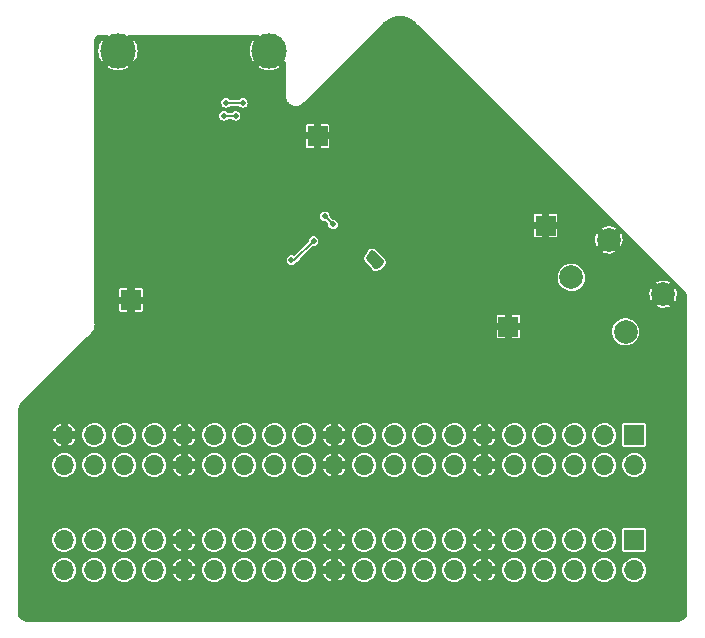
<source format=gbr>
%TF.GenerationSoftware,KiCad,Pcbnew,(6.0.4)*%
%TF.CreationDate,2022-04-10T17:23:06-04:00*%
%TF.ProjectId,ftdi601_breakout,66746469-3630-4315-9f62-7265616b6f75,rev?*%
%TF.SameCoordinates,Original*%
%TF.FileFunction,Copper,L2,Bot*%
%TF.FilePolarity,Positive*%
%FSLAX46Y46*%
G04 Gerber Fmt 4.6, Leading zero omitted, Abs format (unit mm)*
G04 Created by KiCad (PCBNEW (6.0.4)) date 2022-04-10 17:23:06*
%MOMM*%
%LPD*%
G01*
G04 APERTURE LIST*
G04 Aperture macros list*
%AMRoundRect*
0 Rectangle with rounded corners*
0 $1 Rounding radius*
0 $2 $3 $4 $5 $6 $7 $8 $9 X,Y pos of 4 corners*
0 Add a 4 corners polygon primitive as box body*
4,1,4,$2,$3,$4,$5,$6,$7,$8,$9,$2,$3,0*
0 Add four circle primitives for the rounded corners*
1,1,$1+$1,$2,$3*
1,1,$1+$1,$4,$5*
1,1,$1+$1,$6,$7*
1,1,$1+$1,$8,$9*
0 Add four rect primitives between the rounded corners*
20,1,$1+$1,$2,$3,$4,$5,0*
20,1,$1+$1,$4,$5,$6,$7,0*
20,1,$1+$1,$6,$7,$8,$9,0*
20,1,$1+$1,$8,$9,$2,$3,0*%
%AMRotRect*
0 Rectangle, with rotation*
0 The origin of the aperture is its center*
0 $1 length*
0 $2 width*
0 $3 Rotation angle, in degrees counterclockwise*
0 Add horizontal line*
21,1,$1,$2,0,0,$3*%
G04 Aperture macros list end*
%TA.AperFunction,ComponentPad*%
%ADD10C,3.000000*%
%TD*%
%TA.AperFunction,ComponentPad*%
%ADD11R,1.700000X1.700000*%
%TD*%
%TA.AperFunction,ComponentPad*%
%ADD12O,1.700000X1.700000*%
%TD*%
%TA.AperFunction,ComponentPad*%
%ADD13C,2.000000*%
%TD*%
%TA.AperFunction,ComponentPad*%
%ADD14C,0.500000*%
%TD*%
%TA.AperFunction,SMDPad,CuDef*%
%ADD15RotRect,2.900000X2.900000X225.000000*%
%TD*%
%TA.AperFunction,SMDPad,CuDef*%
%ADD16RoundRect,0.250000X-0.159099X0.512652X-0.512652X0.159099X0.159099X-0.512652X0.512652X-0.159099X0*%
%TD*%
%TA.AperFunction,ViaPad*%
%ADD17C,0.508000*%
%TD*%
%TA.AperFunction,Conductor*%
%ADD18C,0.152400*%
%TD*%
G04 APERTURE END LIST*
D10*
%TO.P,J1,10,SHIELD*%
%TO.N,GND*%
X132200000Y-69175000D03*
X145000000Y-69175000D03*
%TD*%
D11*
%TO.P,J3,1,Pin_1*%
%TO.N,/VCCIO0*%
X175900000Y-101725000D03*
D12*
%TO.P,J3,2,Pin_2*%
X175900000Y-104265000D03*
%TO.P,J3,3,Pin_3*%
%TO.N,/DATA_30*%
X173360000Y-101725000D03*
%TO.P,J3,4,Pin_4*%
%TO.N,/DATA_29*%
X173360000Y-104265000D03*
%TO.P,J3,5,Pin_5*%
%TO.N,/DATA_28*%
X170820000Y-101725000D03*
%TO.P,J3,6,Pin_6*%
%TO.N,/DATA_27*%
X170820000Y-104265000D03*
%TO.P,J3,7,Pin_7*%
%TO.N,/DATA_26*%
X168280000Y-101725000D03*
%TO.P,J3,8,Pin_8*%
%TO.N,/DATA_25*%
X168280000Y-104265000D03*
%TO.P,J3,9,Pin_9*%
%TO.N,/DATA_24*%
X165740000Y-101725000D03*
%TO.P,J3,10,Pin_10*%
%TO.N,/DATA_23*%
X165740000Y-104265000D03*
%TO.P,J3,11,Pin_11*%
%TO.N,GND*%
X163200000Y-101725000D03*
%TO.P,J3,12,Pin_12*%
X163200000Y-104265000D03*
%TO.P,J3,13,Pin_13*%
%TO.N,/DATA_22*%
X160660000Y-101725000D03*
%TO.P,J3,14,Pin_14*%
%TO.N,/DATA_21*%
X160660000Y-104265000D03*
%TO.P,J3,15,Pin_15*%
%TO.N,/DATA_20*%
X158120000Y-101725000D03*
%TO.P,J3,16,Pin_16*%
%TO.N,/DATA_19*%
X158120000Y-104265000D03*
%TO.P,J3,17,Pin_17*%
%TO.N,/DATA_18*%
X155580000Y-101725000D03*
%TO.P,J3,18,Pin_18*%
%TO.N,/DATA_17*%
X155580000Y-104265000D03*
%TO.P,J3,19,Pin_19*%
%TO.N,/DATA_16*%
X153040000Y-101725000D03*
%TO.P,J3,20,Pin_20*%
%TO.N,/DATA_15*%
X153040000Y-104265000D03*
%TO.P,J3,21,Pin_21*%
%TO.N,GND*%
X150500000Y-101725000D03*
%TO.P,J3,22,Pin_22*%
X150500000Y-104265000D03*
%TO.P,J3,23,Pin_23*%
%TO.N,/DATA_14*%
X147960000Y-101725000D03*
%TO.P,J3,24,Pin_24*%
%TO.N,/DATA_13*%
X147960000Y-104265000D03*
%TO.P,J3,25,Pin_25*%
%TO.N,/DATA_12*%
X145420000Y-101725000D03*
%TO.P,J3,26,Pin_26*%
%TO.N,/DATA_11*%
X145420000Y-104265000D03*
%TO.P,J3,27,Pin_27*%
%TO.N,/DATA_10*%
X142880000Y-101725000D03*
%TO.P,J3,28,Pin_28*%
%TO.N,/DATA_9*%
X142880000Y-104265000D03*
%TO.P,J3,29,Pin_29*%
%TO.N,/DATA_8*%
X140340000Y-101725000D03*
%TO.P,J3,30,Pin_30*%
%TO.N,/DATA_7*%
X140340000Y-104265000D03*
%TO.P,J3,31,Pin_31*%
%TO.N,GND*%
X137800000Y-101725000D03*
%TO.P,J3,32,Pin_32*%
X137800000Y-104265000D03*
%TO.P,J3,33,Pin_33*%
%TO.N,/DATA_5*%
X135260000Y-101725000D03*
%TO.P,J3,34,Pin_34*%
%TO.N,/DATA_6*%
X135260000Y-104265000D03*
%TO.P,J3,35,Pin_35*%
%TO.N,/DATA_3*%
X132720000Y-101725000D03*
%TO.P,J3,36,Pin_36*%
%TO.N,/DATA_4*%
X132720000Y-104265000D03*
%TO.P,J3,37,Pin_37*%
%TO.N,/DATA_1*%
X130180000Y-101725000D03*
%TO.P,J3,38,Pin_38*%
%TO.N,/DATA_2*%
X130180000Y-104265000D03*
%TO.P,J3,39,Pin_39*%
%TO.N,GND*%
X127640000Y-101725000D03*
%TO.P,J3,40,Pin_40*%
%TO.N,/DATA_0*%
X127640000Y-104265000D03*
%TD*%
D11*
%TO.P,GND,1,1*%
%TO.N,GND*%
X168400000Y-84000000D03*
%TD*%
%TO.P,GND,1,1*%
%TO.N,GND*%
X149100000Y-76400000D03*
%TD*%
D13*
%TO.P,RESET,1,1*%
%TO.N,GND*%
X178357035Y-89800000D03*
X173760841Y-85203806D03*
%TO.P,RESET,2,2*%
%TO.N,/~{RESET}*%
X175175055Y-92981981D03*
X170578860Y-88385787D03*
%TD*%
D11*
%TO.P,J4,1,Pin_1*%
%TO.N,/VCCIO1*%
X175900000Y-110615000D03*
D12*
%TO.P,J4,2,Pin_2*%
X175900000Y-113155000D03*
%TO.P,J4,3,Pin_3*%
%TO.N,/DATA_31*%
X173360000Y-110615000D03*
%TO.P,J4,4,Pin_4*%
%TO.N,/BE_0*%
X173360000Y-113155000D03*
%TO.P,J4,5,Pin_5*%
%TO.N,/BE_1*%
X170820000Y-110615000D03*
%TO.P,J4,6,Pin_6*%
%TO.N,/BE_2*%
X170820000Y-113155000D03*
%TO.P,J4,7,Pin_7*%
%TO.N,/BE_3*%
X168280000Y-110615000D03*
%TO.P,J4,8,Pin_8*%
%TO.N,/~{TXE}*%
X168280000Y-113155000D03*
%TO.P,J4,9,Pin_9*%
%TO.N,/~{RXF}*%
X165740000Y-110615000D03*
%TO.P,J4,10,Pin_10*%
%TO.N,/~{WR}*%
X165740000Y-113155000D03*
%TO.P,J4,11,Pin_11*%
%TO.N,GND*%
X163200000Y-110615000D03*
%TO.P,J4,12,Pin_12*%
X163200000Y-113155000D03*
%TO.P,J4,13,Pin_13*%
%TO.N,/~{RD}*%
X160660000Y-110615000D03*
%TO.P,J4,14,Pin_14*%
%TO.N,/~{OE}*%
X160660000Y-113155000D03*
%TO.P,J4,15,Pin_15*%
%TO.N,unconnected-(J4-Pad15)*%
X158120000Y-110615000D03*
%TO.P,J4,16,Pin_16*%
%TO.N,/~{RESET}*%
X158120000Y-113155000D03*
%TO.P,J4,17,Pin_17*%
%TO.N,unconnected-(J4-Pad17)*%
X155580000Y-110615000D03*
%TO.P,J4,18,Pin_18*%
%TO.N,unconnected-(J4-Pad18)*%
X155580000Y-113155000D03*
%TO.P,J4,19,Pin_19*%
%TO.N,/FTDI_FIFO_CLK_OUT*%
X153040000Y-110615000D03*
%TO.P,J4,20,Pin_20*%
%TO.N,unconnected-(J4-Pad20)*%
X153040000Y-113155000D03*
%TO.P,J4,21,Pin_21*%
%TO.N,GND*%
X150500000Y-110615000D03*
%TO.P,J4,22,Pin_22*%
X150500000Y-113155000D03*
%TO.P,J4,23,Pin_23*%
%TO.N,unconnected-(J4-Pad23)*%
X147960000Y-110615000D03*
%TO.P,J4,24,Pin_24*%
%TO.N,unconnected-(J4-Pad24)*%
X147960000Y-113155000D03*
%TO.P,J4,25,Pin_25*%
%TO.N,unconnected-(J4-Pad25)*%
X145420000Y-110615000D03*
%TO.P,J4,26,Pin_26*%
%TO.N,unconnected-(J4-Pad26)*%
X145420000Y-113155000D03*
%TO.P,J4,27,Pin_27*%
%TO.N,unconnected-(J4-Pad27)*%
X142880000Y-110615000D03*
%TO.P,J4,28,Pin_28*%
%TO.N,unconnected-(J4-Pad28)*%
X142880000Y-113155000D03*
%TO.P,J4,29,Pin_29*%
%TO.N,unconnected-(J4-Pad29)*%
X140340000Y-110615000D03*
%TO.P,J4,30,Pin_30*%
%TO.N,unconnected-(J4-Pad30)*%
X140340000Y-113155000D03*
%TO.P,J4,31,Pin_31*%
%TO.N,GND*%
X137800000Y-110615000D03*
%TO.P,J4,32,Pin_32*%
X137800000Y-113155000D03*
%TO.P,J4,33,Pin_33*%
%TO.N,unconnected-(J4-Pad33)*%
X135260000Y-110615000D03*
%TO.P,J4,34,Pin_34*%
%TO.N,unconnected-(J4-Pad34)*%
X135260000Y-113155000D03*
%TO.P,J4,35,Pin_35*%
%TO.N,unconnected-(J4-Pad35)*%
X132720000Y-110615000D03*
%TO.P,J4,36,Pin_36*%
%TO.N,unconnected-(J4-Pad36)*%
X132720000Y-113155000D03*
%TO.P,J4,37,Pin_37*%
%TO.N,unconnected-(J4-Pad37)*%
X130180000Y-110615000D03*
%TO.P,J4,38,Pin_38*%
%TO.N,unconnected-(J4-Pad38)*%
X130180000Y-113155000D03*
%TO.P,J4,39,Pin_39*%
%TO.N,unconnected-(J4-Pad39)*%
X127640000Y-110615000D03*
%TO.P,J4,40,Pin_40*%
%TO.N,unconnected-(J4-Pad40)*%
X127640000Y-113155000D03*
%TD*%
D14*
%TO.P,U2,77,EXP*%
%TO.N,GND*%
X149651472Y-86671752D03*
X151348528Y-88368808D03*
X152197056Y-87520280D03*
X150500000Y-89217336D03*
X149651472Y-88368808D03*
D15*
X150500000Y-87520280D03*
D14*
X150500000Y-87520280D03*
X151348528Y-86671752D03*
X148802944Y-87520280D03*
X150500000Y-85823224D03*
%TD*%
D11*
%TO.P,GND,1,1*%
%TO.N,GND*%
X165257035Y-92550000D03*
%TD*%
%TO.P,GND,1,1*%
%TO.N,GND*%
X133300000Y-90300000D03*
%TD*%
D16*
%TO.P,C15,1*%
%TO.N,GND*%
X155300537Y-85556498D03*
%TO.P,C15,2*%
%TO.N,/VCCIO0*%
X153957035Y-86900000D03*
%TD*%
D17*
%TO.N,GND*%
X142457035Y-69725000D03*
X142457035Y-68375000D03*
X134632035Y-69775000D03*
X134632035Y-68400000D03*
X138482035Y-69725000D03*
X138482035Y-68375000D03*
X131582035Y-71050000D03*
X130532035Y-70725000D03*
X145057035Y-71125000D03*
X146107035Y-70975000D03*
X146082035Y-73600000D03*
X145057035Y-73600000D03*
X131557035Y-73600000D03*
X130557035Y-73600000D03*
%TO.N,/VCCIO0*%
X153694139Y-86348024D03*
X154000000Y-87405900D03*
%TO.N,GND*%
X142007035Y-75350000D03*
X150057035Y-97300000D03*
X142200000Y-90000000D03*
X153800000Y-78100000D03*
X143300000Y-79900000D03*
X157700000Y-87500000D03*
X146000000Y-87000000D03*
X164500000Y-77900000D03*
X138457035Y-71800000D03*
X140257035Y-73300000D03*
X148800000Y-84000000D03*
X169557035Y-107000000D03*
X139700000Y-83600000D03*
X159557035Y-89100000D03*
X155257035Y-87600000D03*
X145700000Y-82400000D03*
X146400000Y-81800000D03*
X152300000Y-72600000D03*
X148057035Y-85200000D03*
X140800000Y-88800000D03*
X150700000Y-74200000D03*
X141807035Y-73000000D03*
X159000000Y-89600000D03*
X138800000Y-85500000D03*
X169557035Y-105900000D03*
X155057035Y-78850000D03*
X135107035Y-75050000D03*
X157000000Y-77200000D03*
X151457035Y-97300000D03*
X143857035Y-79450000D03*
X139200000Y-87100000D03*
%TO.N,/D-*%
X142157035Y-74700000D03*
X141157035Y-74700000D03*
%TO.N,+3V3*%
X149700000Y-83200000D03*
X146889728Y-86915469D03*
X148757035Y-85300000D03*
X150407035Y-83900000D03*
%TO.N,/D+*%
X141357035Y-73600000D03*
X142757035Y-73600000D03*
%TD*%
D18*
%TO.N,/VCCIO0*%
X154462398Y-86943502D02*
X154000000Y-87405900D01*
X154000000Y-87405900D02*
X154000000Y-86653885D01*
X154000000Y-86653885D02*
X153694139Y-86348024D01*
X154613533Y-86943502D02*
X154462398Y-86943502D01*
%TO.N,/D-*%
X142157035Y-74700000D02*
X141157035Y-74700000D01*
%TO.N,+3V3*%
X149700000Y-83200000D02*
X150400000Y-83900000D01*
X147141566Y-86915469D02*
X146889728Y-86915469D01*
X148757035Y-85300000D02*
X147141566Y-86915469D01*
X150400000Y-83900000D02*
X150407035Y-83900000D01*
%TO.N,/D+*%
X141357035Y-73600000D02*
X142757035Y-73600000D01*
%TD*%
%TA.AperFunction,Conductor*%
%TO.N,GND*%
G36*
X156309111Y-66247702D02*
G01*
X156318833Y-66248982D01*
X156442472Y-66273575D01*
X156561781Y-66297307D01*
X156571257Y-66299846D01*
X156683217Y-66337851D01*
X156805822Y-66379469D01*
X156814880Y-66383222D01*
X157037035Y-66492777D01*
X157045531Y-66497682D01*
X157251489Y-66635299D01*
X157259272Y-66641271D01*
X157427738Y-66789011D01*
X157433929Y-66796555D01*
X157440459Y-66803085D01*
X157445397Y-66811638D01*
X157453950Y-66816576D01*
X157454848Y-66817095D01*
X157470382Y-66829014D01*
X180171551Y-89530183D01*
X180176753Y-89535954D01*
X180180421Y-89540474D01*
X180184447Y-89549490D01*
X180192442Y-89555285D01*
X180198664Y-89562952D01*
X180198483Y-89563099D01*
X180204764Y-89569534D01*
X180271976Y-89667127D01*
X180277877Y-89677328D01*
X180338695Y-89804592D01*
X180342920Y-89815579D01*
X180383051Y-89950802D01*
X180385502Y-89962305D01*
X180401013Y-90079852D01*
X180400664Y-90088785D01*
X180400905Y-90088772D01*
X180401424Y-90098636D01*
X180399373Y-90108292D01*
X180402425Y-90117680D01*
X180402824Y-90125259D01*
X180404535Y-90136055D01*
X180404535Y-116670049D01*
X180401979Y-116689461D01*
X180399155Y-116700000D01*
X180401711Y-116709539D01*
X180401711Y-116719411D01*
X180401025Y-116719411D01*
X180401752Y-116728261D01*
X180388975Y-116857990D01*
X180386107Y-116872410D01*
X180342167Y-117017262D01*
X180336541Y-117030845D01*
X180265187Y-117164344D01*
X180257020Y-117176566D01*
X180257019Y-117176568D01*
X180257018Y-117176569D01*
X180160995Y-117293575D01*
X180150600Y-117303971D01*
X180033588Y-117400005D01*
X180021367Y-117408171D01*
X179887870Y-117479531D01*
X179874291Y-117485156D01*
X179729441Y-117529100D01*
X179715022Y-117531969D01*
X179585386Y-117544741D01*
X179576439Y-117544008D01*
X179576439Y-117544675D01*
X179566567Y-117544675D01*
X179557029Y-117542120D01*
X179547492Y-117544676D01*
X179547491Y-117544676D01*
X179546490Y-117544944D01*
X179527076Y-117547500D01*
X124586982Y-117547500D01*
X124567575Y-117544945D01*
X124557029Y-117542120D01*
X124547492Y-117544676D01*
X124537618Y-117544676D01*
X124537618Y-117543991D01*
X124528768Y-117544717D01*
X124528352Y-117544676D01*
X124503545Y-117542234D01*
X124399038Y-117531945D01*
X124384619Y-117529077D01*
X124239763Y-117485140D01*
X124226181Y-117479514D01*
X124092685Y-117408163D01*
X124080460Y-117399995D01*
X124021953Y-117351982D01*
X123963446Y-117303968D01*
X123953050Y-117293572D01*
X123857025Y-117176568D01*
X123848856Y-117164344D01*
X123777495Y-117030842D01*
X123771869Y-117017258D01*
X123736571Y-116900898D01*
X123727929Y-116872410D01*
X123725061Y-116857994D01*
X123712293Y-116728359D01*
X123713026Y-116719414D01*
X123712359Y-116719414D01*
X123712359Y-116709538D01*
X123714915Y-116700000D01*
X123712091Y-116689461D01*
X123709535Y-116670049D01*
X123709535Y-113140930D01*
X126632345Y-113140930D01*
X126632652Y-113144586D01*
X126632652Y-113144587D01*
X126633527Y-113155000D01*
X126648803Y-113336919D01*
X126703015Y-113525979D01*
X126792916Y-113700908D01*
X126795194Y-113703782D01*
X126912803Y-113852168D01*
X126912806Y-113852171D01*
X126915083Y-113855044D01*
X127064862Y-113982516D01*
X127068063Y-113984305D01*
X127102622Y-114003619D01*
X127236547Y-114078467D01*
X127240033Y-114079600D01*
X127240036Y-114079601D01*
X127321140Y-114105953D01*
X127423600Y-114139244D01*
X127521248Y-114150888D01*
X127615245Y-114162097D01*
X127615247Y-114162097D01*
X127618895Y-114162532D01*
X127814994Y-114147443D01*
X127873917Y-114130991D01*
X128000894Y-114095539D01*
X128000897Y-114095538D01*
X128004428Y-114094552D01*
X128179981Y-114005874D01*
X128334966Y-113884786D01*
X128463480Y-113735901D01*
X128560628Y-113564890D01*
X128622710Y-113378266D01*
X128647360Y-113183138D01*
X128647753Y-113155000D01*
X128646374Y-113140930D01*
X129172345Y-113140930D01*
X129172652Y-113144586D01*
X129172652Y-113144587D01*
X129173527Y-113155000D01*
X129188803Y-113336919D01*
X129243015Y-113525979D01*
X129332916Y-113700908D01*
X129335194Y-113703782D01*
X129452803Y-113852168D01*
X129452806Y-113852171D01*
X129455083Y-113855044D01*
X129604862Y-113982516D01*
X129608063Y-113984305D01*
X129642622Y-114003619D01*
X129776547Y-114078467D01*
X129780033Y-114079600D01*
X129780036Y-114079601D01*
X129861140Y-114105953D01*
X129963600Y-114139244D01*
X130061248Y-114150888D01*
X130155245Y-114162097D01*
X130155247Y-114162097D01*
X130158895Y-114162532D01*
X130354994Y-114147443D01*
X130413917Y-114130991D01*
X130540894Y-114095539D01*
X130540897Y-114095538D01*
X130544428Y-114094552D01*
X130719981Y-114005874D01*
X130874966Y-113884786D01*
X131003480Y-113735901D01*
X131100628Y-113564890D01*
X131162710Y-113378266D01*
X131187360Y-113183138D01*
X131187753Y-113155000D01*
X131186374Y-113140930D01*
X131712345Y-113140930D01*
X131712652Y-113144586D01*
X131712652Y-113144587D01*
X131713527Y-113155000D01*
X131728803Y-113336919D01*
X131783015Y-113525979D01*
X131872916Y-113700908D01*
X131875194Y-113703782D01*
X131992803Y-113852168D01*
X131992806Y-113852171D01*
X131995083Y-113855044D01*
X132144862Y-113982516D01*
X132148063Y-113984305D01*
X132182622Y-114003619D01*
X132316547Y-114078467D01*
X132320033Y-114079600D01*
X132320036Y-114079601D01*
X132401140Y-114105953D01*
X132503600Y-114139244D01*
X132601248Y-114150888D01*
X132695245Y-114162097D01*
X132695247Y-114162097D01*
X132698895Y-114162532D01*
X132894994Y-114147443D01*
X132953917Y-114130991D01*
X133080894Y-114095539D01*
X133080897Y-114095538D01*
X133084428Y-114094552D01*
X133259981Y-114005874D01*
X133414966Y-113884786D01*
X133543480Y-113735901D01*
X133640628Y-113564890D01*
X133702710Y-113378266D01*
X133727360Y-113183138D01*
X133727753Y-113155000D01*
X133726374Y-113140930D01*
X134252345Y-113140930D01*
X134252652Y-113144586D01*
X134252652Y-113144587D01*
X134253527Y-113155000D01*
X134268803Y-113336919D01*
X134323015Y-113525979D01*
X134412916Y-113700908D01*
X134415194Y-113703782D01*
X134532803Y-113852168D01*
X134532806Y-113852171D01*
X134535083Y-113855044D01*
X134684862Y-113982516D01*
X134688063Y-113984305D01*
X134722622Y-114003619D01*
X134856547Y-114078467D01*
X134860033Y-114079600D01*
X134860036Y-114079601D01*
X134941140Y-114105953D01*
X135043600Y-114139244D01*
X135141248Y-114150888D01*
X135235245Y-114162097D01*
X135235247Y-114162097D01*
X135238895Y-114162532D01*
X135434994Y-114147443D01*
X135493917Y-114130991D01*
X135620894Y-114095539D01*
X135620897Y-114095538D01*
X135624428Y-114094552D01*
X135799981Y-114005874D01*
X135954966Y-113884786D01*
X136083480Y-113735901D01*
X136180628Y-113564890D01*
X136215442Y-113460237D01*
X136845798Y-113460237D01*
X136845954Y-113463212D01*
X136862845Y-113522119D01*
X136865534Y-113528911D01*
X136952000Y-113697154D01*
X136955955Y-113703292D01*
X137073454Y-113851539D01*
X137078530Y-113856794D01*
X137222580Y-113979390D01*
X137228584Y-113983564D01*
X137393710Y-114075850D01*
X137400395Y-114078771D01*
X137487423Y-114107049D01*
X137498197Y-114106672D01*
X137498996Y-114105953D01*
X137500000Y-114101927D01*
X137500000Y-114098381D01*
X138100000Y-114098381D01*
X138103688Y-114108513D01*
X138105360Y-114109478D01*
X138108101Y-114109344D01*
X138160571Y-114094694D01*
X138167372Y-114092056D01*
X138336226Y-114006762D01*
X138342382Y-114002855D01*
X138491451Y-113886390D01*
X138496738Y-113881355D01*
X138620346Y-113738154D01*
X138624554Y-113732189D01*
X138717989Y-113567711D01*
X138720957Y-113561046D01*
X138752060Y-113467549D01*
X138751758Y-113456772D01*
X138751139Y-113456075D01*
X138746891Y-113455000D01*
X138113225Y-113455000D01*
X138103093Y-113458688D01*
X138100000Y-113464045D01*
X138100000Y-114098381D01*
X137500000Y-114098381D01*
X137500000Y-113468225D01*
X137496312Y-113458093D01*
X137490955Y-113455000D01*
X136856824Y-113455000D01*
X136846692Y-113458688D01*
X136845798Y-113460237D01*
X136215442Y-113460237D01*
X136242710Y-113378266D01*
X136267360Y-113183138D01*
X136267753Y-113155000D01*
X136266374Y-113140930D01*
X139332345Y-113140930D01*
X139332652Y-113144586D01*
X139332652Y-113144587D01*
X139333527Y-113155000D01*
X139348803Y-113336919D01*
X139403015Y-113525979D01*
X139492916Y-113700908D01*
X139495194Y-113703782D01*
X139612803Y-113852168D01*
X139612806Y-113852171D01*
X139615083Y-113855044D01*
X139764862Y-113982516D01*
X139768063Y-113984305D01*
X139802622Y-114003619D01*
X139936547Y-114078467D01*
X139940033Y-114079600D01*
X139940036Y-114079601D01*
X140021140Y-114105953D01*
X140123600Y-114139244D01*
X140221248Y-114150888D01*
X140315245Y-114162097D01*
X140315247Y-114162097D01*
X140318895Y-114162532D01*
X140514994Y-114147443D01*
X140573917Y-114130991D01*
X140700894Y-114095539D01*
X140700897Y-114095538D01*
X140704428Y-114094552D01*
X140879981Y-114005874D01*
X141034966Y-113884786D01*
X141163480Y-113735901D01*
X141260628Y-113564890D01*
X141322710Y-113378266D01*
X141347360Y-113183138D01*
X141347753Y-113155000D01*
X141346374Y-113140930D01*
X141872345Y-113140930D01*
X141872652Y-113144586D01*
X141872652Y-113144587D01*
X141873527Y-113155000D01*
X141888803Y-113336919D01*
X141943015Y-113525979D01*
X142032916Y-113700908D01*
X142035194Y-113703782D01*
X142152803Y-113852168D01*
X142152806Y-113852171D01*
X142155083Y-113855044D01*
X142304862Y-113982516D01*
X142308063Y-113984305D01*
X142342622Y-114003619D01*
X142476547Y-114078467D01*
X142480033Y-114079600D01*
X142480036Y-114079601D01*
X142561140Y-114105953D01*
X142663600Y-114139244D01*
X142761248Y-114150888D01*
X142855245Y-114162097D01*
X142855247Y-114162097D01*
X142858895Y-114162532D01*
X143054994Y-114147443D01*
X143113917Y-114130991D01*
X143240894Y-114095539D01*
X143240897Y-114095538D01*
X143244428Y-114094552D01*
X143419981Y-114005874D01*
X143574966Y-113884786D01*
X143703480Y-113735901D01*
X143800628Y-113564890D01*
X143862710Y-113378266D01*
X143887360Y-113183138D01*
X143887753Y-113155000D01*
X143886374Y-113140930D01*
X144412345Y-113140930D01*
X144412652Y-113144586D01*
X144412652Y-113144587D01*
X144413527Y-113155000D01*
X144428803Y-113336919D01*
X144483015Y-113525979D01*
X144572916Y-113700908D01*
X144575194Y-113703782D01*
X144692803Y-113852168D01*
X144692806Y-113852171D01*
X144695083Y-113855044D01*
X144844862Y-113982516D01*
X144848063Y-113984305D01*
X144882622Y-114003619D01*
X145016547Y-114078467D01*
X145020033Y-114079600D01*
X145020036Y-114079601D01*
X145101140Y-114105953D01*
X145203600Y-114139244D01*
X145301248Y-114150888D01*
X145395245Y-114162097D01*
X145395247Y-114162097D01*
X145398895Y-114162532D01*
X145594994Y-114147443D01*
X145653917Y-114130991D01*
X145780894Y-114095539D01*
X145780897Y-114095538D01*
X145784428Y-114094552D01*
X145959981Y-114005874D01*
X146114966Y-113884786D01*
X146243480Y-113735901D01*
X146340628Y-113564890D01*
X146402710Y-113378266D01*
X146427360Y-113183138D01*
X146427753Y-113155000D01*
X146426374Y-113140930D01*
X146952345Y-113140930D01*
X146952652Y-113144586D01*
X146952652Y-113144587D01*
X146953527Y-113155000D01*
X146968803Y-113336919D01*
X147023015Y-113525979D01*
X147112916Y-113700908D01*
X147115194Y-113703782D01*
X147232803Y-113852168D01*
X147232806Y-113852171D01*
X147235083Y-113855044D01*
X147384862Y-113982516D01*
X147388063Y-113984305D01*
X147422622Y-114003619D01*
X147556547Y-114078467D01*
X147560033Y-114079600D01*
X147560036Y-114079601D01*
X147641140Y-114105953D01*
X147743600Y-114139244D01*
X147841248Y-114150888D01*
X147935245Y-114162097D01*
X147935247Y-114162097D01*
X147938895Y-114162532D01*
X148134994Y-114147443D01*
X148193917Y-114130991D01*
X148320894Y-114095539D01*
X148320897Y-114095538D01*
X148324428Y-114094552D01*
X148499981Y-114005874D01*
X148654966Y-113884786D01*
X148783480Y-113735901D01*
X148880628Y-113564890D01*
X148915442Y-113460237D01*
X149545798Y-113460237D01*
X149545954Y-113463212D01*
X149562845Y-113522119D01*
X149565534Y-113528911D01*
X149652000Y-113697154D01*
X149655955Y-113703292D01*
X149773454Y-113851539D01*
X149778530Y-113856794D01*
X149922580Y-113979390D01*
X149928584Y-113983564D01*
X150093710Y-114075850D01*
X150100395Y-114078771D01*
X150187423Y-114107049D01*
X150198197Y-114106672D01*
X150198996Y-114105953D01*
X150200000Y-114101927D01*
X150200000Y-114098381D01*
X150800000Y-114098381D01*
X150803688Y-114108513D01*
X150805360Y-114109478D01*
X150808101Y-114109344D01*
X150860571Y-114094694D01*
X150867372Y-114092056D01*
X151036226Y-114006762D01*
X151042382Y-114002855D01*
X151191451Y-113886390D01*
X151196738Y-113881355D01*
X151320346Y-113738154D01*
X151324554Y-113732189D01*
X151417989Y-113567711D01*
X151420957Y-113561046D01*
X151452060Y-113467549D01*
X151451758Y-113456772D01*
X151451139Y-113456075D01*
X151446891Y-113455000D01*
X150813225Y-113455000D01*
X150803093Y-113458688D01*
X150800000Y-113464045D01*
X150800000Y-114098381D01*
X150200000Y-114098381D01*
X150200000Y-113468225D01*
X150196312Y-113458093D01*
X150190955Y-113455000D01*
X149556824Y-113455000D01*
X149546692Y-113458688D01*
X149545798Y-113460237D01*
X148915442Y-113460237D01*
X148942710Y-113378266D01*
X148967360Y-113183138D01*
X148967753Y-113155000D01*
X148966374Y-113140930D01*
X152032345Y-113140930D01*
X152032652Y-113144586D01*
X152032652Y-113144587D01*
X152033527Y-113155000D01*
X152048803Y-113336919D01*
X152103015Y-113525979D01*
X152192916Y-113700908D01*
X152195194Y-113703782D01*
X152312803Y-113852168D01*
X152312806Y-113852171D01*
X152315083Y-113855044D01*
X152464862Y-113982516D01*
X152468063Y-113984305D01*
X152502622Y-114003619D01*
X152636547Y-114078467D01*
X152640033Y-114079600D01*
X152640036Y-114079601D01*
X152721140Y-114105953D01*
X152823600Y-114139244D01*
X152921248Y-114150888D01*
X153015245Y-114162097D01*
X153015247Y-114162097D01*
X153018895Y-114162532D01*
X153214994Y-114147443D01*
X153273917Y-114130991D01*
X153400894Y-114095539D01*
X153400897Y-114095538D01*
X153404428Y-114094552D01*
X153579981Y-114005874D01*
X153734966Y-113884786D01*
X153863480Y-113735901D01*
X153960628Y-113564890D01*
X154022710Y-113378266D01*
X154047360Y-113183138D01*
X154047753Y-113155000D01*
X154046374Y-113140930D01*
X154572345Y-113140930D01*
X154572652Y-113144586D01*
X154572652Y-113144587D01*
X154573527Y-113155000D01*
X154588803Y-113336919D01*
X154643015Y-113525979D01*
X154732916Y-113700908D01*
X154735194Y-113703782D01*
X154852803Y-113852168D01*
X154852806Y-113852171D01*
X154855083Y-113855044D01*
X155004862Y-113982516D01*
X155008063Y-113984305D01*
X155042622Y-114003619D01*
X155176547Y-114078467D01*
X155180033Y-114079600D01*
X155180036Y-114079601D01*
X155261140Y-114105953D01*
X155363600Y-114139244D01*
X155461248Y-114150888D01*
X155555245Y-114162097D01*
X155555247Y-114162097D01*
X155558895Y-114162532D01*
X155754994Y-114147443D01*
X155813917Y-114130991D01*
X155940894Y-114095539D01*
X155940897Y-114095538D01*
X155944428Y-114094552D01*
X156119981Y-114005874D01*
X156274966Y-113884786D01*
X156403480Y-113735901D01*
X156500628Y-113564890D01*
X156562710Y-113378266D01*
X156587360Y-113183138D01*
X156587753Y-113155000D01*
X156586374Y-113140930D01*
X157112345Y-113140930D01*
X157112652Y-113144586D01*
X157112652Y-113144587D01*
X157113527Y-113155000D01*
X157128803Y-113336919D01*
X157183015Y-113525979D01*
X157272916Y-113700908D01*
X157275194Y-113703782D01*
X157392803Y-113852168D01*
X157392806Y-113852171D01*
X157395083Y-113855044D01*
X157544862Y-113982516D01*
X157548063Y-113984305D01*
X157582622Y-114003619D01*
X157716547Y-114078467D01*
X157720033Y-114079600D01*
X157720036Y-114079601D01*
X157801140Y-114105953D01*
X157903600Y-114139244D01*
X158001248Y-114150888D01*
X158095245Y-114162097D01*
X158095247Y-114162097D01*
X158098895Y-114162532D01*
X158294994Y-114147443D01*
X158353917Y-114130991D01*
X158480894Y-114095539D01*
X158480897Y-114095538D01*
X158484428Y-114094552D01*
X158659981Y-114005874D01*
X158814966Y-113884786D01*
X158943480Y-113735901D01*
X159040628Y-113564890D01*
X159102710Y-113378266D01*
X159127360Y-113183138D01*
X159127753Y-113155000D01*
X159126374Y-113140930D01*
X159652345Y-113140930D01*
X159652652Y-113144586D01*
X159652652Y-113144587D01*
X159653527Y-113155000D01*
X159668803Y-113336919D01*
X159723015Y-113525979D01*
X159812916Y-113700908D01*
X159815194Y-113703782D01*
X159932803Y-113852168D01*
X159932806Y-113852171D01*
X159935083Y-113855044D01*
X160084862Y-113982516D01*
X160088063Y-113984305D01*
X160122622Y-114003619D01*
X160256547Y-114078467D01*
X160260033Y-114079600D01*
X160260036Y-114079601D01*
X160341140Y-114105953D01*
X160443600Y-114139244D01*
X160541248Y-114150888D01*
X160635245Y-114162097D01*
X160635247Y-114162097D01*
X160638895Y-114162532D01*
X160834994Y-114147443D01*
X160893917Y-114130991D01*
X161020894Y-114095539D01*
X161020897Y-114095538D01*
X161024428Y-114094552D01*
X161199981Y-114005874D01*
X161354966Y-113884786D01*
X161483480Y-113735901D01*
X161580628Y-113564890D01*
X161615442Y-113460237D01*
X162245798Y-113460237D01*
X162245954Y-113463212D01*
X162262845Y-113522119D01*
X162265534Y-113528911D01*
X162352000Y-113697154D01*
X162355955Y-113703292D01*
X162473454Y-113851539D01*
X162478530Y-113856794D01*
X162622580Y-113979390D01*
X162628584Y-113983564D01*
X162793710Y-114075850D01*
X162800395Y-114078771D01*
X162887423Y-114107049D01*
X162898197Y-114106672D01*
X162898996Y-114105953D01*
X162900000Y-114101927D01*
X162900000Y-114098381D01*
X163500000Y-114098381D01*
X163503688Y-114108513D01*
X163505360Y-114109478D01*
X163508101Y-114109344D01*
X163560571Y-114094694D01*
X163567372Y-114092056D01*
X163736226Y-114006762D01*
X163742382Y-114002855D01*
X163891451Y-113886390D01*
X163896738Y-113881355D01*
X164020346Y-113738154D01*
X164024554Y-113732189D01*
X164117989Y-113567711D01*
X164120957Y-113561046D01*
X164152060Y-113467549D01*
X164151758Y-113456772D01*
X164151139Y-113456075D01*
X164146891Y-113455000D01*
X163513225Y-113455000D01*
X163503093Y-113458688D01*
X163500000Y-113464045D01*
X163500000Y-114098381D01*
X162900000Y-114098381D01*
X162900000Y-113468225D01*
X162896312Y-113458093D01*
X162890955Y-113455000D01*
X162256824Y-113455000D01*
X162246692Y-113458688D01*
X162245798Y-113460237D01*
X161615442Y-113460237D01*
X161642710Y-113378266D01*
X161667360Y-113183138D01*
X161667753Y-113155000D01*
X161666374Y-113140930D01*
X164732345Y-113140930D01*
X164732652Y-113144586D01*
X164732652Y-113144587D01*
X164733527Y-113155000D01*
X164748803Y-113336919D01*
X164803015Y-113525979D01*
X164892916Y-113700908D01*
X164895194Y-113703782D01*
X165012803Y-113852168D01*
X165012806Y-113852171D01*
X165015083Y-113855044D01*
X165164862Y-113982516D01*
X165168063Y-113984305D01*
X165202622Y-114003619D01*
X165336547Y-114078467D01*
X165340033Y-114079600D01*
X165340036Y-114079601D01*
X165421140Y-114105953D01*
X165523600Y-114139244D01*
X165621248Y-114150888D01*
X165715245Y-114162097D01*
X165715247Y-114162097D01*
X165718895Y-114162532D01*
X165914994Y-114147443D01*
X165973917Y-114130991D01*
X166100894Y-114095539D01*
X166100897Y-114095538D01*
X166104428Y-114094552D01*
X166279981Y-114005874D01*
X166434966Y-113884786D01*
X166563480Y-113735901D01*
X166660628Y-113564890D01*
X166722710Y-113378266D01*
X166747360Y-113183138D01*
X166747753Y-113155000D01*
X166746374Y-113140930D01*
X167272345Y-113140930D01*
X167272652Y-113144586D01*
X167272652Y-113144587D01*
X167273527Y-113155000D01*
X167288803Y-113336919D01*
X167343015Y-113525979D01*
X167432916Y-113700908D01*
X167435194Y-113703782D01*
X167552803Y-113852168D01*
X167552806Y-113852171D01*
X167555083Y-113855044D01*
X167704862Y-113982516D01*
X167708063Y-113984305D01*
X167742622Y-114003619D01*
X167876547Y-114078467D01*
X167880033Y-114079600D01*
X167880036Y-114079601D01*
X167961140Y-114105953D01*
X168063600Y-114139244D01*
X168161248Y-114150888D01*
X168255245Y-114162097D01*
X168255247Y-114162097D01*
X168258895Y-114162532D01*
X168454994Y-114147443D01*
X168513917Y-114130991D01*
X168640894Y-114095539D01*
X168640897Y-114095538D01*
X168644428Y-114094552D01*
X168819981Y-114005874D01*
X168974966Y-113884786D01*
X169103480Y-113735901D01*
X169200628Y-113564890D01*
X169262710Y-113378266D01*
X169287360Y-113183138D01*
X169287753Y-113155000D01*
X169286374Y-113140930D01*
X169812345Y-113140930D01*
X169812652Y-113144586D01*
X169812652Y-113144587D01*
X169813527Y-113155000D01*
X169828803Y-113336919D01*
X169883015Y-113525979D01*
X169972916Y-113700908D01*
X169975194Y-113703782D01*
X170092803Y-113852168D01*
X170092806Y-113852171D01*
X170095083Y-113855044D01*
X170244862Y-113982516D01*
X170248063Y-113984305D01*
X170282622Y-114003619D01*
X170416547Y-114078467D01*
X170420033Y-114079600D01*
X170420036Y-114079601D01*
X170501140Y-114105953D01*
X170603600Y-114139244D01*
X170701248Y-114150888D01*
X170795245Y-114162097D01*
X170795247Y-114162097D01*
X170798895Y-114162532D01*
X170994994Y-114147443D01*
X171053917Y-114130991D01*
X171180894Y-114095539D01*
X171180897Y-114095538D01*
X171184428Y-114094552D01*
X171359981Y-114005874D01*
X171514966Y-113884786D01*
X171643480Y-113735901D01*
X171740628Y-113564890D01*
X171802710Y-113378266D01*
X171827360Y-113183138D01*
X171827753Y-113155000D01*
X171826374Y-113140930D01*
X172352345Y-113140930D01*
X172352652Y-113144586D01*
X172352652Y-113144587D01*
X172353527Y-113155000D01*
X172368803Y-113336919D01*
X172423015Y-113525979D01*
X172512916Y-113700908D01*
X172515194Y-113703782D01*
X172632803Y-113852168D01*
X172632806Y-113852171D01*
X172635083Y-113855044D01*
X172784862Y-113982516D01*
X172788063Y-113984305D01*
X172822622Y-114003619D01*
X172956547Y-114078467D01*
X172960033Y-114079600D01*
X172960036Y-114079601D01*
X173041140Y-114105953D01*
X173143600Y-114139244D01*
X173241248Y-114150888D01*
X173335245Y-114162097D01*
X173335247Y-114162097D01*
X173338895Y-114162532D01*
X173534994Y-114147443D01*
X173593917Y-114130991D01*
X173720894Y-114095539D01*
X173720897Y-114095538D01*
X173724428Y-114094552D01*
X173899981Y-114005874D01*
X174054966Y-113884786D01*
X174183480Y-113735901D01*
X174280628Y-113564890D01*
X174342710Y-113378266D01*
X174367360Y-113183138D01*
X174367753Y-113155000D01*
X174366374Y-113140930D01*
X174892345Y-113140930D01*
X174892652Y-113144586D01*
X174892652Y-113144587D01*
X174893527Y-113155000D01*
X174908803Y-113336919D01*
X174963015Y-113525979D01*
X175052916Y-113700908D01*
X175055194Y-113703782D01*
X175172803Y-113852168D01*
X175172806Y-113852171D01*
X175175083Y-113855044D01*
X175324862Y-113982516D01*
X175328063Y-113984305D01*
X175362622Y-114003619D01*
X175496547Y-114078467D01*
X175500033Y-114079600D01*
X175500036Y-114079601D01*
X175581140Y-114105953D01*
X175683600Y-114139244D01*
X175781248Y-114150888D01*
X175875245Y-114162097D01*
X175875247Y-114162097D01*
X175878895Y-114162532D01*
X176074994Y-114147443D01*
X176133917Y-114130991D01*
X176260894Y-114095539D01*
X176260897Y-114095538D01*
X176264428Y-114094552D01*
X176439981Y-114005874D01*
X176594966Y-113884786D01*
X176723480Y-113735901D01*
X176820628Y-113564890D01*
X176882710Y-113378266D01*
X176907360Y-113183138D01*
X176907753Y-113155000D01*
X176906374Y-113140930D01*
X176888919Y-112962913D01*
X176888561Y-112959260D01*
X176831714Y-112770975D01*
X176739379Y-112597318D01*
X176700049Y-112549094D01*
X176617393Y-112447748D01*
X176617389Y-112447744D01*
X176615072Y-112444903D01*
X176600307Y-112432688D01*
X176466350Y-112321869D01*
X176466346Y-112321867D01*
X176463528Y-112319535D01*
X176290520Y-112225990D01*
X176102637Y-112167830D01*
X176082329Y-112165696D01*
X175910683Y-112147655D01*
X175910679Y-112147655D01*
X175907035Y-112147272D01*
X175711166Y-112165097D01*
X175589097Y-112201024D01*
X175526005Y-112219593D01*
X175526003Y-112219594D01*
X175522489Y-112220628D01*
X175519238Y-112222328D01*
X175519237Y-112222328D01*
X175351447Y-112310046D01*
X175351444Y-112310048D01*
X175348192Y-112311748D01*
X175194912Y-112434988D01*
X175192555Y-112437797D01*
X175192553Y-112437799D01*
X175131700Y-112510321D01*
X175068489Y-112585653D01*
X174973739Y-112758004D01*
X174972630Y-112761499D01*
X174972629Y-112761502D01*
X174947165Y-112841775D01*
X174914269Y-112945476D01*
X174892345Y-113140930D01*
X174366374Y-113140930D01*
X174348919Y-112962913D01*
X174348561Y-112959260D01*
X174291714Y-112770975D01*
X174199379Y-112597318D01*
X174160049Y-112549094D01*
X174077393Y-112447748D01*
X174077389Y-112447744D01*
X174075072Y-112444903D01*
X174060307Y-112432688D01*
X173926350Y-112321869D01*
X173926346Y-112321867D01*
X173923528Y-112319535D01*
X173750520Y-112225990D01*
X173562637Y-112167830D01*
X173542329Y-112165696D01*
X173370683Y-112147655D01*
X173370679Y-112147655D01*
X173367035Y-112147272D01*
X173171166Y-112165097D01*
X173049097Y-112201024D01*
X172986005Y-112219593D01*
X172986003Y-112219594D01*
X172982489Y-112220628D01*
X172979238Y-112222328D01*
X172979237Y-112222328D01*
X172811447Y-112310046D01*
X172811444Y-112310048D01*
X172808192Y-112311748D01*
X172654912Y-112434988D01*
X172652555Y-112437797D01*
X172652553Y-112437799D01*
X172591700Y-112510321D01*
X172528489Y-112585653D01*
X172433739Y-112758004D01*
X172432630Y-112761499D01*
X172432629Y-112761502D01*
X172407165Y-112841775D01*
X172374269Y-112945476D01*
X172352345Y-113140930D01*
X171826374Y-113140930D01*
X171808919Y-112962913D01*
X171808561Y-112959260D01*
X171751714Y-112770975D01*
X171659379Y-112597318D01*
X171620049Y-112549094D01*
X171537393Y-112447748D01*
X171537389Y-112447744D01*
X171535072Y-112444903D01*
X171520307Y-112432688D01*
X171386350Y-112321869D01*
X171386346Y-112321867D01*
X171383528Y-112319535D01*
X171210520Y-112225990D01*
X171022637Y-112167830D01*
X171002329Y-112165696D01*
X170830683Y-112147655D01*
X170830679Y-112147655D01*
X170827035Y-112147272D01*
X170631166Y-112165097D01*
X170509097Y-112201024D01*
X170446005Y-112219593D01*
X170446003Y-112219594D01*
X170442489Y-112220628D01*
X170439238Y-112222328D01*
X170439237Y-112222328D01*
X170271447Y-112310046D01*
X170271444Y-112310048D01*
X170268192Y-112311748D01*
X170114912Y-112434988D01*
X170112555Y-112437797D01*
X170112553Y-112437799D01*
X170051700Y-112510321D01*
X169988489Y-112585653D01*
X169893739Y-112758004D01*
X169892630Y-112761499D01*
X169892629Y-112761502D01*
X169867165Y-112841775D01*
X169834269Y-112945476D01*
X169812345Y-113140930D01*
X169286374Y-113140930D01*
X169268919Y-112962913D01*
X169268561Y-112959260D01*
X169211714Y-112770975D01*
X169119379Y-112597318D01*
X169080049Y-112549094D01*
X168997393Y-112447748D01*
X168997389Y-112447744D01*
X168995072Y-112444903D01*
X168980307Y-112432688D01*
X168846350Y-112321869D01*
X168846346Y-112321867D01*
X168843528Y-112319535D01*
X168670520Y-112225990D01*
X168482637Y-112167830D01*
X168462329Y-112165696D01*
X168290683Y-112147655D01*
X168290679Y-112147655D01*
X168287035Y-112147272D01*
X168091166Y-112165097D01*
X167969097Y-112201024D01*
X167906005Y-112219593D01*
X167906003Y-112219594D01*
X167902489Y-112220628D01*
X167899238Y-112222328D01*
X167899237Y-112222328D01*
X167731447Y-112310046D01*
X167731444Y-112310048D01*
X167728192Y-112311748D01*
X167574912Y-112434988D01*
X167572555Y-112437797D01*
X167572553Y-112437799D01*
X167511700Y-112510321D01*
X167448489Y-112585653D01*
X167353739Y-112758004D01*
X167352630Y-112761499D01*
X167352629Y-112761502D01*
X167327165Y-112841775D01*
X167294269Y-112945476D01*
X167272345Y-113140930D01*
X166746374Y-113140930D01*
X166728919Y-112962913D01*
X166728561Y-112959260D01*
X166671714Y-112770975D01*
X166579379Y-112597318D01*
X166540049Y-112549094D01*
X166457393Y-112447748D01*
X166457389Y-112447744D01*
X166455072Y-112444903D01*
X166440307Y-112432688D01*
X166306350Y-112321869D01*
X166306346Y-112321867D01*
X166303528Y-112319535D01*
X166130520Y-112225990D01*
X165942637Y-112167830D01*
X165922329Y-112165696D01*
X165750683Y-112147655D01*
X165750679Y-112147655D01*
X165747035Y-112147272D01*
X165551166Y-112165097D01*
X165429097Y-112201024D01*
X165366005Y-112219593D01*
X165366003Y-112219594D01*
X165362489Y-112220628D01*
X165359238Y-112222328D01*
X165359237Y-112222328D01*
X165191447Y-112310046D01*
X165191444Y-112310048D01*
X165188192Y-112311748D01*
X165034912Y-112434988D01*
X165032555Y-112437797D01*
X165032553Y-112437799D01*
X164971700Y-112510321D01*
X164908489Y-112585653D01*
X164813739Y-112758004D01*
X164812630Y-112761499D01*
X164812629Y-112761502D01*
X164787165Y-112841775D01*
X164754269Y-112945476D01*
X164732345Y-113140930D01*
X161666374Y-113140930D01*
X161648919Y-112962913D01*
X161648561Y-112959260D01*
X161613277Y-112842395D01*
X162247913Y-112842395D01*
X162248364Y-112853165D01*
X162249186Y-112854065D01*
X162252991Y-112855000D01*
X162886775Y-112855000D01*
X162896907Y-112851312D01*
X162900000Y-112845955D01*
X162900000Y-112841775D01*
X163500000Y-112841775D01*
X163503688Y-112851907D01*
X163509045Y-112855000D01*
X164142917Y-112855000D01*
X164153049Y-112851312D01*
X164153800Y-112850011D01*
X164153596Y-112846566D01*
X164131937Y-112774832D01*
X164129154Y-112768079D01*
X164040348Y-112601059D01*
X164036306Y-112594976D01*
X163916751Y-112448385D01*
X163911603Y-112443201D01*
X163765844Y-112322619D01*
X163759800Y-112318543D01*
X163593389Y-112228565D01*
X163586670Y-112225741D01*
X163512631Y-112202822D01*
X163501866Y-112203349D01*
X163500866Y-112204274D01*
X163500000Y-112207856D01*
X163500000Y-112841775D01*
X162900000Y-112841775D01*
X162900000Y-112211979D01*
X162896312Y-112201847D01*
X162894887Y-112201024D01*
X162891678Y-112201203D01*
X162826344Y-112220432D01*
X162819576Y-112223167D01*
X162651942Y-112310804D01*
X162645824Y-112314808D01*
X162498406Y-112433335D01*
X162493186Y-112438446D01*
X162371596Y-112583352D01*
X162367469Y-112589379D01*
X162276337Y-112755145D01*
X162273460Y-112761859D01*
X162247913Y-112842395D01*
X161613277Y-112842395D01*
X161591714Y-112770975D01*
X161499379Y-112597318D01*
X161460049Y-112549094D01*
X161377393Y-112447748D01*
X161377389Y-112447744D01*
X161375072Y-112444903D01*
X161360307Y-112432688D01*
X161226350Y-112321869D01*
X161226346Y-112321867D01*
X161223528Y-112319535D01*
X161050520Y-112225990D01*
X160862637Y-112167830D01*
X160842329Y-112165696D01*
X160670683Y-112147655D01*
X160670679Y-112147655D01*
X160667035Y-112147272D01*
X160471166Y-112165097D01*
X160349097Y-112201024D01*
X160286005Y-112219593D01*
X160286003Y-112219594D01*
X160282489Y-112220628D01*
X160279238Y-112222328D01*
X160279237Y-112222328D01*
X160111447Y-112310046D01*
X160111444Y-112310048D01*
X160108192Y-112311748D01*
X159954912Y-112434988D01*
X159952555Y-112437797D01*
X159952553Y-112437799D01*
X159891700Y-112510321D01*
X159828489Y-112585653D01*
X159733739Y-112758004D01*
X159732630Y-112761499D01*
X159732629Y-112761502D01*
X159707165Y-112841775D01*
X159674269Y-112945476D01*
X159652345Y-113140930D01*
X159126374Y-113140930D01*
X159108919Y-112962913D01*
X159108561Y-112959260D01*
X159051714Y-112770975D01*
X158959379Y-112597318D01*
X158920049Y-112549094D01*
X158837393Y-112447748D01*
X158837389Y-112447744D01*
X158835072Y-112444903D01*
X158820307Y-112432688D01*
X158686350Y-112321869D01*
X158686346Y-112321867D01*
X158683528Y-112319535D01*
X158510520Y-112225990D01*
X158322637Y-112167830D01*
X158302329Y-112165696D01*
X158130683Y-112147655D01*
X158130679Y-112147655D01*
X158127035Y-112147272D01*
X157931166Y-112165097D01*
X157809097Y-112201024D01*
X157746005Y-112219593D01*
X157746003Y-112219594D01*
X157742489Y-112220628D01*
X157739238Y-112222328D01*
X157739237Y-112222328D01*
X157571447Y-112310046D01*
X157571444Y-112310048D01*
X157568192Y-112311748D01*
X157414912Y-112434988D01*
X157412555Y-112437797D01*
X157412553Y-112437799D01*
X157351700Y-112510321D01*
X157288489Y-112585653D01*
X157193739Y-112758004D01*
X157192630Y-112761499D01*
X157192629Y-112761502D01*
X157167165Y-112841775D01*
X157134269Y-112945476D01*
X157112345Y-113140930D01*
X156586374Y-113140930D01*
X156568919Y-112962913D01*
X156568561Y-112959260D01*
X156511714Y-112770975D01*
X156419379Y-112597318D01*
X156380049Y-112549094D01*
X156297393Y-112447748D01*
X156297389Y-112447744D01*
X156295072Y-112444903D01*
X156280307Y-112432688D01*
X156146350Y-112321869D01*
X156146346Y-112321867D01*
X156143528Y-112319535D01*
X155970520Y-112225990D01*
X155782637Y-112167830D01*
X155762329Y-112165696D01*
X155590683Y-112147655D01*
X155590679Y-112147655D01*
X155587035Y-112147272D01*
X155391166Y-112165097D01*
X155269097Y-112201024D01*
X155206005Y-112219593D01*
X155206003Y-112219594D01*
X155202489Y-112220628D01*
X155199238Y-112222328D01*
X155199237Y-112222328D01*
X155031447Y-112310046D01*
X155031444Y-112310048D01*
X155028192Y-112311748D01*
X154874912Y-112434988D01*
X154872555Y-112437797D01*
X154872553Y-112437799D01*
X154811700Y-112510321D01*
X154748489Y-112585653D01*
X154653739Y-112758004D01*
X154652630Y-112761499D01*
X154652629Y-112761502D01*
X154627165Y-112841775D01*
X154594269Y-112945476D01*
X154572345Y-113140930D01*
X154046374Y-113140930D01*
X154028919Y-112962913D01*
X154028561Y-112959260D01*
X153971714Y-112770975D01*
X153879379Y-112597318D01*
X153840049Y-112549094D01*
X153757393Y-112447748D01*
X153757389Y-112447744D01*
X153755072Y-112444903D01*
X153740307Y-112432688D01*
X153606350Y-112321869D01*
X153606346Y-112321867D01*
X153603528Y-112319535D01*
X153430520Y-112225990D01*
X153242637Y-112167830D01*
X153222329Y-112165696D01*
X153050683Y-112147655D01*
X153050679Y-112147655D01*
X153047035Y-112147272D01*
X152851166Y-112165097D01*
X152729097Y-112201024D01*
X152666005Y-112219593D01*
X152666003Y-112219594D01*
X152662489Y-112220628D01*
X152659238Y-112222328D01*
X152659237Y-112222328D01*
X152491447Y-112310046D01*
X152491444Y-112310048D01*
X152488192Y-112311748D01*
X152334912Y-112434988D01*
X152332555Y-112437797D01*
X152332553Y-112437799D01*
X152271700Y-112510321D01*
X152208489Y-112585653D01*
X152113739Y-112758004D01*
X152112630Y-112761499D01*
X152112629Y-112761502D01*
X152087165Y-112841775D01*
X152054269Y-112945476D01*
X152032345Y-113140930D01*
X148966374Y-113140930D01*
X148948919Y-112962913D01*
X148948561Y-112959260D01*
X148913277Y-112842395D01*
X149547913Y-112842395D01*
X149548364Y-112853165D01*
X149549186Y-112854065D01*
X149552991Y-112855000D01*
X150186775Y-112855000D01*
X150196907Y-112851312D01*
X150200000Y-112845955D01*
X150200000Y-112841775D01*
X150800000Y-112841775D01*
X150803688Y-112851907D01*
X150809045Y-112855000D01*
X151442917Y-112855000D01*
X151453049Y-112851312D01*
X151453800Y-112850011D01*
X151453596Y-112846566D01*
X151431937Y-112774832D01*
X151429154Y-112768079D01*
X151340348Y-112601059D01*
X151336306Y-112594976D01*
X151216751Y-112448385D01*
X151211603Y-112443201D01*
X151065844Y-112322619D01*
X151059800Y-112318543D01*
X150893389Y-112228565D01*
X150886670Y-112225741D01*
X150812631Y-112202822D01*
X150801866Y-112203349D01*
X150800866Y-112204274D01*
X150800000Y-112207856D01*
X150800000Y-112841775D01*
X150200000Y-112841775D01*
X150200000Y-112211979D01*
X150196312Y-112201847D01*
X150194887Y-112201024D01*
X150191678Y-112201203D01*
X150126344Y-112220432D01*
X150119576Y-112223167D01*
X149951942Y-112310804D01*
X149945824Y-112314808D01*
X149798406Y-112433335D01*
X149793186Y-112438446D01*
X149671596Y-112583352D01*
X149667469Y-112589379D01*
X149576337Y-112755145D01*
X149573460Y-112761859D01*
X149547913Y-112842395D01*
X148913277Y-112842395D01*
X148891714Y-112770975D01*
X148799379Y-112597318D01*
X148760049Y-112549094D01*
X148677393Y-112447748D01*
X148677389Y-112447744D01*
X148675072Y-112444903D01*
X148660307Y-112432688D01*
X148526350Y-112321869D01*
X148526346Y-112321867D01*
X148523528Y-112319535D01*
X148350520Y-112225990D01*
X148162637Y-112167830D01*
X148142329Y-112165696D01*
X147970683Y-112147655D01*
X147970679Y-112147655D01*
X147967035Y-112147272D01*
X147771166Y-112165097D01*
X147649097Y-112201024D01*
X147586005Y-112219593D01*
X147586003Y-112219594D01*
X147582489Y-112220628D01*
X147579238Y-112222328D01*
X147579237Y-112222328D01*
X147411447Y-112310046D01*
X147411444Y-112310048D01*
X147408192Y-112311748D01*
X147254912Y-112434988D01*
X147252555Y-112437797D01*
X147252553Y-112437799D01*
X147191700Y-112510321D01*
X147128489Y-112585653D01*
X147033739Y-112758004D01*
X147032630Y-112761499D01*
X147032629Y-112761502D01*
X147007165Y-112841775D01*
X146974269Y-112945476D01*
X146952345Y-113140930D01*
X146426374Y-113140930D01*
X146408919Y-112962913D01*
X146408561Y-112959260D01*
X146351714Y-112770975D01*
X146259379Y-112597318D01*
X146220049Y-112549094D01*
X146137393Y-112447748D01*
X146137389Y-112447744D01*
X146135072Y-112444903D01*
X146120307Y-112432688D01*
X145986350Y-112321869D01*
X145986346Y-112321867D01*
X145983528Y-112319535D01*
X145810520Y-112225990D01*
X145622637Y-112167830D01*
X145602329Y-112165696D01*
X145430683Y-112147655D01*
X145430679Y-112147655D01*
X145427035Y-112147272D01*
X145231166Y-112165097D01*
X145109097Y-112201024D01*
X145046005Y-112219593D01*
X145046003Y-112219594D01*
X145042489Y-112220628D01*
X145039238Y-112222328D01*
X145039237Y-112222328D01*
X144871447Y-112310046D01*
X144871444Y-112310048D01*
X144868192Y-112311748D01*
X144714912Y-112434988D01*
X144712555Y-112437797D01*
X144712553Y-112437799D01*
X144651700Y-112510321D01*
X144588489Y-112585653D01*
X144493739Y-112758004D01*
X144492630Y-112761499D01*
X144492629Y-112761502D01*
X144467165Y-112841775D01*
X144434269Y-112945476D01*
X144412345Y-113140930D01*
X143886374Y-113140930D01*
X143868919Y-112962913D01*
X143868561Y-112959260D01*
X143811714Y-112770975D01*
X143719379Y-112597318D01*
X143680049Y-112549094D01*
X143597393Y-112447748D01*
X143597389Y-112447744D01*
X143595072Y-112444903D01*
X143580307Y-112432688D01*
X143446350Y-112321869D01*
X143446346Y-112321867D01*
X143443528Y-112319535D01*
X143270520Y-112225990D01*
X143082637Y-112167830D01*
X143062329Y-112165696D01*
X142890683Y-112147655D01*
X142890679Y-112147655D01*
X142887035Y-112147272D01*
X142691166Y-112165097D01*
X142569097Y-112201024D01*
X142506005Y-112219593D01*
X142506003Y-112219594D01*
X142502489Y-112220628D01*
X142499238Y-112222328D01*
X142499237Y-112222328D01*
X142331447Y-112310046D01*
X142331444Y-112310048D01*
X142328192Y-112311748D01*
X142174912Y-112434988D01*
X142172555Y-112437797D01*
X142172553Y-112437799D01*
X142111700Y-112510321D01*
X142048489Y-112585653D01*
X141953739Y-112758004D01*
X141952630Y-112761499D01*
X141952629Y-112761502D01*
X141927165Y-112841775D01*
X141894269Y-112945476D01*
X141872345Y-113140930D01*
X141346374Y-113140930D01*
X141328919Y-112962913D01*
X141328561Y-112959260D01*
X141271714Y-112770975D01*
X141179379Y-112597318D01*
X141140049Y-112549094D01*
X141057393Y-112447748D01*
X141057389Y-112447744D01*
X141055072Y-112444903D01*
X141040307Y-112432688D01*
X140906350Y-112321869D01*
X140906346Y-112321867D01*
X140903528Y-112319535D01*
X140730520Y-112225990D01*
X140542637Y-112167830D01*
X140522329Y-112165696D01*
X140350683Y-112147655D01*
X140350679Y-112147655D01*
X140347035Y-112147272D01*
X140151166Y-112165097D01*
X140029097Y-112201024D01*
X139966005Y-112219593D01*
X139966003Y-112219594D01*
X139962489Y-112220628D01*
X139959238Y-112222328D01*
X139959237Y-112222328D01*
X139791447Y-112310046D01*
X139791444Y-112310048D01*
X139788192Y-112311748D01*
X139634912Y-112434988D01*
X139632555Y-112437797D01*
X139632553Y-112437799D01*
X139571700Y-112510321D01*
X139508489Y-112585653D01*
X139413739Y-112758004D01*
X139412630Y-112761499D01*
X139412629Y-112761502D01*
X139387165Y-112841775D01*
X139354269Y-112945476D01*
X139332345Y-113140930D01*
X136266374Y-113140930D01*
X136248919Y-112962913D01*
X136248561Y-112959260D01*
X136213277Y-112842395D01*
X136847913Y-112842395D01*
X136848364Y-112853165D01*
X136849186Y-112854065D01*
X136852991Y-112855000D01*
X137486775Y-112855000D01*
X137496907Y-112851312D01*
X137500000Y-112845955D01*
X137500000Y-112841775D01*
X138100000Y-112841775D01*
X138103688Y-112851907D01*
X138109045Y-112855000D01*
X138742917Y-112855000D01*
X138753049Y-112851312D01*
X138753800Y-112850011D01*
X138753596Y-112846566D01*
X138731937Y-112774832D01*
X138729154Y-112768079D01*
X138640348Y-112601059D01*
X138636306Y-112594976D01*
X138516751Y-112448385D01*
X138511603Y-112443201D01*
X138365844Y-112322619D01*
X138359800Y-112318543D01*
X138193389Y-112228565D01*
X138186670Y-112225741D01*
X138112631Y-112202822D01*
X138101866Y-112203349D01*
X138100866Y-112204274D01*
X138100000Y-112207856D01*
X138100000Y-112841775D01*
X137500000Y-112841775D01*
X137500000Y-112211979D01*
X137496312Y-112201847D01*
X137494887Y-112201024D01*
X137491678Y-112201203D01*
X137426344Y-112220432D01*
X137419576Y-112223167D01*
X137251942Y-112310804D01*
X137245824Y-112314808D01*
X137098406Y-112433335D01*
X137093186Y-112438446D01*
X136971596Y-112583352D01*
X136967469Y-112589379D01*
X136876337Y-112755145D01*
X136873460Y-112761859D01*
X136847913Y-112842395D01*
X136213277Y-112842395D01*
X136191714Y-112770975D01*
X136099379Y-112597318D01*
X136060049Y-112549094D01*
X135977393Y-112447748D01*
X135977389Y-112447744D01*
X135975072Y-112444903D01*
X135960307Y-112432688D01*
X135826350Y-112321869D01*
X135826346Y-112321867D01*
X135823528Y-112319535D01*
X135650520Y-112225990D01*
X135462637Y-112167830D01*
X135442329Y-112165696D01*
X135270683Y-112147655D01*
X135270679Y-112147655D01*
X135267035Y-112147272D01*
X135071166Y-112165097D01*
X134949097Y-112201024D01*
X134886005Y-112219593D01*
X134886003Y-112219594D01*
X134882489Y-112220628D01*
X134879238Y-112222328D01*
X134879237Y-112222328D01*
X134711447Y-112310046D01*
X134711444Y-112310048D01*
X134708192Y-112311748D01*
X134554912Y-112434988D01*
X134552555Y-112437797D01*
X134552553Y-112437799D01*
X134491700Y-112510321D01*
X134428489Y-112585653D01*
X134333739Y-112758004D01*
X134332630Y-112761499D01*
X134332629Y-112761502D01*
X134307165Y-112841775D01*
X134274269Y-112945476D01*
X134252345Y-113140930D01*
X133726374Y-113140930D01*
X133708919Y-112962913D01*
X133708561Y-112959260D01*
X133651714Y-112770975D01*
X133559379Y-112597318D01*
X133520049Y-112549094D01*
X133437393Y-112447748D01*
X133437389Y-112447744D01*
X133435072Y-112444903D01*
X133420307Y-112432688D01*
X133286350Y-112321869D01*
X133286346Y-112321867D01*
X133283528Y-112319535D01*
X133110520Y-112225990D01*
X132922637Y-112167830D01*
X132902329Y-112165696D01*
X132730683Y-112147655D01*
X132730679Y-112147655D01*
X132727035Y-112147272D01*
X132531166Y-112165097D01*
X132409097Y-112201024D01*
X132346005Y-112219593D01*
X132346003Y-112219594D01*
X132342489Y-112220628D01*
X132339238Y-112222328D01*
X132339237Y-112222328D01*
X132171447Y-112310046D01*
X132171444Y-112310048D01*
X132168192Y-112311748D01*
X132014912Y-112434988D01*
X132012555Y-112437797D01*
X132012553Y-112437799D01*
X131951700Y-112510321D01*
X131888489Y-112585653D01*
X131793739Y-112758004D01*
X131792630Y-112761499D01*
X131792629Y-112761502D01*
X131767165Y-112841775D01*
X131734269Y-112945476D01*
X131712345Y-113140930D01*
X131186374Y-113140930D01*
X131168919Y-112962913D01*
X131168561Y-112959260D01*
X131111714Y-112770975D01*
X131019379Y-112597318D01*
X130980049Y-112549094D01*
X130897393Y-112447748D01*
X130897389Y-112447744D01*
X130895072Y-112444903D01*
X130880307Y-112432688D01*
X130746350Y-112321869D01*
X130746346Y-112321867D01*
X130743528Y-112319535D01*
X130570520Y-112225990D01*
X130382637Y-112167830D01*
X130362329Y-112165696D01*
X130190683Y-112147655D01*
X130190679Y-112147655D01*
X130187035Y-112147272D01*
X129991166Y-112165097D01*
X129869097Y-112201024D01*
X129806005Y-112219593D01*
X129806003Y-112219594D01*
X129802489Y-112220628D01*
X129799238Y-112222328D01*
X129799237Y-112222328D01*
X129631447Y-112310046D01*
X129631444Y-112310048D01*
X129628192Y-112311748D01*
X129474912Y-112434988D01*
X129472555Y-112437797D01*
X129472553Y-112437799D01*
X129411700Y-112510321D01*
X129348489Y-112585653D01*
X129253739Y-112758004D01*
X129252630Y-112761499D01*
X129252629Y-112761502D01*
X129227165Y-112841775D01*
X129194269Y-112945476D01*
X129172345Y-113140930D01*
X128646374Y-113140930D01*
X128628919Y-112962913D01*
X128628561Y-112959260D01*
X128571714Y-112770975D01*
X128479379Y-112597318D01*
X128440049Y-112549094D01*
X128357393Y-112447748D01*
X128357389Y-112447744D01*
X128355072Y-112444903D01*
X128340307Y-112432688D01*
X128206350Y-112321869D01*
X128206346Y-112321867D01*
X128203528Y-112319535D01*
X128030520Y-112225990D01*
X127842637Y-112167830D01*
X127822329Y-112165696D01*
X127650683Y-112147655D01*
X127650679Y-112147655D01*
X127647035Y-112147272D01*
X127451166Y-112165097D01*
X127329097Y-112201024D01*
X127266005Y-112219593D01*
X127266003Y-112219594D01*
X127262489Y-112220628D01*
X127259238Y-112222328D01*
X127259237Y-112222328D01*
X127091447Y-112310046D01*
X127091444Y-112310048D01*
X127088192Y-112311748D01*
X126934912Y-112434988D01*
X126932555Y-112437797D01*
X126932553Y-112437799D01*
X126871700Y-112510321D01*
X126808489Y-112585653D01*
X126713739Y-112758004D01*
X126712630Y-112761499D01*
X126712629Y-112761502D01*
X126687165Y-112841775D01*
X126654269Y-112945476D01*
X126632345Y-113140930D01*
X123709535Y-113140930D01*
X123709535Y-110600930D01*
X126632345Y-110600930D01*
X126632652Y-110604586D01*
X126632652Y-110604587D01*
X126633527Y-110615000D01*
X126648803Y-110796919D01*
X126703015Y-110985979D01*
X126792916Y-111160908D01*
X126795194Y-111163782D01*
X126912803Y-111312168D01*
X126912806Y-111312171D01*
X126915083Y-111315044D01*
X127064862Y-111442516D01*
X127068063Y-111444305D01*
X127211839Y-111524658D01*
X127236547Y-111538467D01*
X127240033Y-111539600D01*
X127240036Y-111539601D01*
X127321140Y-111565953D01*
X127423600Y-111599244D01*
X127517734Y-111610469D01*
X127615245Y-111622097D01*
X127615247Y-111622097D01*
X127618895Y-111622532D01*
X127814994Y-111607443D01*
X127930354Y-111575234D01*
X128000894Y-111555539D01*
X128000897Y-111555538D01*
X128004428Y-111554552D01*
X128144749Y-111483671D01*
X128176711Y-111467526D01*
X128176713Y-111467525D01*
X128179981Y-111465874D01*
X128334966Y-111344786D01*
X128463480Y-111195901D01*
X128560628Y-111024890D01*
X128622710Y-110838266D01*
X128647360Y-110643138D01*
X128647753Y-110615000D01*
X128646374Y-110600930D01*
X129172345Y-110600930D01*
X129172652Y-110604586D01*
X129172652Y-110604587D01*
X129173527Y-110615000D01*
X129188803Y-110796919D01*
X129243015Y-110985979D01*
X129332916Y-111160908D01*
X129335194Y-111163782D01*
X129452803Y-111312168D01*
X129452806Y-111312171D01*
X129455083Y-111315044D01*
X129604862Y-111442516D01*
X129608063Y-111444305D01*
X129751839Y-111524658D01*
X129776547Y-111538467D01*
X129780033Y-111539600D01*
X129780036Y-111539601D01*
X129861140Y-111565953D01*
X129963600Y-111599244D01*
X130057734Y-111610469D01*
X130155245Y-111622097D01*
X130155247Y-111622097D01*
X130158895Y-111622532D01*
X130354994Y-111607443D01*
X130470354Y-111575234D01*
X130540894Y-111555539D01*
X130540897Y-111555538D01*
X130544428Y-111554552D01*
X130684749Y-111483671D01*
X130716711Y-111467526D01*
X130716713Y-111467525D01*
X130719981Y-111465874D01*
X130874966Y-111344786D01*
X131003480Y-111195901D01*
X131100628Y-111024890D01*
X131162710Y-110838266D01*
X131187360Y-110643138D01*
X131187753Y-110615000D01*
X131186374Y-110600930D01*
X131712345Y-110600930D01*
X131712652Y-110604586D01*
X131712652Y-110604587D01*
X131713527Y-110615000D01*
X131728803Y-110796919D01*
X131783015Y-110985979D01*
X131872916Y-111160908D01*
X131875194Y-111163782D01*
X131992803Y-111312168D01*
X131992806Y-111312171D01*
X131995083Y-111315044D01*
X132144862Y-111442516D01*
X132148063Y-111444305D01*
X132291839Y-111524658D01*
X132316547Y-111538467D01*
X132320033Y-111539600D01*
X132320036Y-111539601D01*
X132401140Y-111565953D01*
X132503600Y-111599244D01*
X132597734Y-111610469D01*
X132695245Y-111622097D01*
X132695247Y-111622097D01*
X132698895Y-111622532D01*
X132894994Y-111607443D01*
X133010354Y-111575234D01*
X133080894Y-111555539D01*
X133080897Y-111555538D01*
X133084428Y-111554552D01*
X133224749Y-111483671D01*
X133256711Y-111467526D01*
X133256713Y-111467525D01*
X133259981Y-111465874D01*
X133414966Y-111344786D01*
X133543480Y-111195901D01*
X133640628Y-111024890D01*
X133702710Y-110838266D01*
X133727360Y-110643138D01*
X133727753Y-110615000D01*
X133726374Y-110600930D01*
X134252345Y-110600930D01*
X134252652Y-110604586D01*
X134252652Y-110604587D01*
X134253527Y-110615000D01*
X134268803Y-110796919D01*
X134323015Y-110985979D01*
X134412916Y-111160908D01*
X134415194Y-111163782D01*
X134532803Y-111312168D01*
X134532806Y-111312171D01*
X134535083Y-111315044D01*
X134684862Y-111442516D01*
X134688063Y-111444305D01*
X134831839Y-111524658D01*
X134856547Y-111538467D01*
X134860033Y-111539600D01*
X134860036Y-111539601D01*
X134941140Y-111565953D01*
X135043600Y-111599244D01*
X135137734Y-111610469D01*
X135235245Y-111622097D01*
X135235247Y-111622097D01*
X135238895Y-111622532D01*
X135434994Y-111607443D01*
X135550354Y-111575234D01*
X135620894Y-111555539D01*
X135620897Y-111555538D01*
X135624428Y-111554552D01*
X135764749Y-111483671D01*
X135796711Y-111467526D01*
X135796713Y-111467525D01*
X135799981Y-111465874D01*
X135954966Y-111344786D01*
X136083480Y-111195901D01*
X136180628Y-111024890D01*
X136215442Y-110920237D01*
X136845798Y-110920237D01*
X136845954Y-110923212D01*
X136862845Y-110982119D01*
X136865534Y-110988911D01*
X136952000Y-111157154D01*
X136955955Y-111163292D01*
X137073454Y-111311539D01*
X137078530Y-111316794D01*
X137222580Y-111439390D01*
X137228584Y-111443564D01*
X137393710Y-111535850D01*
X137400395Y-111538771D01*
X137487423Y-111567049D01*
X137498197Y-111566672D01*
X137498996Y-111565953D01*
X137500000Y-111561927D01*
X137500000Y-111558381D01*
X138100000Y-111558381D01*
X138103688Y-111568513D01*
X138105360Y-111569478D01*
X138108101Y-111569344D01*
X138160571Y-111554694D01*
X138167372Y-111552056D01*
X138336226Y-111466762D01*
X138342382Y-111462855D01*
X138491451Y-111346390D01*
X138496738Y-111341355D01*
X138620346Y-111198154D01*
X138624554Y-111192189D01*
X138717989Y-111027711D01*
X138720957Y-111021046D01*
X138752060Y-110927549D01*
X138751758Y-110916772D01*
X138751139Y-110916075D01*
X138746891Y-110915000D01*
X138113225Y-110915000D01*
X138103093Y-110918688D01*
X138100000Y-110924045D01*
X138100000Y-111558381D01*
X137500000Y-111558381D01*
X137500000Y-110928225D01*
X137496312Y-110918093D01*
X137490955Y-110915000D01*
X136856824Y-110915000D01*
X136846692Y-110918688D01*
X136845798Y-110920237D01*
X136215442Y-110920237D01*
X136242710Y-110838266D01*
X136267360Y-110643138D01*
X136267753Y-110615000D01*
X136266374Y-110600930D01*
X139332345Y-110600930D01*
X139332652Y-110604586D01*
X139332652Y-110604587D01*
X139333527Y-110615000D01*
X139348803Y-110796919D01*
X139403015Y-110985979D01*
X139492916Y-111160908D01*
X139495194Y-111163782D01*
X139612803Y-111312168D01*
X139612806Y-111312171D01*
X139615083Y-111315044D01*
X139764862Y-111442516D01*
X139768063Y-111444305D01*
X139911839Y-111524658D01*
X139936547Y-111538467D01*
X139940033Y-111539600D01*
X139940036Y-111539601D01*
X140021140Y-111565953D01*
X140123600Y-111599244D01*
X140217734Y-111610469D01*
X140315245Y-111622097D01*
X140315247Y-111622097D01*
X140318895Y-111622532D01*
X140514994Y-111607443D01*
X140630354Y-111575234D01*
X140700894Y-111555539D01*
X140700897Y-111555538D01*
X140704428Y-111554552D01*
X140844749Y-111483671D01*
X140876711Y-111467526D01*
X140876713Y-111467525D01*
X140879981Y-111465874D01*
X141034966Y-111344786D01*
X141163480Y-111195901D01*
X141260628Y-111024890D01*
X141322710Y-110838266D01*
X141347360Y-110643138D01*
X141347753Y-110615000D01*
X141346374Y-110600930D01*
X141872345Y-110600930D01*
X141872652Y-110604586D01*
X141872652Y-110604587D01*
X141873527Y-110615000D01*
X141888803Y-110796919D01*
X141943015Y-110985979D01*
X142032916Y-111160908D01*
X142035194Y-111163782D01*
X142152803Y-111312168D01*
X142152806Y-111312171D01*
X142155083Y-111315044D01*
X142304862Y-111442516D01*
X142308063Y-111444305D01*
X142451839Y-111524658D01*
X142476547Y-111538467D01*
X142480033Y-111539600D01*
X142480036Y-111539601D01*
X142561140Y-111565953D01*
X142663600Y-111599244D01*
X142757734Y-111610469D01*
X142855245Y-111622097D01*
X142855247Y-111622097D01*
X142858895Y-111622532D01*
X143054994Y-111607443D01*
X143170354Y-111575234D01*
X143240894Y-111555539D01*
X143240897Y-111555538D01*
X143244428Y-111554552D01*
X143384749Y-111483671D01*
X143416711Y-111467526D01*
X143416713Y-111467525D01*
X143419981Y-111465874D01*
X143574966Y-111344786D01*
X143703480Y-111195901D01*
X143800628Y-111024890D01*
X143862710Y-110838266D01*
X143887360Y-110643138D01*
X143887753Y-110615000D01*
X143886374Y-110600930D01*
X144412345Y-110600930D01*
X144412652Y-110604586D01*
X144412652Y-110604587D01*
X144413527Y-110615000D01*
X144428803Y-110796919D01*
X144483015Y-110985979D01*
X144572916Y-111160908D01*
X144575194Y-111163782D01*
X144692803Y-111312168D01*
X144692806Y-111312171D01*
X144695083Y-111315044D01*
X144844862Y-111442516D01*
X144848063Y-111444305D01*
X144991839Y-111524658D01*
X145016547Y-111538467D01*
X145020033Y-111539600D01*
X145020036Y-111539601D01*
X145101140Y-111565953D01*
X145203600Y-111599244D01*
X145297734Y-111610469D01*
X145395245Y-111622097D01*
X145395247Y-111622097D01*
X145398895Y-111622532D01*
X145594994Y-111607443D01*
X145710354Y-111575234D01*
X145780894Y-111555539D01*
X145780897Y-111555538D01*
X145784428Y-111554552D01*
X145924749Y-111483671D01*
X145956711Y-111467526D01*
X145956713Y-111467525D01*
X145959981Y-111465874D01*
X146114966Y-111344786D01*
X146243480Y-111195901D01*
X146340628Y-111024890D01*
X146402710Y-110838266D01*
X146427360Y-110643138D01*
X146427753Y-110615000D01*
X146426374Y-110600930D01*
X146952345Y-110600930D01*
X146952652Y-110604586D01*
X146952652Y-110604587D01*
X146953527Y-110615000D01*
X146968803Y-110796919D01*
X147023015Y-110985979D01*
X147112916Y-111160908D01*
X147115194Y-111163782D01*
X147232803Y-111312168D01*
X147232806Y-111312171D01*
X147235083Y-111315044D01*
X147384862Y-111442516D01*
X147388063Y-111444305D01*
X147531839Y-111524658D01*
X147556547Y-111538467D01*
X147560033Y-111539600D01*
X147560036Y-111539601D01*
X147641140Y-111565953D01*
X147743600Y-111599244D01*
X147837734Y-111610469D01*
X147935245Y-111622097D01*
X147935247Y-111622097D01*
X147938895Y-111622532D01*
X148134994Y-111607443D01*
X148250354Y-111575234D01*
X148320894Y-111555539D01*
X148320897Y-111555538D01*
X148324428Y-111554552D01*
X148464749Y-111483671D01*
X148496711Y-111467526D01*
X148496713Y-111467525D01*
X148499981Y-111465874D01*
X148654966Y-111344786D01*
X148783480Y-111195901D01*
X148880628Y-111024890D01*
X148915442Y-110920237D01*
X149545798Y-110920237D01*
X149545954Y-110923212D01*
X149562845Y-110982119D01*
X149565534Y-110988911D01*
X149652000Y-111157154D01*
X149655955Y-111163292D01*
X149773454Y-111311539D01*
X149778530Y-111316794D01*
X149922580Y-111439390D01*
X149928584Y-111443564D01*
X150093710Y-111535850D01*
X150100395Y-111538771D01*
X150187423Y-111567049D01*
X150198197Y-111566672D01*
X150198996Y-111565953D01*
X150200000Y-111561927D01*
X150200000Y-111558381D01*
X150800000Y-111558381D01*
X150803688Y-111568513D01*
X150805360Y-111569478D01*
X150808101Y-111569344D01*
X150860571Y-111554694D01*
X150867372Y-111552056D01*
X151036226Y-111466762D01*
X151042382Y-111462855D01*
X151191451Y-111346390D01*
X151196738Y-111341355D01*
X151320346Y-111198154D01*
X151324554Y-111192189D01*
X151417989Y-111027711D01*
X151420957Y-111021046D01*
X151452060Y-110927549D01*
X151451758Y-110916772D01*
X151451139Y-110916075D01*
X151446891Y-110915000D01*
X150813225Y-110915000D01*
X150803093Y-110918688D01*
X150800000Y-110924045D01*
X150800000Y-111558381D01*
X150200000Y-111558381D01*
X150200000Y-110928225D01*
X150196312Y-110918093D01*
X150190955Y-110915000D01*
X149556824Y-110915000D01*
X149546692Y-110918688D01*
X149545798Y-110920237D01*
X148915442Y-110920237D01*
X148942710Y-110838266D01*
X148967360Y-110643138D01*
X148967753Y-110615000D01*
X148966374Y-110600930D01*
X152032345Y-110600930D01*
X152032652Y-110604586D01*
X152032652Y-110604587D01*
X152033527Y-110615000D01*
X152048803Y-110796919D01*
X152103015Y-110985979D01*
X152192916Y-111160908D01*
X152195194Y-111163782D01*
X152312803Y-111312168D01*
X152312806Y-111312171D01*
X152315083Y-111315044D01*
X152464862Y-111442516D01*
X152468063Y-111444305D01*
X152611839Y-111524658D01*
X152636547Y-111538467D01*
X152640033Y-111539600D01*
X152640036Y-111539601D01*
X152721140Y-111565953D01*
X152823600Y-111599244D01*
X152917734Y-111610469D01*
X153015245Y-111622097D01*
X153015247Y-111622097D01*
X153018895Y-111622532D01*
X153214994Y-111607443D01*
X153330354Y-111575234D01*
X153400894Y-111555539D01*
X153400897Y-111555538D01*
X153404428Y-111554552D01*
X153544749Y-111483671D01*
X153576711Y-111467526D01*
X153576713Y-111467525D01*
X153579981Y-111465874D01*
X153734966Y-111344786D01*
X153863480Y-111195901D01*
X153960628Y-111024890D01*
X154022710Y-110838266D01*
X154047360Y-110643138D01*
X154047753Y-110615000D01*
X154046374Y-110600930D01*
X154572345Y-110600930D01*
X154572652Y-110604586D01*
X154572652Y-110604587D01*
X154573527Y-110615000D01*
X154588803Y-110796919D01*
X154643015Y-110985979D01*
X154732916Y-111160908D01*
X154735194Y-111163782D01*
X154852803Y-111312168D01*
X154852806Y-111312171D01*
X154855083Y-111315044D01*
X155004862Y-111442516D01*
X155008063Y-111444305D01*
X155151839Y-111524658D01*
X155176547Y-111538467D01*
X155180033Y-111539600D01*
X155180036Y-111539601D01*
X155261140Y-111565953D01*
X155363600Y-111599244D01*
X155457734Y-111610469D01*
X155555245Y-111622097D01*
X155555247Y-111622097D01*
X155558895Y-111622532D01*
X155754994Y-111607443D01*
X155870354Y-111575234D01*
X155940894Y-111555539D01*
X155940897Y-111555538D01*
X155944428Y-111554552D01*
X156084749Y-111483671D01*
X156116711Y-111467526D01*
X156116713Y-111467525D01*
X156119981Y-111465874D01*
X156274966Y-111344786D01*
X156403480Y-111195901D01*
X156500628Y-111024890D01*
X156562710Y-110838266D01*
X156587360Y-110643138D01*
X156587753Y-110615000D01*
X156586374Y-110600930D01*
X157112345Y-110600930D01*
X157112652Y-110604586D01*
X157112652Y-110604587D01*
X157113527Y-110615000D01*
X157128803Y-110796919D01*
X157183015Y-110985979D01*
X157272916Y-111160908D01*
X157275194Y-111163782D01*
X157392803Y-111312168D01*
X157392806Y-111312171D01*
X157395083Y-111315044D01*
X157544862Y-111442516D01*
X157548063Y-111444305D01*
X157691839Y-111524658D01*
X157716547Y-111538467D01*
X157720033Y-111539600D01*
X157720036Y-111539601D01*
X157801140Y-111565953D01*
X157903600Y-111599244D01*
X157997734Y-111610469D01*
X158095245Y-111622097D01*
X158095247Y-111622097D01*
X158098895Y-111622532D01*
X158294994Y-111607443D01*
X158410354Y-111575234D01*
X158480894Y-111555539D01*
X158480897Y-111555538D01*
X158484428Y-111554552D01*
X158624749Y-111483671D01*
X158656711Y-111467526D01*
X158656713Y-111467525D01*
X158659981Y-111465874D01*
X158814966Y-111344786D01*
X158943480Y-111195901D01*
X159040628Y-111024890D01*
X159102710Y-110838266D01*
X159127360Y-110643138D01*
X159127753Y-110615000D01*
X159126374Y-110600930D01*
X159652345Y-110600930D01*
X159652652Y-110604586D01*
X159652652Y-110604587D01*
X159653527Y-110615000D01*
X159668803Y-110796919D01*
X159723015Y-110985979D01*
X159812916Y-111160908D01*
X159815194Y-111163782D01*
X159932803Y-111312168D01*
X159932806Y-111312171D01*
X159935083Y-111315044D01*
X160084862Y-111442516D01*
X160088063Y-111444305D01*
X160231839Y-111524658D01*
X160256547Y-111538467D01*
X160260033Y-111539600D01*
X160260036Y-111539601D01*
X160341140Y-111565953D01*
X160443600Y-111599244D01*
X160537734Y-111610469D01*
X160635245Y-111622097D01*
X160635247Y-111622097D01*
X160638895Y-111622532D01*
X160834994Y-111607443D01*
X160950354Y-111575234D01*
X161020894Y-111555539D01*
X161020897Y-111555538D01*
X161024428Y-111554552D01*
X161164749Y-111483671D01*
X161196711Y-111467526D01*
X161196713Y-111467525D01*
X161199981Y-111465874D01*
X161354966Y-111344786D01*
X161483480Y-111195901D01*
X161580628Y-111024890D01*
X161615442Y-110920237D01*
X162245798Y-110920237D01*
X162245954Y-110923212D01*
X162262845Y-110982119D01*
X162265534Y-110988911D01*
X162352000Y-111157154D01*
X162355955Y-111163292D01*
X162473454Y-111311539D01*
X162478530Y-111316794D01*
X162622580Y-111439390D01*
X162628584Y-111443564D01*
X162793710Y-111535850D01*
X162800395Y-111538771D01*
X162887423Y-111567049D01*
X162898197Y-111566672D01*
X162898996Y-111565953D01*
X162900000Y-111561927D01*
X162900000Y-111558381D01*
X163500000Y-111558381D01*
X163503688Y-111568513D01*
X163505360Y-111569478D01*
X163508101Y-111569344D01*
X163560571Y-111554694D01*
X163567372Y-111552056D01*
X163736226Y-111466762D01*
X163742382Y-111462855D01*
X163891451Y-111346390D01*
X163896738Y-111341355D01*
X164020346Y-111198154D01*
X164024554Y-111192189D01*
X164117989Y-111027711D01*
X164120957Y-111021046D01*
X164152060Y-110927549D01*
X164151758Y-110916772D01*
X164151139Y-110916075D01*
X164146891Y-110915000D01*
X163513225Y-110915000D01*
X163503093Y-110918688D01*
X163500000Y-110924045D01*
X163500000Y-111558381D01*
X162900000Y-111558381D01*
X162900000Y-110928225D01*
X162896312Y-110918093D01*
X162890955Y-110915000D01*
X162256824Y-110915000D01*
X162246692Y-110918688D01*
X162245798Y-110920237D01*
X161615442Y-110920237D01*
X161642710Y-110838266D01*
X161667360Y-110643138D01*
X161667753Y-110615000D01*
X161666374Y-110600930D01*
X164732345Y-110600930D01*
X164732652Y-110604586D01*
X164732652Y-110604587D01*
X164733527Y-110615000D01*
X164748803Y-110796919D01*
X164803015Y-110985979D01*
X164892916Y-111160908D01*
X164895194Y-111163782D01*
X165012803Y-111312168D01*
X165012806Y-111312171D01*
X165015083Y-111315044D01*
X165164862Y-111442516D01*
X165168063Y-111444305D01*
X165311839Y-111524658D01*
X165336547Y-111538467D01*
X165340033Y-111539600D01*
X165340036Y-111539601D01*
X165421140Y-111565953D01*
X165523600Y-111599244D01*
X165617734Y-111610469D01*
X165715245Y-111622097D01*
X165715247Y-111622097D01*
X165718895Y-111622532D01*
X165914994Y-111607443D01*
X166030354Y-111575234D01*
X166100894Y-111555539D01*
X166100897Y-111555538D01*
X166104428Y-111554552D01*
X166244749Y-111483671D01*
X166276711Y-111467526D01*
X166276713Y-111467525D01*
X166279981Y-111465874D01*
X166434966Y-111344786D01*
X166563480Y-111195901D01*
X166660628Y-111024890D01*
X166722710Y-110838266D01*
X166747360Y-110643138D01*
X166747753Y-110615000D01*
X166746374Y-110600930D01*
X167272345Y-110600930D01*
X167272652Y-110604586D01*
X167272652Y-110604587D01*
X167273527Y-110615000D01*
X167288803Y-110796919D01*
X167343015Y-110985979D01*
X167432916Y-111160908D01*
X167435194Y-111163782D01*
X167552803Y-111312168D01*
X167552806Y-111312171D01*
X167555083Y-111315044D01*
X167704862Y-111442516D01*
X167708063Y-111444305D01*
X167851839Y-111524658D01*
X167876547Y-111538467D01*
X167880033Y-111539600D01*
X167880036Y-111539601D01*
X167961140Y-111565953D01*
X168063600Y-111599244D01*
X168157734Y-111610469D01*
X168255245Y-111622097D01*
X168255247Y-111622097D01*
X168258895Y-111622532D01*
X168454994Y-111607443D01*
X168570354Y-111575234D01*
X168640894Y-111555539D01*
X168640897Y-111555538D01*
X168644428Y-111554552D01*
X168784749Y-111483671D01*
X168816711Y-111467526D01*
X168816713Y-111467525D01*
X168819981Y-111465874D01*
X168974966Y-111344786D01*
X169103480Y-111195901D01*
X169200628Y-111024890D01*
X169262710Y-110838266D01*
X169287360Y-110643138D01*
X169287753Y-110615000D01*
X169286374Y-110600930D01*
X169812345Y-110600930D01*
X169812652Y-110604586D01*
X169812652Y-110604587D01*
X169813527Y-110615000D01*
X169828803Y-110796919D01*
X169883015Y-110985979D01*
X169972916Y-111160908D01*
X169975194Y-111163782D01*
X170092803Y-111312168D01*
X170092806Y-111312171D01*
X170095083Y-111315044D01*
X170244862Y-111442516D01*
X170248063Y-111444305D01*
X170391839Y-111524658D01*
X170416547Y-111538467D01*
X170420033Y-111539600D01*
X170420036Y-111539601D01*
X170501140Y-111565953D01*
X170603600Y-111599244D01*
X170697734Y-111610469D01*
X170795245Y-111622097D01*
X170795247Y-111622097D01*
X170798895Y-111622532D01*
X170994994Y-111607443D01*
X171110354Y-111575234D01*
X171180894Y-111555539D01*
X171180897Y-111555538D01*
X171184428Y-111554552D01*
X171324749Y-111483671D01*
X171356711Y-111467526D01*
X171356713Y-111467525D01*
X171359981Y-111465874D01*
X171514966Y-111344786D01*
X171643480Y-111195901D01*
X171740628Y-111024890D01*
X171802710Y-110838266D01*
X171827360Y-110643138D01*
X171827753Y-110615000D01*
X171826374Y-110600930D01*
X172352345Y-110600930D01*
X172352652Y-110604586D01*
X172352652Y-110604587D01*
X172353527Y-110615000D01*
X172368803Y-110796919D01*
X172423015Y-110985979D01*
X172512916Y-111160908D01*
X172515194Y-111163782D01*
X172632803Y-111312168D01*
X172632806Y-111312171D01*
X172635083Y-111315044D01*
X172784862Y-111442516D01*
X172788063Y-111444305D01*
X172931839Y-111524658D01*
X172956547Y-111538467D01*
X172960033Y-111539600D01*
X172960036Y-111539601D01*
X173041140Y-111565953D01*
X173143600Y-111599244D01*
X173237734Y-111610469D01*
X173335245Y-111622097D01*
X173335247Y-111622097D01*
X173338895Y-111622532D01*
X173534994Y-111607443D01*
X173650354Y-111575234D01*
X173720894Y-111555539D01*
X173720897Y-111555538D01*
X173724428Y-111554552D01*
X173864749Y-111483671D01*
X173896711Y-111467526D01*
X173896713Y-111467525D01*
X173899981Y-111465874D01*
X174054966Y-111344786D01*
X174183480Y-111195901D01*
X174280628Y-111024890D01*
X174342710Y-110838266D01*
X174367360Y-110643138D01*
X174367753Y-110615000D01*
X174366374Y-110600930D01*
X174348919Y-110422913D01*
X174348561Y-110419260D01*
X174291714Y-110230975D01*
X174199379Y-110057318D01*
X174160049Y-110009094D01*
X174077393Y-109907748D01*
X174077389Y-109907744D01*
X174075072Y-109904903D01*
X174060307Y-109892688D01*
X173926350Y-109781869D01*
X173926346Y-109781867D01*
X173923528Y-109779535D01*
X173868799Y-109749943D01*
X174897100Y-109749943D01*
X174897101Y-111480056D01*
X174905972Y-111524658D01*
X174910074Y-111530798D01*
X174910075Y-111530799D01*
X174926606Y-111555539D01*
X174939766Y-111575234D01*
X174990342Y-111609028D01*
X175034943Y-111617900D01*
X175899765Y-111617900D01*
X176765056Y-111617899D01*
X176768669Y-111617180D01*
X176768673Y-111617180D01*
X176802414Y-111610469D01*
X176802415Y-111610469D01*
X176809658Y-111609028D01*
X176860234Y-111575234D01*
X176894028Y-111524658D01*
X176902900Y-111480057D01*
X176902899Y-109749944D01*
X176894028Y-109705342D01*
X176889924Y-109699199D01*
X176864338Y-109660908D01*
X176860234Y-109654766D01*
X176809658Y-109620972D01*
X176765057Y-109612100D01*
X175900235Y-109612100D01*
X175034944Y-109612101D01*
X175031331Y-109612820D01*
X175031327Y-109612820D01*
X174997586Y-109619531D01*
X174997585Y-109619531D01*
X174990342Y-109620972D01*
X174984202Y-109625074D01*
X174984201Y-109625075D01*
X174982621Y-109626131D01*
X174939766Y-109654766D01*
X174935662Y-109660908D01*
X174935465Y-109661203D01*
X174905972Y-109705342D01*
X174897100Y-109749943D01*
X173868799Y-109749943D01*
X173750520Y-109685990D01*
X173562637Y-109627830D01*
X173542329Y-109625696D01*
X173370683Y-109607655D01*
X173370679Y-109607655D01*
X173367035Y-109607272D01*
X173171166Y-109625097D01*
X173084304Y-109650662D01*
X172986005Y-109679593D01*
X172986003Y-109679594D01*
X172982489Y-109680628D01*
X172979238Y-109682328D01*
X172979237Y-109682328D01*
X172811447Y-109770046D01*
X172811444Y-109770048D01*
X172808192Y-109771748D01*
X172654912Y-109894988D01*
X172652555Y-109897797D01*
X172652553Y-109897799D01*
X172591701Y-109970320D01*
X172528489Y-110045653D01*
X172433739Y-110218004D01*
X172432630Y-110221499D01*
X172432629Y-110221502D01*
X172407165Y-110301775D01*
X172374269Y-110405476D01*
X172352345Y-110600930D01*
X171826374Y-110600930D01*
X171808919Y-110422913D01*
X171808561Y-110419260D01*
X171751714Y-110230975D01*
X171659379Y-110057318D01*
X171620049Y-110009094D01*
X171537393Y-109907748D01*
X171537389Y-109907744D01*
X171535072Y-109904903D01*
X171520307Y-109892688D01*
X171386350Y-109781869D01*
X171386346Y-109781867D01*
X171383528Y-109779535D01*
X171210520Y-109685990D01*
X171022637Y-109627830D01*
X171002329Y-109625696D01*
X170830683Y-109607655D01*
X170830679Y-109607655D01*
X170827035Y-109607272D01*
X170631166Y-109625097D01*
X170544304Y-109650662D01*
X170446005Y-109679593D01*
X170446003Y-109679594D01*
X170442489Y-109680628D01*
X170439238Y-109682328D01*
X170439237Y-109682328D01*
X170271447Y-109770046D01*
X170271444Y-109770048D01*
X170268192Y-109771748D01*
X170114912Y-109894988D01*
X170112555Y-109897797D01*
X170112553Y-109897799D01*
X170051701Y-109970320D01*
X169988489Y-110045653D01*
X169893739Y-110218004D01*
X169892630Y-110221499D01*
X169892629Y-110221502D01*
X169867165Y-110301775D01*
X169834269Y-110405476D01*
X169812345Y-110600930D01*
X169286374Y-110600930D01*
X169268919Y-110422913D01*
X169268561Y-110419260D01*
X169211714Y-110230975D01*
X169119379Y-110057318D01*
X169080049Y-110009094D01*
X168997393Y-109907748D01*
X168997389Y-109907744D01*
X168995072Y-109904903D01*
X168980307Y-109892688D01*
X168846350Y-109781869D01*
X168846346Y-109781867D01*
X168843528Y-109779535D01*
X168670520Y-109685990D01*
X168482637Y-109627830D01*
X168462329Y-109625696D01*
X168290683Y-109607655D01*
X168290679Y-109607655D01*
X168287035Y-109607272D01*
X168091166Y-109625097D01*
X168004304Y-109650662D01*
X167906005Y-109679593D01*
X167906003Y-109679594D01*
X167902489Y-109680628D01*
X167899238Y-109682328D01*
X167899237Y-109682328D01*
X167731447Y-109770046D01*
X167731444Y-109770048D01*
X167728192Y-109771748D01*
X167574912Y-109894988D01*
X167572555Y-109897797D01*
X167572553Y-109897799D01*
X167511701Y-109970320D01*
X167448489Y-110045653D01*
X167353739Y-110218004D01*
X167352630Y-110221499D01*
X167352629Y-110221502D01*
X167327165Y-110301775D01*
X167294269Y-110405476D01*
X167272345Y-110600930D01*
X166746374Y-110600930D01*
X166728919Y-110422913D01*
X166728561Y-110419260D01*
X166671714Y-110230975D01*
X166579379Y-110057318D01*
X166540049Y-110009094D01*
X166457393Y-109907748D01*
X166457389Y-109907744D01*
X166455072Y-109904903D01*
X166440307Y-109892688D01*
X166306350Y-109781869D01*
X166306346Y-109781867D01*
X166303528Y-109779535D01*
X166130520Y-109685990D01*
X165942637Y-109627830D01*
X165922329Y-109625696D01*
X165750683Y-109607655D01*
X165750679Y-109607655D01*
X165747035Y-109607272D01*
X165551166Y-109625097D01*
X165464304Y-109650662D01*
X165366005Y-109679593D01*
X165366003Y-109679594D01*
X165362489Y-109680628D01*
X165359238Y-109682328D01*
X165359237Y-109682328D01*
X165191447Y-109770046D01*
X165191444Y-109770048D01*
X165188192Y-109771748D01*
X165034912Y-109894988D01*
X165032555Y-109897797D01*
X165032553Y-109897799D01*
X164971701Y-109970320D01*
X164908489Y-110045653D01*
X164813739Y-110218004D01*
X164812630Y-110221499D01*
X164812629Y-110221502D01*
X164787165Y-110301775D01*
X164754269Y-110405476D01*
X164732345Y-110600930D01*
X161666374Y-110600930D01*
X161648919Y-110422913D01*
X161648561Y-110419260D01*
X161613277Y-110302395D01*
X162247913Y-110302395D01*
X162248364Y-110313165D01*
X162249186Y-110314065D01*
X162252991Y-110315000D01*
X162886775Y-110315000D01*
X162896907Y-110311312D01*
X162900000Y-110305955D01*
X162900000Y-110301775D01*
X163500000Y-110301775D01*
X163503688Y-110311907D01*
X163509045Y-110315000D01*
X164142917Y-110315000D01*
X164153049Y-110311312D01*
X164153800Y-110310011D01*
X164153596Y-110306566D01*
X164131937Y-110234832D01*
X164129154Y-110228079D01*
X164040348Y-110061059D01*
X164036306Y-110054976D01*
X163916751Y-109908385D01*
X163911603Y-109903201D01*
X163765844Y-109782619D01*
X163759800Y-109778543D01*
X163593389Y-109688565D01*
X163586670Y-109685741D01*
X163512631Y-109662822D01*
X163501866Y-109663349D01*
X163500866Y-109664274D01*
X163500000Y-109667856D01*
X163500000Y-110301775D01*
X162900000Y-110301775D01*
X162900000Y-109671979D01*
X162896312Y-109661847D01*
X162894887Y-109661024D01*
X162891678Y-109661203D01*
X162826344Y-109680432D01*
X162819576Y-109683167D01*
X162651942Y-109770804D01*
X162645824Y-109774808D01*
X162498406Y-109893335D01*
X162493186Y-109898446D01*
X162371596Y-110043352D01*
X162367469Y-110049379D01*
X162276337Y-110215145D01*
X162273460Y-110221859D01*
X162247913Y-110302395D01*
X161613277Y-110302395D01*
X161591714Y-110230975D01*
X161499379Y-110057318D01*
X161460049Y-110009094D01*
X161377393Y-109907748D01*
X161377389Y-109907744D01*
X161375072Y-109904903D01*
X161360307Y-109892688D01*
X161226350Y-109781869D01*
X161226346Y-109781867D01*
X161223528Y-109779535D01*
X161050520Y-109685990D01*
X160862637Y-109627830D01*
X160842329Y-109625696D01*
X160670683Y-109607655D01*
X160670679Y-109607655D01*
X160667035Y-109607272D01*
X160471166Y-109625097D01*
X160384304Y-109650662D01*
X160286005Y-109679593D01*
X160286003Y-109679594D01*
X160282489Y-109680628D01*
X160279238Y-109682328D01*
X160279237Y-109682328D01*
X160111447Y-109770046D01*
X160111444Y-109770048D01*
X160108192Y-109771748D01*
X159954912Y-109894988D01*
X159952555Y-109897797D01*
X159952553Y-109897799D01*
X159891701Y-109970320D01*
X159828489Y-110045653D01*
X159733739Y-110218004D01*
X159732630Y-110221499D01*
X159732629Y-110221502D01*
X159707165Y-110301775D01*
X159674269Y-110405476D01*
X159652345Y-110600930D01*
X159126374Y-110600930D01*
X159108919Y-110422913D01*
X159108561Y-110419260D01*
X159051714Y-110230975D01*
X158959379Y-110057318D01*
X158920049Y-110009094D01*
X158837393Y-109907748D01*
X158837389Y-109907744D01*
X158835072Y-109904903D01*
X158820307Y-109892688D01*
X158686350Y-109781869D01*
X158686346Y-109781867D01*
X158683528Y-109779535D01*
X158510520Y-109685990D01*
X158322637Y-109627830D01*
X158302329Y-109625696D01*
X158130683Y-109607655D01*
X158130679Y-109607655D01*
X158127035Y-109607272D01*
X157931166Y-109625097D01*
X157844304Y-109650662D01*
X157746005Y-109679593D01*
X157746003Y-109679594D01*
X157742489Y-109680628D01*
X157739238Y-109682328D01*
X157739237Y-109682328D01*
X157571447Y-109770046D01*
X157571444Y-109770048D01*
X157568192Y-109771748D01*
X157414912Y-109894988D01*
X157412555Y-109897797D01*
X157412553Y-109897799D01*
X157351701Y-109970320D01*
X157288489Y-110045653D01*
X157193739Y-110218004D01*
X157192630Y-110221499D01*
X157192629Y-110221502D01*
X157167165Y-110301775D01*
X157134269Y-110405476D01*
X157112345Y-110600930D01*
X156586374Y-110600930D01*
X156568919Y-110422913D01*
X156568561Y-110419260D01*
X156511714Y-110230975D01*
X156419379Y-110057318D01*
X156380049Y-110009094D01*
X156297393Y-109907748D01*
X156297389Y-109907744D01*
X156295072Y-109904903D01*
X156280307Y-109892688D01*
X156146350Y-109781869D01*
X156146346Y-109781867D01*
X156143528Y-109779535D01*
X155970520Y-109685990D01*
X155782637Y-109627830D01*
X155762329Y-109625696D01*
X155590683Y-109607655D01*
X155590679Y-109607655D01*
X155587035Y-109607272D01*
X155391166Y-109625097D01*
X155304304Y-109650662D01*
X155206005Y-109679593D01*
X155206003Y-109679594D01*
X155202489Y-109680628D01*
X155199238Y-109682328D01*
X155199237Y-109682328D01*
X155031447Y-109770046D01*
X155031444Y-109770048D01*
X155028192Y-109771748D01*
X154874912Y-109894988D01*
X154872555Y-109897797D01*
X154872553Y-109897799D01*
X154811701Y-109970320D01*
X154748489Y-110045653D01*
X154653739Y-110218004D01*
X154652630Y-110221499D01*
X154652629Y-110221502D01*
X154627165Y-110301775D01*
X154594269Y-110405476D01*
X154572345Y-110600930D01*
X154046374Y-110600930D01*
X154028919Y-110422913D01*
X154028561Y-110419260D01*
X153971714Y-110230975D01*
X153879379Y-110057318D01*
X153840049Y-110009094D01*
X153757393Y-109907748D01*
X153757389Y-109907744D01*
X153755072Y-109904903D01*
X153740307Y-109892688D01*
X153606350Y-109781869D01*
X153606346Y-109781867D01*
X153603528Y-109779535D01*
X153430520Y-109685990D01*
X153242637Y-109627830D01*
X153222329Y-109625696D01*
X153050683Y-109607655D01*
X153050679Y-109607655D01*
X153047035Y-109607272D01*
X152851166Y-109625097D01*
X152764304Y-109650662D01*
X152666005Y-109679593D01*
X152666003Y-109679594D01*
X152662489Y-109680628D01*
X152659238Y-109682328D01*
X152659237Y-109682328D01*
X152491447Y-109770046D01*
X152491444Y-109770048D01*
X152488192Y-109771748D01*
X152334912Y-109894988D01*
X152332555Y-109897797D01*
X152332553Y-109897799D01*
X152271701Y-109970320D01*
X152208489Y-110045653D01*
X152113739Y-110218004D01*
X152112630Y-110221499D01*
X152112629Y-110221502D01*
X152087165Y-110301775D01*
X152054269Y-110405476D01*
X152032345Y-110600930D01*
X148966374Y-110600930D01*
X148948919Y-110422913D01*
X148948561Y-110419260D01*
X148913277Y-110302395D01*
X149547913Y-110302395D01*
X149548364Y-110313165D01*
X149549186Y-110314065D01*
X149552991Y-110315000D01*
X150186775Y-110315000D01*
X150196907Y-110311312D01*
X150200000Y-110305955D01*
X150200000Y-110301775D01*
X150800000Y-110301775D01*
X150803688Y-110311907D01*
X150809045Y-110315000D01*
X151442917Y-110315000D01*
X151453049Y-110311312D01*
X151453800Y-110310011D01*
X151453596Y-110306566D01*
X151431937Y-110234832D01*
X151429154Y-110228079D01*
X151340348Y-110061059D01*
X151336306Y-110054976D01*
X151216751Y-109908385D01*
X151211603Y-109903201D01*
X151065844Y-109782619D01*
X151059800Y-109778543D01*
X150893389Y-109688565D01*
X150886670Y-109685741D01*
X150812631Y-109662822D01*
X150801866Y-109663349D01*
X150800866Y-109664274D01*
X150800000Y-109667856D01*
X150800000Y-110301775D01*
X150200000Y-110301775D01*
X150200000Y-109671979D01*
X150196312Y-109661847D01*
X150194887Y-109661024D01*
X150191678Y-109661203D01*
X150126344Y-109680432D01*
X150119576Y-109683167D01*
X149951942Y-109770804D01*
X149945824Y-109774808D01*
X149798406Y-109893335D01*
X149793186Y-109898446D01*
X149671596Y-110043352D01*
X149667469Y-110049379D01*
X149576337Y-110215145D01*
X149573460Y-110221859D01*
X149547913Y-110302395D01*
X148913277Y-110302395D01*
X148891714Y-110230975D01*
X148799379Y-110057318D01*
X148760049Y-110009094D01*
X148677393Y-109907748D01*
X148677389Y-109907744D01*
X148675072Y-109904903D01*
X148660307Y-109892688D01*
X148526350Y-109781869D01*
X148526346Y-109781867D01*
X148523528Y-109779535D01*
X148350520Y-109685990D01*
X148162637Y-109627830D01*
X148142329Y-109625696D01*
X147970683Y-109607655D01*
X147970679Y-109607655D01*
X147967035Y-109607272D01*
X147771166Y-109625097D01*
X147684304Y-109650662D01*
X147586005Y-109679593D01*
X147586003Y-109679594D01*
X147582489Y-109680628D01*
X147579238Y-109682328D01*
X147579237Y-109682328D01*
X147411447Y-109770046D01*
X147411444Y-109770048D01*
X147408192Y-109771748D01*
X147254912Y-109894988D01*
X147252555Y-109897797D01*
X147252553Y-109897799D01*
X147191701Y-109970320D01*
X147128489Y-110045653D01*
X147033739Y-110218004D01*
X147032630Y-110221499D01*
X147032629Y-110221502D01*
X147007165Y-110301775D01*
X146974269Y-110405476D01*
X146952345Y-110600930D01*
X146426374Y-110600930D01*
X146408919Y-110422913D01*
X146408561Y-110419260D01*
X146351714Y-110230975D01*
X146259379Y-110057318D01*
X146220049Y-110009094D01*
X146137393Y-109907748D01*
X146137389Y-109907744D01*
X146135072Y-109904903D01*
X146120307Y-109892688D01*
X145986350Y-109781869D01*
X145986346Y-109781867D01*
X145983528Y-109779535D01*
X145810520Y-109685990D01*
X145622637Y-109627830D01*
X145602329Y-109625696D01*
X145430683Y-109607655D01*
X145430679Y-109607655D01*
X145427035Y-109607272D01*
X145231166Y-109625097D01*
X145144304Y-109650662D01*
X145046005Y-109679593D01*
X145046003Y-109679594D01*
X145042489Y-109680628D01*
X145039238Y-109682328D01*
X145039237Y-109682328D01*
X144871447Y-109770046D01*
X144871444Y-109770048D01*
X144868192Y-109771748D01*
X144714912Y-109894988D01*
X144712555Y-109897797D01*
X144712553Y-109897799D01*
X144651701Y-109970320D01*
X144588489Y-110045653D01*
X144493739Y-110218004D01*
X144492630Y-110221499D01*
X144492629Y-110221502D01*
X144467165Y-110301775D01*
X144434269Y-110405476D01*
X144412345Y-110600930D01*
X143886374Y-110600930D01*
X143868919Y-110422913D01*
X143868561Y-110419260D01*
X143811714Y-110230975D01*
X143719379Y-110057318D01*
X143680049Y-110009094D01*
X143597393Y-109907748D01*
X143597389Y-109907744D01*
X143595072Y-109904903D01*
X143580307Y-109892688D01*
X143446350Y-109781869D01*
X143446346Y-109781867D01*
X143443528Y-109779535D01*
X143270520Y-109685990D01*
X143082637Y-109627830D01*
X143062329Y-109625696D01*
X142890683Y-109607655D01*
X142890679Y-109607655D01*
X142887035Y-109607272D01*
X142691166Y-109625097D01*
X142604304Y-109650662D01*
X142506005Y-109679593D01*
X142506003Y-109679594D01*
X142502489Y-109680628D01*
X142499238Y-109682328D01*
X142499237Y-109682328D01*
X142331447Y-109770046D01*
X142331444Y-109770048D01*
X142328192Y-109771748D01*
X142174912Y-109894988D01*
X142172555Y-109897797D01*
X142172553Y-109897799D01*
X142111701Y-109970320D01*
X142048489Y-110045653D01*
X141953739Y-110218004D01*
X141952630Y-110221499D01*
X141952629Y-110221502D01*
X141927165Y-110301775D01*
X141894269Y-110405476D01*
X141872345Y-110600930D01*
X141346374Y-110600930D01*
X141328919Y-110422913D01*
X141328561Y-110419260D01*
X141271714Y-110230975D01*
X141179379Y-110057318D01*
X141140049Y-110009094D01*
X141057393Y-109907748D01*
X141057389Y-109907744D01*
X141055072Y-109904903D01*
X141040307Y-109892688D01*
X140906350Y-109781869D01*
X140906346Y-109781867D01*
X140903528Y-109779535D01*
X140730520Y-109685990D01*
X140542637Y-109627830D01*
X140522329Y-109625696D01*
X140350683Y-109607655D01*
X140350679Y-109607655D01*
X140347035Y-109607272D01*
X140151166Y-109625097D01*
X140064304Y-109650662D01*
X139966005Y-109679593D01*
X139966003Y-109679594D01*
X139962489Y-109680628D01*
X139959238Y-109682328D01*
X139959237Y-109682328D01*
X139791447Y-109770046D01*
X139791444Y-109770048D01*
X139788192Y-109771748D01*
X139634912Y-109894988D01*
X139632555Y-109897797D01*
X139632553Y-109897799D01*
X139571701Y-109970320D01*
X139508489Y-110045653D01*
X139413739Y-110218004D01*
X139412630Y-110221499D01*
X139412629Y-110221502D01*
X139387165Y-110301775D01*
X139354269Y-110405476D01*
X139332345Y-110600930D01*
X136266374Y-110600930D01*
X136248919Y-110422913D01*
X136248561Y-110419260D01*
X136213277Y-110302395D01*
X136847913Y-110302395D01*
X136848364Y-110313165D01*
X136849186Y-110314065D01*
X136852991Y-110315000D01*
X137486775Y-110315000D01*
X137496907Y-110311312D01*
X137500000Y-110305955D01*
X137500000Y-110301775D01*
X138100000Y-110301775D01*
X138103688Y-110311907D01*
X138109045Y-110315000D01*
X138742917Y-110315000D01*
X138753049Y-110311312D01*
X138753800Y-110310011D01*
X138753596Y-110306566D01*
X138731937Y-110234832D01*
X138729154Y-110228079D01*
X138640348Y-110061059D01*
X138636306Y-110054976D01*
X138516751Y-109908385D01*
X138511603Y-109903201D01*
X138365844Y-109782619D01*
X138359800Y-109778543D01*
X138193389Y-109688565D01*
X138186670Y-109685741D01*
X138112631Y-109662822D01*
X138101866Y-109663349D01*
X138100866Y-109664274D01*
X138100000Y-109667856D01*
X138100000Y-110301775D01*
X137500000Y-110301775D01*
X137500000Y-109671979D01*
X137496312Y-109661847D01*
X137494887Y-109661024D01*
X137491678Y-109661203D01*
X137426344Y-109680432D01*
X137419576Y-109683167D01*
X137251942Y-109770804D01*
X137245824Y-109774808D01*
X137098406Y-109893335D01*
X137093186Y-109898446D01*
X136971596Y-110043352D01*
X136967469Y-110049379D01*
X136876337Y-110215145D01*
X136873460Y-110221859D01*
X136847913Y-110302395D01*
X136213277Y-110302395D01*
X136191714Y-110230975D01*
X136099379Y-110057318D01*
X136060049Y-110009094D01*
X135977393Y-109907748D01*
X135977389Y-109907744D01*
X135975072Y-109904903D01*
X135960307Y-109892688D01*
X135826350Y-109781869D01*
X135826346Y-109781867D01*
X135823528Y-109779535D01*
X135650520Y-109685990D01*
X135462637Y-109627830D01*
X135442329Y-109625696D01*
X135270683Y-109607655D01*
X135270679Y-109607655D01*
X135267035Y-109607272D01*
X135071166Y-109625097D01*
X134984304Y-109650662D01*
X134886005Y-109679593D01*
X134886003Y-109679594D01*
X134882489Y-109680628D01*
X134879238Y-109682328D01*
X134879237Y-109682328D01*
X134711447Y-109770046D01*
X134711444Y-109770048D01*
X134708192Y-109771748D01*
X134554912Y-109894988D01*
X134552555Y-109897797D01*
X134552553Y-109897799D01*
X134491701Y-109970320D01*
X134428489Y-110045653D01*
X134333739Y-110218004D01*
X134332630Y-110221499D01*
X134332629Y-110221502D01*
X134307165Y-110301775D01*
X134274269Y-110405476D01*
X134252345Y-110600930D01*
X133726374Y-110600930D01*
X133708919Y-110422913D01*
X133708561Y-110419260D01*
X133651714Y-110230975D01*
X133559379Y-110057318D01*
X133520049Y-110009094D01*
X133437393Y-109907748D01*
X133437389Y-109907744D01*
X133435072Y-109904903D01*
X133420307Y-109892688D01*
X133286350Y-109781869D01*
X133286346Y-109781867D01*
X133283528Y-109779535D01*
X133110520Y-109685990D01*
X132922637Y-109627830D01*
X132902329Y-109625696D01*
X132730683Y-109607655D01*
X132730679Y-109607655D01*
X132727035Y-109607272D01*
X132531166Y-109625097D01*
X132444304Y-109650662D01*
X132346005Y-109679593D01*
X132346003Y-109679594D01*
X132342489Y-109680628D01*
X132339238Y-109682328D01*
X132339237Y-109682328D01*
X132171447Y-109770046D01*
X132171444Y-109770048D01*
X132168192Y-109771748D01*
X132014912Y-109894988D01*
X132012555Y-109897797D01*
X132012553Y-109897799D01*
X131951701Y-109970320D01*
X131888489Y-110045653D01*
X131793739Y-110218004D01*
X131792630Y-110221499D01*
X131792629Y-110221502D01*
X131767165Y-110301775D01*
X131734269Y-110405476D01*
X131712345Y-110600930D01*
X131186374Y-110600930D01*
X131168919Y-110422913D01*
X131168561Y-110419260D01*
X131111714Y-110230975D01*
X131019379Y-110057318D01*
X130980049Y-110009094D01*
X130897393Y-109907748D01*
X130897389Y-109907744D01*
X130895072Y-109904903D01*
X130880307Y-109892688D01*
X130746350Y-109781869D01*
X130746346Y-109781867D01*
X130743528Y-109779535D01*
X130570520Y-109685990D01*
X130382637Y-109627830D01*
X130362329Y-109625696D01*
X130190683Y-109607655D01*
X130190679Y-109607655D01*
X130187035Y-109607272D01*
X129991166Y-109625097D01*
X129904304Y-109650662D01*
X129806005Y-109679593D01*
X129806003Y-109679594D01*
X129802489Y-109680628D01*
X129799238Y-109682328D01*
X129799237Y-109682328D01*
X129631447Y-109770046D01*
X129631444Y-109770048D01*
X129628192Y-109771748D01*
X129474912Y-109894988D01*
X129472555Y-109897797D01*
X129472553Y-109897799D01*
X129411701Y-109970320D01*
X129348489Y-110045653D01*
X129253739Y-110218004D01*
X129252630Y-110221499D01*
X129252629Y-110221502D01*
X129227165Y-110301775D01*
X129194269Y-110405476D01*
X129172345Y-110600930D01*
X128646374Y-110600930D01*
X128628919Y-110422913D01*
X128628561Y-110419260D01*
X128571714Y-110230975D01*
X128479379Y-110057318D01*
X128440049Y-110009094D01*
X128357393Y-109907748D01*
X128357389Y-109907744D01*
X128355072Y-109904903D01*
X128340307Y-109892688D01*
X128206350Y-109781869D01*
X128206346Y-109781867D01*
X128203528Y-109779535D01*
X128030520Y-109685990D01*
X127842637Y-109627830D01*
X127822329Y-109625696D01*
X127650683Y-109607655D01*
X127650679Y-109607655D01*
X127647035Y-109607272D01*
X127451166Y-109625097D01*
X127364304Y-109650662D01*
X127266005Y-109679593D01*
X127266003Y-109679594D01*
X127262489Y-109680628D01*
X127259238Y-109682328D01*
X127259237Y-109682328D01*
X127091447Y-109770046D01*
X127091444Y-109770048D01*
X127088192Y-109771748D01*
X126934912Y-109894988D01*
X126932555Y-109897797D01*
X126932553Y-109897799D01*
X126871701Y-109970320D01*
X126808489Y-110045653D01*
X126713739Y-110218004D01*
X126712630Y-110221499D01*
X126712629Y-110221502D01*
X126687165Y-110301775D01*
X126654269Y-110405476D01*
X126632345Y-110600930D01*
X123709535Y-110600930D01*
X123709535Y-104250930D01*
X126632345Y-104250930D01*
X126632652Y-104254586D01*
X126632652Y-104254587D01*
X126633527Y-104265000D01*
X126648803Y-104446919D01*
X126703015Y-104635979D01*
X126792916Y-104810908D01*
X126795194Y-104813782D01*
X126912803Y-104962168D01*
X126912806Y-104962171D01*
X126915083Y-104965044D01*
X127064862Y-105092516D01*
X127068063Y-105094305D01*
X127102622Y-105113619D01*
X127236547Y-105188467D01*
X127240033Y-105189600D01*
X127240036Y-105189601D01*
X127321140Y-105215953D01*
X127423600Y-105249244D01*
X127521248Y-105260888D01*
X127615245Y-105272097D01*
X127615247Y-105272097D01*
X127618895Y-105272532D01*
X127814994Y-105257443D01*
X127873917Y-105240991D01*
X128000894Y-105205539D01*
X128000897Y-105205538D01*
X128004428Y-105204552D01*
X128179981Y-105115874D01*
X128334966Y-104994786D01*
X128463480Y-104845901D01*
X128560628Y-104674890D01*
X128622710Y-104488266D01*
X128647360Y-104293138D01*
X128647753Y-104265000D01*
X128646374Y-104250930D01*
X129172345Y-104250930D01*
X129172652Y-104254586D01*
X129172652Y-104254587D01*
X129173527Y-104265000D01*
X129188803Y-104446919D01*
X129243015Y-104635979D01*
X129332916Y-104810908D01*
X129335194Y-104813782D01*
X129452803Y-104962168D01*
X129452806Y-104962171D01*
X129455083Y-104965044D01*
X129604862Y-105092516D01*
X129608063Y-105094305D01*
X129642622Y-105113619D01*
X129776547Y-105188467D01*
X129780033Y-105189600D01*
X129780036Y-105189601D01*
X129861140Y-105215953D01*
X129963600Y-105249244D01*
X130061248Y-105260888D01*
X130155245Y-105272097D01*
X130155247Y-105272097D01*
X130158895Y-105272532D01*
X130354994Y-105257443D01*
X130413917Y-105240991D01*
X130540894Y-105205539D01*
X130540897Y-105205538D01*
X130544428Y-105204552D01*
X130719981Y-105115874D01*
X130874966Y-104994786D01*
X131003480Y-104845901D01*
X131100628Y-104674890D01*
X131162710Y-104488266D01*
X131187360Y-104293138D01*
X131187753Y-104265000D01*
X131186374Y-104250930D01*
X131712345Y-104250930D01*
X131712652Y-104254586D01*
X131712652Y-104254587D01*
X131713527Y-104265000D01*
X131728803Y-104446919D01*
X131783015Y-104635979D01*
X131872916Y-104810908D01*
X131875194Y-104813782D01*
X131992803Y-104962168D01*
X131992806Y-104962171D01*
X131995083Y-104965044D01*
X132144862Y-105092516D01*
X132148063Y-105094305D01*
X132182622Y-105113619D01*
X132316547Y-105188467D01*
X132320033Y-105189600D01*
X132320036Y-105189601D01*
X132401140Y-105215953D01*
X132503600Y-105249244D01*
X132601248Y-105260888D01*
X132695245Y-105272097D01*
X132695247Y-105272097D01*
X132698895Y-105272532D01*
X132894994Y-105257443D01*
X132953917Y-105240991D01*
X133080894Y-105205539D01*
X133080897Y-105205538D01*
X133084428Y-105204552D01*
X133259981Y-105115874D01*
X133414966Y-104994786D01*
X133543480Y-104845901D01*
X133640628Y-104674890D01*
X133702710Y-104488266D01*
X133727360Y-104293138D01*
X133727753Y-104265000D01*
X133726374Y-104250930D01*
X134252345Y-104250930D01*
X134252652Y-104254586D01*
X134252652Y-104254587D01*
X134253527Y-104265000D01*
X134268803Y-104446919D01*
X134323015Y-104635979D01*
X134412916Y-104810908D01*
X134415194Y-104813782D01*
X134532803Y-104962168D01*
X134532806Y-104962171D01*
X134535083Y-104965044D01*
X134684862Y-105092516D01*
X134688063Y-105094305D01*
X134722622Y-105113619D01*
X134856547Y-105188467D01*
X134860033Y-105189600D01*
X134860036Y-105189601D01*
X134941140Y-105215953D01*
X135043600Y-105249244D01*
X135141248Y-105260888D01*
X135235245Y-105272097D01*
X135235247Y-105272097D01*
X135238895Y-105272532D01*
X135434994Y-105257443D01*
X135493917Y-105240991D01*
X135620894Y-105205539D01*
X135620897Y-105205538D01*
X135624428Y-105204552D01*
X135799981Y-105115874D01*
X135954966Y-104994786D01*
X136083480Y-104845901D01*
X136180628Y-104674890D01*
X136215442Y-104570237D01*
X136845798Y-104570237D01*
X136845954Y-104573212D01*
X136862845Y-104632119D01*
X136865534Y-104638911D01*
X136952000Y-104807154D01*
X136955955Y-104813292D01*
X137073454Y-104961539D01*
X137078530Y-104966794D01*
X137222580Y-105089390D01*
X137228584Y-105093564D01*
X137393710Y-105185850D01*
X137400395Y-105188771D01*
X137487423Y-105217049D01*
X137498197Y-105216672D01*
X137498996Y-105215953D01*
X137500000Y-105211927D01*
X137500000Y-105208381D01*
X138100000Y-105208381D01*
X138103688Y-105218513D01*
X138105360Y-105219478D01*
X138108101Y-105219344D01*
X138160571Y-105204694D01*
X138167372Y-105202056D01*
X138336226Y-105116762D01*
X138342382Y-105112855D01*
X138491451Y-104996390D01*
X138496738Y-104991355D01*
X138620346Y-104848154D01*
X138624554Y-104842189D01*
X138717989Y-104677711D01*
X138720957Y-104671046D01*
X138752060Y-104577549D01*
X138751758Y-104566772D01*
X138751139Y-104566075D01*
X138746891Y-104565000D01*
X138113225Y-104565000D01*
X138103093Y-104568688D01*
X138100000Y-104574045D01*
X138100000Y-105208381D01*
X137500000Y-105208381D01*
X137500000Y-104578225D01*
X137496312Y-104568093D01*
X137490955Y-104565000D01*
X136856824Y-104565000D01*
X136846692Y-104568688D01*
X136845798Y-104570237D01*
X136215442Y-104570237D01*
X136242710Y-104488266D01*
X136267360Y-104293138D01*
X136267753Y-104265000D01*
X136266374Y-104250930D01*
X139332345Y-104250930D01*
X139332652Y-104254586D01*
X139332652Y-104254587D01*
X139333527Y-104265000D01*
X139348803Y-104446919D01*
X139403015Y-104635979D01*
X139492916Y-104810908D01*
X139495194Y-104813782D01*
X139612803Y-104962168D01*
X139612806Y-104962171D01*
X139615083Y-104965044D01*
X139764862Y-105092516D01*
X139768063Y-105094305D01*
X139802622Y-105113619D01*
X139936547Y-105188467D01*
X139940033Y-105189600D01*
X139940036Y-105189601D01*
X140021140Y-105215953D01*
X140123600Y-105249244D01*
X140221248Y-105260888D01*
X140315245Y-105272097D01*
X140315247Y-105272097D01*
X140318895Y-105272532D01*
X140514994Y-105257443D01*
X140573917Y-105240991D01*
X140700894Y-105205539D01*
X140700897Y-105205538D01*
X140704428Y-105204552D01*
X140879981Y-105115874D01*
X141034966Y-104994786D01*
X141163480Y-104845901D01*
X141260628Y-104674890D01*
X141322710Y-104488266D01*
X141347360Y-104293138D01*
X141347753Y-104265000D01*
X141346374Y-104250930D01*
X141872345Y-104250930D01*
X141872652Y-104254586D01*
X141872652Y-104254587D01*
X141873527Y-104265000D01*
X141888803Y-104446919D01*
X141943015Y-104635979D01*
X142032916Y-104810908D01*
X142035194Y-104813782D01*
X142152803Y-104962168D01*
X142152806Y-104962171D01*
X142155083Y-104965044D01*
X142304862Y-105092516D01*
X142308063Y-105094305D01*
X142342622Y-105113619D01*
X142476547Y-105188467D01*
X142480033Y-105189600D01*
X142480036Y-105189601D01*
X142561140Y-105215953D01*
X142663600Y-105249244D01*
X142761248Y-105260888D01*
X142855245Y-105272097D01*
X142855247Y-105272097D01*
X142858895Y-105272532D01*
X143054994Y-105257443D01*
X143113917Y-105240991D01*
X143240894Y-105205539D01*
X143240897Y-105205538D01*
X143244428Y-105204552D01*
X143419981Y-105115874D01*
X143574966Y-104994786D01*
X143703480Y-104845901D01*
X143800628Y-104674890D01*
X143862710Y-104488266D01*
X143887360Y-104293138D01*
X143887753Y-104265000D01*
X143886374Y-104250930D01*
X144412345Y-104250930D01*
X144412652Y-104254586D01*
X144412652Y-104254587D01*
X144413527Y-104265000D01*
X144428803Y-104446919D01*
X144483015Y-104635979D01*
X144572916Y-104810908D01*
X144575194Y-104813782D01*
X144692803Y-104962168D01*
X144692806Y-104962171D01*
X144695083Y-104965044D01*
X144844862Y-105092516D01*
X144848063Y-105094305D01*
X144882622Y-105113619D01*
X145016547Y-105188467D01*
X145020033Y-105189600D01*
X145020036Y-105189601D01*
X145101140Y-105215953D01*
X145203600Y-105249244D01*
X145301248Y-105260888D01*
X145395245Y-105272097D01*
X145395247Y-105272097D01*
X145398895Y-105272532D01*
X145594994Y-105257443D01*
X145653917Y-105240991D01*
X145780894Y-105205539D01*
X145780897Y-105205538D01*
X145784428Y-105204552D01*
X145959981Y-105115874D01*
X146114966Y-104994786D01*
X146243480Y-104845901D01*
X146340628Y-104674890D01*
X146402710Y-104488266D01*
X146427360Y-104293138D01*
X146427753Y-104265000D01*
X146426374Y-104250930D01*
X146952345Y-104250930D01*
X146952652Y-104254586D01*
X146952652Y-104254587D01*
X146953527Y-104265000D01*
X146968803Y-104446919D01*
X147023015Y-104635979D01*
X147112916Y-104810908D01*
X147115194Y-104813782D01*
X147232803Y-104962168D01*
X147232806Y-104962171D01*
X147235083Y-104965044D01*
X147384862Y-105092516D01*
X147388063Y-105094305D01*
X147422622Y-105113619D01*
X147556547Y-105188467D01*
X147560033Y-105189600D01*
X147560036Y-105189601D01*
X147641140Y-105215953D01*
X147743600Y-105249244D01*
X147841248Y-105260888D01*
X147935245Y-105272097D01*
X147935247Y-105272097D01*
X147938895Y-105272532D01*
X148134994Y-105257443D01*
X148193917Y-105240991D01*
X148320894Y-105205539D01*
X148320897Y-105205538D01*
X148324428Y-105204552D01*
X148499981Y-105115874D01*
X148654966Y-104994786D01*
X148783480Y-104845901D01*
X148880628Y-104674890D01*
X148915442Y-104570237D01*
X149545798Y-104570237D01*
X149545954Y-104573212D01*
X149562845Y-104632119D01*
X149565534Y-104638911D01*
X149652000Y-104807154D01*
X149655955Y-104813292D01*
X149773454Y-104961539D01*
X149778530Y-104966794D01*
X149922580Y-105089390D01*
X149928584Y-105093564D01*
X150093710Y-105185850D01*
X150100395Y-105188771D01*
X150187423Y-105217049D01*
X150198197Y-105216672D01*
X150198996Y-105215953D01*
X150200000Y-105211927D01*
X150200000Y-105208381D01*
X150800000Y-105208381D01*
X150803688Y-105218513D01*
X150805360Y-105219478D01*
X150808101Y-105219344D01*
X150860571Y-105204694D01*
X150867372Y-105202056D01*
X151036226Y-105116762D01*
X151042382Y-105112855D01*
X151191451Y-104996390D01*
X151196738Y-104991355D01*
X151320346Y-104848154D01*
X151324554Y-104842189D01*
X151417989Y-104677711D01*
X151420957Y-104671046D01*
X151452060Y-104577549D01*
X151451758Y-104566772D01*
X151451139Y-104566075D01*
X151446891Y-104565000D01*
X150813225Y-104565000D01*
X150803093Y-104568688D01*
X150800000Y-104574045D01*
X150800000Y-105208381D01*
X150200000Y-105208381D01*
X150200000Y-104578225D01*
X150196312Y-104568093D01*
X150190955Y-104565000D01*
X149556824Y-104565000D01*
X149546692Y-104568688D01*
X149545798Y-104570237D01*
X148915442Y-104570237D01*
X148942710Y-104488266D01*
X148967360Y-104293138D01*
X148967753Y-104265000D01*
X148966374Y-104250930D01*
X152032345Y-104250930D01*
X152032652Y-104254586D01*
X152032652Y-104254587D01*
X152033527Y-104265000D01*
X152048803Y-104446919D01*
X152103015Y-104635979D01*
X152192916Y-104810908D01*
X152195194Y-104813782D01*
X152312803Y-104962168D01*
X152312806Y-104962171D01*
X152315083Y-104965044D01*
X152464862Y-105092516D01*
X152468063Y-105094305D01*
X152502622Y-105113619D01*
X152636547Y-105188467D01*
X152640033Y-105189600D01*
X152640036Y-105189601D01*
X152721140Y-105215953D01*
X152823600Y-105249244D01*
X152921248Y-105260888D01*
X153015245Y-105272097D01*
X153015247Y-105272097D01*
X153018895Y-105272532D01*
X153214994Y-105257443D01*
X153273917Y-105240991D01*
X153400894Y-105205539D01*
X153400897Y-105205538D01*
X153404428Y-105204552D01*
X153579981Y-105115874D01*
X153734966Y-104994786D01*
X153863480Y-104845901D01*
X153960628Y-104674890D01*
X154022710Y-104488266D01*
X154047360Y-104293138D01*
X154047753Y-104265000D01*
X154046374Y-104250930D01*
X154572345Y-104250930D01*
X154572652Y-104254586D01*
X154572652Y-104254587D01*
X154573527Y-104265000D01*
X154588803Y-104446919D01*
X154643015Y-104635979D01*
X154732916Y-104810908D01*
X154735194Y-104813782D01*
X154852803Y-104962168D01*
X154852806Y-104962171D01*
X154855083Y-104965044D01*
X155004862Y-105092516D01*
X155008063Y-105094305D01*
X155042622Y-105113619D01*
X155176547Y-105188467D01*
X155180033Y-105189600D01*
X155180036Y-105189601D01*
X155261140Y-105215953D01*
X155363600Y-105249244D01*
X155461248Y-105260888D01*
X155555245Y-105272097D01*
X155555247Y-105272097D01*
X155558895Y-105272532D01*
X155754994Y-105257443D01*
X155813917Y-105240991D01*
X155940894Y-105205539D01*
X155940897Y-105205538D01*
X155944428Y-105204552D01*
X156119981Y-105115874D01*
X156274966Y-104994786D01*
X156403480Y-104845901D01*
X156500628Y-104674890D01*
X156562710Y-104488266D01*
X156587360Y-104293138D01*
X156587753Y-104265000D01*
X156586374Y-104250930D01*
X157112345Y-104250930D01*
X157112652Y-104254586D01*
X157112652Y-104254587D01*
X157113527Y-104265000D01*
X157128803Y-104446919D01*
X157183015Y-104635979D01*
X157272916Y-104810908D01*
X157275194Y-104813782D01*
X157392803Y-104962168D01*
X157392806Y-104962171D01*
X157395083Y-104965044D01*
X157544862Y-105092516D01*
X157548063Y-105094305D01*
X157582622Y-105113619D01*
X157716547Y-105188467D01*
X157720033Y-105189600D01*
X157720036Y-105189601D01*
X157801140Y-105215953D01*
X157903600Y-105249244D01*
X158001248Y-105260888D01*
X158095245Y-105272097D01*
X158095247Y-105272097D01*
X158098895Y-105272532D01*
X158294994Y-105257443D01*
X158353917Y-105240991D01*
X158480894Y-105205539D01*
X158480897Y-105205538D01*
X158484428Y-105204552D01*
X158659981Y-105115874D01*
X158814966Y-104994786D01*
X158943480Y-104845901D01*
X159040628Y-104674890D01*
X159102710Y-104488266D01*
X159127360Y-104293138D01*
X159127753Y-104265000D01*
X159126374Y-104250930D01*
X159652345Y-104250930D01*
X159652652Y-104254586D01*
X159652652Y-104254587D01*
X159653527Y-104265000D01*
X159668803Y-104446919D01*
X159723015Y-104635979D01*
X159812916Y-104810908D01*
X159815194Y-104813782D01*
X159932803Y-104962168D01*
X159932806Y-104962171D01*
X159935083Y-104965044D01*
X160084862Y-105092516D01*
X160088063Y-105094305D01*
X160122622Y-105113619D01*
X160256547Y-105188467D01*
X160260033Y-105189600D01*
X160260036Y-105189601D01*
X160341140Y-105215953D01*
X160443600Y-105249244D01*
X160541248Y-105260888D01*
X160635245Y-105272097D01*
X160635247Y-105272097D01*
X160638895Y-105272532D01*
X160834994Y-105257443D01*
X160893917Y-105240991D01*
X161020894Y-105205539D01*
X161020897Y-105205538D01*
X161024428Y-105204552D01*
X161199981Y-105115874D01*
X161354966Y-104994786D01*
X161483480Y-104845901D01*
X161580628Y-104674890D01*
X161615442Y-104570237D01*
X162245798Y-104570237D01*
X162245954Y-104573212D01*
X162262845Y-104632119D01*
X162265534Y-104638911D01*
X162352000Y-104807154D01*
X162355955Y-104813292D01*
X162473454Y-104961539D01*
X162478530Y-104966794D01*
X162622580Y-105089390D01*
X162628584Y-105093564D01*
X162793710Y-105185850D01*
X162800395Y-105188771D01*
X162887423Y-105217049D01*
X162898197Y-105216672D01*
X162898996Y-105215953D01*
X162900000Y-105211927D01*
X162900000Y-105208381D01*
X163500000Y-105208381D01*
X163503688Y-105218513D01*
X163505360Y-105219478D01*
X163508101Y-105219344D01*
X163560571Y-105204694D01*
X163567372Y-105202056D01*
X163736226Y-105116762D01*
X163742382Y-105112855D01*
X163891451Y-104996390D01*
X163896738Y-104991355D01*
X164020346Y-104848154D01*
X164024554Y-104842189D01*
X164117989Y-104677711D01*
X164120957Y-104671046D01*
X164152060Y-104577549D01*
X164151758Y-104566772D01*
X164151139Y-104566075D01*
X164146891Y-104565000D01*
X163513225Y-104565000D01*
X163503093Y-104568688D01*
X163500000Y-104574045D01*
X163500000Y-105208381D01*
X162900000Y-105208381D01*
X162900000Y-104578225D01*
X162896312Y-104568093D01*
X162890955Y-104565000D01*
X162256824Y-104565000D01*
X162246692Y-104568688D01*
X162245798Y-104570237D01*
X161615442Y-104570237D01*
X161642710Y-104488266D01*
X161667360Y-104293138D01*
X161667753Y-104265000D01*
X161666374Y-104250930D01*
X164732345Y-104250930D01*
X164732652Y-104254586D01*
X164732652Y-104254587D01*
X164733527Y-104265000D01*
X164748803Y-104446919D01*
X164803015Y-104635979D01*
X164892916Y-104810908D01*
X164895194Y-104813782D01*
X165012803Y-104962168D01*
X165012806Y-104962171D01*
X165015083Y-104965044D01*
X165164862Y-105092516D01*
X165168063Y-105094305D01*
X165202622Y-105113619D01*
X165336547Y-105188467D01*
X165340033Y-105189600D01*
X165340036Y-105189601D01*
X165421140Y-105215953D01*
X165523600Y-105249244D01*
X165621248Y-105260888D01*
X165715245Y-105272097D01*
X165715247Y-105272097D01*
X165718895Y-105272532D01*
X165914994Y-105257443D01*
X165973917Y-105240991D01*
X166100894Y-105205539D01*
X166100897Y-105205538D01*
X166104428Y-105204552D01*
X166279981Y-105115874D01*
X166434966Y-104994786D01*
X166563480Y-104845901D01*
X166660628Y-104674890D01*
X166722710Y-104488266D01*
X166747360Y-104293138D01*
X166747753Y-104265000D01*
X166746374Y-104250930D01*
X167272345Y-104250930D01*
X167272652Y-104254586D01*
X167272652Y-104254587D01*
X167273527Y-104265000D01*
X167288803Y-104446919D01*
X167343015Y-104635979D01*
X167432916Y-104810908D01*
X167435194Y-104813782D01*
X167552803Y-104962168D01*
X167552806Y-104962171D01*
X167555083Y-104965044D01*
X167704862Y-105092516D01*
X167708063Y-105094305D01*
X167742622Y-105113619D01*
X167876547Y-105188467D01*
X167880033Y-105189600D01*
X167880036Y-105189601D01*
X167961140Y-105215953D01*
X168063600Y-105249244D01*
X168161248Y-105260888D01*
X168255245Y-105272097D01*
X168255247Y-105272097D01*
X168258895Y-105272532D01*
X168454994Y-105257443D01*
X168513917Y-105240991D01*
X168640894Y-105205539D01*
X168640897Y-105205538D01*
X168644428Y-105204552D01*
X168819981Y-105115874D01*
X168974966Y-104994786D01*
X169103480Y-104845901D01*
X169200628Y-104674890D01*
X169262710Y-104488266D01*
X169287360Y-104293138D01*
X169287753Y-104265000D01*
X169286374Y-104250930D01*
X169812345Y-104250930D01*
X169812652Y-104254586D01*
X169812652Y-104254587D01*
X169813527Y-104265000D01*
X169828803Y-104446919D01*
X169883015Y-104635979D01*
X169972916Y-104810908D01*
X169975194Y-104813782D01*
X170092803Y-104962168D01*
X170092806Y-104962171D01*
X170095083Y-104965044D01*
X170244862Y-105092516D01*
X170248063Y-105094305D01*
X170282622Y-105113619D01*
X170416547Y-105188467D01*
X170420033Y-105189600D01*
X170420036Y-105189601D01*
X170501140Y-105215953D01*
X170603600Y-105249244D01*
X170701248Y-105260888D01*
X170795245Y-105272097D01*
X170795247Y-105272097D01*
X170798895Y-105272532D01*
X170994994Y-105257443D01*
X171053917Y-105240991D01*
X171180894Y-105205539D01*
X171180897Y-105205538D01*
X171184428Y-105204552D01*
X171359981Y-105115874D01*
X171514966Y-104994786D01*
X171643480Y-104845901D01*
X171740628Y-104674890D01*
X171802710Y-104488266D01*
X171827360Y-104293138D01*
X171827753Y-104265000D01*
X171826374Y-104250930D01*
X172352345Y-104250930D01*
X172352652Y-104254586D01*
X172352652Y-104254587D01*
X172353527Y-104265000D01*
X172368803Y-104446919D01*
X172423015Y-104635979D01*
X172512916Y-104810908D01*
X172515194Y-104813782D01*
X172632803Y-104962168D01*
X172632806Y-104962171D01*
X172635083Y-104965044D01*
X172784862Y-105092516D01*
X172788063Y-105094305D01*
X172822622Y-105113619D01*
X172956547Y-105188467D01*
X172960033Y-105189600D01*
X172960036Y-105189601D01*
X173041140Y-105215953D01*
X173143600Y-105249244D01*
X173241248Y-105260888D01*
X173335245Y-105272097D01*
X173335247Y-105272097D01*
X173338895Y-105272532D01*
X173534994Y-105257443D01*
X173593917Y-105240991D01*
X173720894Y-105205539D01*
X173720897Y-105205538D01*
X173724428Y-105204552D01*
X173899981Y-105115874D01*
X174054966Y-104994786D01*
X174183480Y-104845901D01*
X174280628Y-104674890D01*
X174342710Y-104488266D01*
X174367360Y-104293138D01*
X174367753Y-104265000D01*
X174366374Y-104250930D01*
X174892345Y-104250930D01*
X174892652Y-104254586D01*
X174892652Y-104254587D01*
X174893527Y-104265000D01*
X174908803Y-104446919D01*
X174963015Y-104635979D01*
X175052916Y-104810908D01*
X175055194Y-104813782D01*
X175172803Y-104962168D01*
X175172806Y-104962171D01*
X175175083Y-104965044D01*
X175324862Y-105092516D01*
X175328063Y-105094305D01*
X175362622Y-105113619D01*
X175496547Y-105188467D01*
X175500033Y-105189600D01*
X175500036Y-105189601D01*
X175581140Y-105215953D01*
X175683600Y-105249244D01*
X175781248Y-105260888D01*
X175875245Y-105272097D01*
X175875247Y-105272097D01*
X175878895Y-105272532D01*
X176074994Y-105257443D01*
X176133917Y-105240991D01*
X176260894Y-105205539D01*
X176260897Y-105205538D01*
X176264428Y-105204552D01*
X176439981Y-105115874D01*
X176594966Y-104994786D01*
X176723480Y-104845901D01*
X176820628Y-104674890D01*
X176882710Y-104488266D01*
X176907360Y-104293138D01*
X176907753Y-104265000D01*
X176906374Y-104250930D01*
X176888919Y-104072913D01*
X176888561Y-104069260D01*
X176831714Y-103880975D01*
X176739379Y-103707318D01*
X176700049Y-103659094D01*
X176617393Y-103557748D01*
X176617389Y-103557744D01*
X176615072Y-103554903D01*
X176600307Y-103542688D01*
X176466350Y-103431869D01*
X176466346Y-103431867D01*
X176463528Y-103429535D01*
X176290520Y-103335990D01*
X176102637Y-103277830D01*
X176082329Y-103275696D01*
X175910683Y-103257655D01*
X175910679Y-103257655D01*
X175907035Y-103257272D01*
X175711166Y-103275097D01*
X175589097Y-103311024D01*
X175526005Y-103329593D01*
X175526003Y-103329594D01*
X175522489Y-103330628D01*
X175519238Y-103332328D01*
X175519237Y-103332328D01*
X175351447Y-103420046D01*
X175351444Y-103420048D01*
X175348192Y-103421748D01*
X175194912Y-103544988D01*
X175192555Y-103547797D01*
X175192553Y-103547799D01*
X175131701Y-103620320D01*
X175068489Y-103695653D01*
X174973739Y-103868004D01*
X174972630Y-103871499D01*
X174972629Y-103871502D01*
X174947165Y-103951775D01*
X174914269Y-104055476D01*
X174892345Y-104250930D01*
X174366374Y-104250930D01*
X174348919Y-104072913D01*
X174348561Y-104069260D01*
X174291714Y-103880975D01*
X174199379Y-103707318D01*
X174160049Y-103659094D01*
X174077393Y-103557748D01*
X174077389Y-103557744D01*
X174075072Y-103554903D01*
X174060307Y-103542688D01*
X173926350Y-103431869D01*
X173926346Y-103431867D01*
X173923528Y-103429535D01*
X173750520Y-103335990D01*
X173562637Y-103277830D01*
X173542329Y-103275696D01*
X173370683Y-103257655D01*
X173370679Y-103257655D01*
X173367035Y-103257272D01*
X173171166Y-103275097D01*
X173049097Y-103311024D01*
X172986005Y-103329593D01*
X172986003Y-103329594D01*
X172982489Y-103330628D01*
X172979238Y-103332328D01*
X172979237Y-103332328D01*
X172811447Y-103420046D01*
X172811444Y-103420048D01*
X172808192Y-103421748D01*
X172654912Y-103544988D01*
X172652555Y-103547797D01*
X172652553Y-103547799D01*
X172591701Y-103620320D01*
X172528489Y-103695653D01*
X172433739Y-103868004D01*
X172432630Y-103871499D01*
X172432629Y-103871502D01*
X172407165Y-103951775D01*
X172374269Y-104055476D01*
X172352345Y-104250930D01*
X171826374Y-104250930D01*
X171808919Y-104072913D01*
X171808561Y-104069260D01*
X171751714Y-103880975D01*
X171659379Y-103707318D01*
X171620049Y-103659094D01*
X171537393Y-103557748D01*
X171537389Y-103557744D01*
X171535072Y-103554903D01*
X171520307Y-103542688D01*
X171386350Y-103431869D01*
X171386346Y-103431867D01*
X171383528Y-103429535D01*
X171210520Y-103335990D01*
X171022637Y-103277830D01*
X171002329Y-103275696D01*
X170830683Y-103257655D01*
X170830679Y-103257655D01*
X170827035Y-103257272D01*
X170631166Y-103275097D01*
X170509097Y-103311024D01*
X170446005Y-103329593D01*
X170446003Y-103329594D01*
X170442489Y-103330628D01*
X170439238Y-103332328D01*
X170439237Y-103332328D01*
X170271447Y-103420046D01*
X170271444Y-103420048D01*
X170268192Y-103421748D01*
X170114912Y-103544988D01*
X170112555Y-103547797D01*
X170112553Y-103547799D01*
X170051701Y-103620320D01*
X169988489Y-103695653D01*
X169893739Y-103868004D01*
X169892630Y-103871499D01*
X169892629Y-103871502D01*
X169867165Y-103951775D01*
X169834269Y-104055476D01*
X169812345Y-104250930D01*
X169286374Y-104250930D01*
X169268919Y-104072913D01*
X169268561Y-104069260D01*
X169211714Y-103880975D01*
X169119379Y-103707318D01*
X169080049Y-103659094D01*
X168997393Y-103557748D01*
X168997389Y-103557744D01*
X168995072Y-103554903D01*
X168980307Y-103542688D01*
X168846350Y-103431869D01*
X168846346Y-103431867D01*
X168843528Y-103429535D01*
X168670520Y-103335990D01*
X168482637Y-103277830D01*
X168462329Y-103275696D01*
X168290683Y-103257655D01*
X168290679Y-103257655D01*
X168287035Y-103257272D01*
X168091166Y-103275097D01*
X167969097Y-103311024D01*
X167906005Y-103329593D01*
X167906003Y-103329594D01*
X167902489Y-103330628D01*
X167899238Y-103332328D01*
X167899237Y-103332328D01*
X167731447Y-103420046D01*
X167731444Y-103420048D01*
X167728192Y-103421748D01*
X167574912Y-103544988D01*
X167572555Y-103547797D01*
X167572553Y-103547799D01*
X167511701Y-103620320D01*
X167448489Y-103695653D01*
X167353739Y-103868004D01*
X167352630Y-103871499D01*
X167352629Y-103871502D01*
X167327165Y-103951775D01*
X167294269Y-104055476D01*
X167272345Y-104250930D01*
X166746374Y-104250930D01*
X166728919Y-104072913D01*
X166728561Y-104069260D01*
X166671714Y-103880975D01*
X166579379Y-103707318D01*
X166540049Y-103659094D01*
X166457393Y-103557748D01*
X166457389Y-103557744D01*
X166455072Y-103554903D01*
X166440307Y-103542688D01*
X166306350Y-103431869D01*
X166306346Y-103431867D01*
X166303528Y-103429535D01*
X166130520Y-103335990D01*
X165942637Y-103277830D01*
X165922329Y-103275696D01*
X165750683Y-103257655D01*
X165750679Y-103257655D01*
X165747035Y-103257272D01*
X165551166Y-103275097D01*
X165429097Y-103311024D01*
X165366005Y-103329593D01*
X165366003Y-103329594D01*
X165362489Y-103330628D01*
X165359238Y-103332328D01*
X165359237Y-103332328D01*
X165191447Y-103420046D01*
X165191444Y-103420048D01*
X165188192Y-103421748D01*
X165034912Y-103544988D01*
X165032555Y-103547797D01*
X165032553Y-103547799D01*
X164971701Y-103620320D01*
X164908489Y-103695653D01*
X164813739Y-103868004D01*
X164812630Y-103871499D01*
X164812629Y-103871502D01*
X164787165Y-103951775D01*
X164754269Y-104055476D01*
X164732345Y-104250930D01*
X161666374Y-104250930D01*
X161648919Y-104072913D01*
X161648561Y-104069260D01*
X161613277Y-103952395D01*
X162247913Y-103952395D01*
X162248364Y-103963165D01*
X162249186Y-103964065D01*
X162252991Y-103965000D01*
X162886775Y-103965000D01*
X162896907Y-103961312D01*
X162900000Y-103955955D01*
X162900000Y-103951775D01*
X163500000Y-103951775D01*
X163503688Y-103961907D01*
X163509045Y-103965000D01*
X164142917Y-103965000D01*
X164153049Y-103961312D01*
X164153800Y-103960011D01*
X164153596Y-103956566D01*
X164131937Y-103884832D01*
X164129154Y-103878079D01*
X164040348Y-103711059D01*
X164036306Y-103704976D01*
X163916751Y-103558385D01*
X163911603Y-103553201D01*
X163765844Y-103432619D01*
X163759800Y-103428543D01*
X163593389Y-103338565D01*
X163586670Y-103335741D01*
X163512631Y-103312822D01*
X163501866Y-103313349D01*
X163500866Y-103314274D01*
X163500000Y-103317856D01*
X163500000Y-103951775D01*
X162900000Y-103951775D01*
X162900000Y-103321979D01*
X162896312Y-103311847D01*
X162894887Y-103311024D01*
X162891678Y-103311203D01*
X162826344Y-103330432D01*
X162819576Y-103333167D01*
X162651942Y-103420804D01*
X162645824Y-103424808D01*
X162498406Y-103543335D01*
X162493186Y-103548446D01*
X162371596Y-103693352D01*
X162367469Y-103699379D01*
X162276337Y-103865145D01*
X162273460Y-103871859D01*
X162247913Y-103952395D01*
X161613277Y-103952395D01*
X161591714Y-103880975D01*
X161499379Y-103707318D01*
X161460049Y-103659094D01*
X161377393Y-103557748D01*
X161377389Y-103557744D01*
X161375072Y-103554903D01*
X161360307Y-103542688D01*
X161226350Y-103431869D01*
X161226346Y-103431867D01*
X161223528Y-103429535D01*
X161050520Y-103335990D01*
X160862637Y-103277830D01*
X160842329Y-103275696D01*
X160670683Y-103257655D01*
X160670679Y-103257655D01*
X160667035Y-103257272D01*
X160471166Y-103275097D01*
X160349097Y-103311024D01*
X160286005Y-103329593D01*
X160286003Y-103329594D01*
X160282489Y-103330628D01*
X160279238Y-103332328D01*
X160279237Y-103332328D01*
X160111447Y-103420046D01*
X160111444Y-103420048D01*
X160108192Y-103421748D01*
X159954912Y-103544988D01*
X159952555Y-103547797D01*
X159952553Y-103547799D01*
X159891701Y-103620320D01*
X159828489Y-103695653D01*
X159733739Y-103868004D01*
X159732630Y-103871499D01*
X159732629Y-103871502D01*
X159707165Y-103951775D01*
X159674269Y-104055476D01*
X159652345Y-104250930D01*
X159126374Y-104250930D01*
X159108919Y-104072913D01*
X159108561Y-104069260D01*
X159051714Y-103880975D01*
X158959379Y-103707318D01*
X158920049Y-103659094D01*
X158837393Y-103557748D01*
X158837389Y-103557744D01*
X158835072Y-103554903D01*
X158820307Y-103542688D01*
X158686350Y-103431869D01*
X158686346Y-103431867D01*
X158683528Y-103429535D01*
X158510520Y-103335990D01*
X158322637Y-103277830D01*
X158302329Y-103275696D01*
X158130683Y-103257655D01*
X158130679Y-103257655D01*
X158127035Y-103257272D01*
X157931166Y-103275097D01*
X157809097Y-103311024D01*
X157746005Y-103329593D01*
X157746003Y-103329594D01*
X157742489Y-103330628D01*
X157739238Y-103332328D01*
X157739237Y-103332328D01*
X157571447Y-103420046D01*
X157571444Y-103420048D01*
X157568192Y-103421748D01*
X157414912Y-103544988D01*
X157412555Y-103547797D01*
X157412553Y-103547799D01*
X157351701Y-103620320D01*
X157288489Y-103695653D01*
X157193739Y-103868004D01*
X157192630Y-103871499D01*
X157192629Y-103871502D01*
X157167165Y-103951775D01*
X157134269Y-104055476D01*
X157112345Y-104250930D01*
X156586374Y-104250930D01*
X156568919Y-104072913D01*
X156568561Y-104069260D01*
X156511714Y-103880975D01*
X156419379Y-103707318D01*
X156380049Y-103659094D01*
X156297393Y-103557748D01*
X156297389Y-103557744D01*
X156295072Y-103554903D01*
X156280307Y-103542688D01*
X156146350Y-103431869D01*
X156146346Y-103431867D01*
X156143528Y-103429535D01*
X155970520Y-103335990D01*
X155782637Y-103277830D01*
X155762329Y-103275696D01*
X155590683Y-103257655D01*
X155590679Y-103257655D01*
X155587035Y-103257272D01*
X155391166Y-103275097D01*
X155269097Y-103311024D01*
X155206005Y-103329593D01*
X155206003Y-103329594D01*
X155202489Y-103330628D01*
X155199238Y-103332328D01*
X155199237Y-103332328D01*
X155031447Y-103420046D01*
X155031444Y-103420048D01*
X155028192Y-103421748D01*
X154874912Y-103544988D01*
X154872555Y-103547797D01*
X154872553Y-103547799D01*
X154811701Y-103620320D01*
X154748489Y-103695653D01*
X154653739Y-103868004D01*
X154652630Y-103871499D01*
X154652629Y-103871502D01*
X154627165Y-103951775D01*
X154594269Y-104055476D01*
X154572345Y-104250930D01*
X154046374Y-104250930D01*
X154028919Y-104072913D01*
X154028561Y-104069260D01*
X153971714Y-103880975D01*
X153879379Y-103707318D01*
X153840049Y-103659094D01*
X153757393Y-103557748D01*
X153757389Y-103557744D01*
X153755072Y-103554903D01*
X153740307Y-103542688D01*
X153606350Y-103431869D01*
X153606346Y-103431867D01*
X153603528Y-103429535D01*
X153430520Y-103335990D01*
X153242637Y-103277830D01*
X153222329Y-103275696D01*
X153050683Y-103257655D01*
X153050679Y-103257655D01*
X153047035Y-103257272D01*
X152851166Y-103275097D01*
X152729097Y-103311024D01*
X152666005Y-103329593D01*
X152666003Y-103329594D01*
X152662489Y-103330628D01*
X152659238Y-103332328D01*
X152659237Y-103332328D01*
X152491447Y-103420046D01*
X152491444Y-103420048D01*
X152488192Y-103421748D01*
X152334912Y-103544988D01*
X152332555Y-103547797D01*
X152332553Y-103547799D01*
X152271701Y-103620320D01*
X152208489Y-103695653D01*
X152113739Y-103868004D01*
X152112630Y-103871499D01*
X152112629Y-103871502D01*
X152087165Y-103951775D01*
X152054269Y-104055476D01*
X152032345Y-104250930D01*
X148966374Y-104250930D01*
X148948919Y-104072913D01*
X148948561Y-104069260D01*
X148913277Y-103952395D01*
X149547913Y-103952395D01*
X149548364Y-103963165D01*
X149549186Y-103964065D01*
X149552991Y-103965000D01*
X150186775Y-103965000D01*
X150196907Y-103961312D01*
X150200000Y-103955955D01*
X150200000Y-103951775D01*
X150800000Y-103951775D01*
X150803688Y-103961907D01*
X150809045Y-103965000D01*
X151442917Y-103965000D01*
X151453049Y-103961312D01*
X151453800Y-103960011D01*
X151453596Y-103956566D01*
X151431937Y-103884832D01*
X151429154Y-103878079D01*
X151340348Y-103711059D01*
X151336306Y-103704976D01*
X151216751Y-103558385D01*
X151211603Y-103553201D01*
X151065844Y-103432619D01*
X151059800Y-103428543D01*
X150893389Y-103338565D01*
X150886670Y-103335741D01*
X150812631Y-103312822D01*
X150801866Y-103313349D01*
X150800866Y-103314274D01*
X150800000Y-103317856D01*
X150800000Y-103951775D01*
X150200000Y-103951775D01*
X150200000Y-103321979D01*
X150196312Y-103311847D01*
X150194887Y-103311024D01*
X150191678Y-103311203D01*
X150126344Y-103330432D01*
X150119576Y-103333167D01*
X149951942Y-103420804D01*
X149945824Y-103424808D01*
X149798406Y-103543335D01*
X149793186Y-103548446D01*
X149671596Y-103693352D01*
X149667469Y-103699379D01*
X149576337Y-103865145D01*
X149573460Y-103871859D01*
X149547913Y-103952395D01*
X148913277Y-103952395D01*
X148891714Y-103880975D01*
X148799379Y-103707318D01*
X148760049Y-103659094D01*
X148677393Y-103557748D01*
X148677389Y-103557744D01*
X148675072Y-103554903D01*
X148660307Y-103542688D01*
X148526350Y-103431869D01*
X148526346Y-103431867D01*
X148523528Y-103429535D01*
X148350520Y-103335990D01*
X148162637Y-103277830D01*
X148142329Y-103275696D01*
X147970683Y-103257655D01*
X147970679Y-103257655D01*
X147967035Y-103257272D01*
X147771166Y-103275097D01*
X147649097Y-103311024D01*
X147586005Y-103329593D01*
X147586003Y-103329594D01*
X147582489Y-103330628D01*
X147579238Y-103332328D01*
X147579237Y-103332328D01*
X147411447Y-103420046D01*
X147411444Y-103420048D01*
X147408192Y-103421748D01*
X147254912Y-103544988D01*
X147252555Y-103547797D01*
X147252553Y-103547799D01*
X147191701Y-103620320D01*
X147128489Y-103695653D01*
X147033739Y-103868004D01*
X147032630Y-103871499D01*
X147032629Y-103871502D01*
X147007165Y-103951775D01*
X146974269Y-104055476D01*
X146952345Y-104250930D01*
X146426374Y-104250930D01*
X146408919Y-104072913D01*
X146408561Y-104069260D01*
X146351714Y-103880975D01*
X146259379Y-103707318D01*
X146220049Y-103659094D01*
X146137393Y-103557748D01*
X146137389Y-103557744D01*
X146135072Y-103554903D01*
X146120307Y-103542688D01*
X145986350Y-103431869D01*
X145986346Y-103431867D01*
X145983528Y-103429535D01*
X145810520Y-103335990D01*
X145622637Y-103277830D01*
X145602329Y-103275696D01*
X145430683Y-103257655D01*
X145430679Y-103257655D01*
X145427035Y-103257272D01*
X145231166Y-103275097D01*
X145109097Y-103311024D01*
X145046005Y-103329593D01*
X145046003Y-103329594D01*
X145042489Y-103330628D01*
X145039238Y-103332328D01*
X145039237Y-103332328D01*
X144871447Y-103420046D01*
X144871444Y-103420048D01*
X144868192Y-103421748D01*
X144714912Y-103544988D01*
X144712555Y-103547797D01*
X144712553Y-103547799D01*
X144651701Y-103620320D01*
X144588489Y-103695653D01*
X144493739Y-103868004D01*
X144492630Y-103871499D01*
X144492629Y-103871502D01*
X144467165Y-103951775D01*
X144434269Y-104055476D01*
X144412345Y-104250930D01*
X143886374Y-104250930D01*
X143868919Y-104072913D01*
X143868561Y-104069260D01*
X143811714Y-103880975D01*
X143719379Y-103707318D01*
X143680049Y-103659094D01*
X143597393Y-103557748D01*
X143597389Y-103557744D01*
X143595072Y-103554903D01*
X143580307Y-103542688D01*
X143446350Y-103431869D01*
X143446346Y-103431867D01*
X143443528Y-103429535D01*
X143270520Y-103335990D01*
X143082637Y-103277830D01*
X143062329Y-103275696D01*
X142890683Y-103257655D01*
X142890679Y-103257655D01*
X142887035Y-103257272D01*
X142691166Y-103275097D01*
X142569097Y-103311024D01*
X142506005Y-103329593D01*
X142506003Y-103329594D01*
X142502489Y-103330628D01*
X142499238Y-103332328D01*
X142499237Y-103332328D01*
X142331447Y-103420046D01*
X142331444Y-103420048D01*
X142328192Y-103421748D01*
X142174912Y-103544988D01*
X142172555Y-103547797D01*
X142172553Y-103547799D01*
X142111701Y-103620320D01*
X142048489Y-103695653D01*
X141953739Y-103868004D01*
X141952630Y-103871499D01*
X141952629Y-103871502D01*
X141927165Y-103951775D01*
X141894269Y-104055476D01*
X141872345Y-104250930D01*
X141346374Y-104250930D01*
X141328919Y-104072913D01*
X141328561Y-104069260D01*
X141271714Y-103880975D01*
X141179379Y-103707318D01*
X141140049Y-103659094D01*
X141057393Y-103557748D01*
X141057389Y-103557744D01*
X141055072Y-103554903D01*
X141040307Y-103542688D01*
X140906350Y-103431869D01*
X140906346Y-103431867D01*
X140903528Y-103429535D01*
X140730520Y-103335990D01*
X140542637Y-103277830D01*
X140522329Y-103275696D01*
X140350683Y-103257655D01*
X140350679Y-103257655D01*
X140347035Y-103257272D01*
X140151166Y-103275097D01*
X140029097Y-103311024D01*
X139966005Y-103329593D01*
X139966003Y-103329594D01*
X139962489Y-103330628D01*
X139959238Y-103332328D01*
X139959237Y-103332328D01*
X139791447Y-103420046D01*
X139791444Y-103420048D01*
X139788192Y-103421748D01*
X139634912Y-103544988D01*
X139632555Y-103547797D01*
X139632553Y-103547799D01*
X139571701Y-103620320D01*
X139508489Y-103695653D01*
X139413739Y-103868004D01*
X139412630Y-103871499D01*
X139412629Y-103871502D01*
X139387165Y-103951775D01*
X139354269Y-104055476D01*
X139332345Y-104250930D01*
X136266374Y-104250930D01*
X136248919Y-104072913D01*
X136248561Y-104069260D01*
X136213277Y-103952395D01*
X136847913Y-103952395D01*
X136848364Y-103963165D01*
X136849186Y-103964065D01*
X136852991Y-103965000D01*
X137486775Y-103965000D01*
X137496907Y-103961312D01*
X137500000Y-103955955D01*
X137500000Y-103951775D01*
X138100000Y-103951775D01*
X138103688Y-103961907D01*
X138109045Y-103965000D01*
X138742917Y-103965000D01*
X138753049Y-103961312D01*
X138753800Y-103960011D01*
X138753596Y-103956566D01*
X138731937Y-103884832D01*
X138729154Y-103878079D01*
X138640348Y-103711059D01*
X138636306Y-103704976D01*
X138516751Y-103558385D01*
X138511603Y-103553201D01*
X138365844Y-103432619D01*
X138359800Y-103428543D01*
X138193389Y-103338565D01*
X138186670Y-103335741D01*
X138112631Y-103312822D01*
X138101866Y-103313349D01*
X138100866Y-103314274D01*
X138100000Y-103317856D01*
X138100000Y-103951775D01*
X137500000Y-103951775D01*
X137500000Y-103321979D01*
X137496312Y-103311847D01*
X137494887Y-103311024D01*
X137491678Y-103311203D01*
X137426344Y-103330432D01*
X137419576Y-103333167D01*
X137251942Y-103420804D01*
X137245824Y-103424808D01*
X137098406Y-103543335D01*
X137093186Y-103548446D01*
X136971596Y-103693352D01*
X136967469Y-103699379D01*
X136876337Y-103865145D01*
X136873460Y-103871859D01*
X136847913Y-103952395D01*
X136213277Y-103952395D01*
X136191714Y-103880975D01*
X136099379Y-103707318D01*
X136060049Y-103659094D01*
X135977393Y-103557748D01*
X135977389Y-103557744D01*
X135975072Y-103554903D01*
X135960307Y-103542688D01*
X135826350Y-103431869D01*
X135826346Y-103431867D01*
X135823528Y-103429535D01*
X135650520Y-103335990D01*
X135462637Y-103277830D01*
X135442329Y-103275696D01*
X135270683Y-103257655D01*
X135270679Y-103257655D01*
X135267035Y-103257272D01*
X135071166Y-103275097D01*
X134949097Y-103311024D01*
X134886005Y-103329593D01*
X134886003Y-103329594D01*
X134882489Y-103330628D01*
X134879238Y-103332328D01*
X134879237Y-103332328D01*
X134711447Y-103420046D01*
X134711444Y-103420048D01*
X134708192Y-103421748D01*
X134554912Y-103544988D01*
X134552555Y-103547797D01*
X134552553Y-103547799D01*
X134491701Y-103620320D01*
X134428489Y-103695653D01*
X134333739Y-103868004D01*
X134332630Y-103871499D01*
X134332629Y-103871502D01*
X134307165Y-103951775D01*
X134274269Y-104055476D01*
X134252345Y-104250930D01*
X133726374Y-104250930D01*
X133708919Y-104072913D01*
X133708561Y-104069260D01*
X133651714Y-103880975D01*
X133559379Y-103707318D01*
X133520049Y-103659094D01*
X133437393Y-103557748D01*
X133437389Y-103557744D01*
X133435072Y-103554903D01*
X133420307Y-103542688D01*
X133286350Y-103431869D01*
X133286346Y-103431867D01*
X133283528Y-103429535D01*
X133110520Y-103335990D01*
X132922637Y-103277830D01*
X132902329Y-103275696D01*
X132730683Y-103257655D01*
X132730679Y-103257655D01*
X132727035Y-103257272D01*
X132531166Y-103275097D01*
X132409097Y-103311024D01*
X132346005Y-103329593D01*
X132346003Y-103329594D01*
X132342489Y-103330628D01*
X132339238Y-103332328D01*
X132339237Y-103332328D01*
X132171447Y-103420046D01*
X132171444Y-103420048D01*
X132168192Y-103421748D01*
X132014912Y-103544988D01*
X132012555Y-103547797D01*
X132012553Y-103547799D01*
X131951701Y-103620320D01*
X131888489Y-103695653D01*
X131793739Y-103868004D01*
X131792630Y-103871499D01*
X131792629Y-103871502D01*
X131767165Y-103951775D01*
X131734269Y-104055476D01*
X131712345Y-104250930D01*
X131186374Y-104250930D01*
X131168919Y-104072913D01*
X131168561Y-104069260D01*
X131111714Y-103880975D01*
X131019379Y-103707318D01*
X130980049Y-103659094D01*
X130897393Y-103557748D01*
X130897389Y-103557744D01*
X130895072Y-103554903D01*
X130880307Y-103542688D01*
X130746350Y-103431869D01*
X130746346Y-103431867D01*
X130743528Y-103429535D01*
X130570520Y-103335990D01*
X130382637Y-103277830D01*
X130362329Y-103275696D01*
X130190683Y-103257655D01*
X130190679Y-103257655D01*
X130187035Y-103257272D01*
X129991166Y-103275097D01*
X129869097Y-103311024D01*
X129806005Y-103329593D01*
X129806003Y-103329594D01*
X129802489Y-103330628D01*
X129799238Y-103332328D01*
X129799237Y-103332328D01*
X129631447Y-103420046D01*
X129631444Y-103420048D01*
X129628192Y-103421748D01*
X129474912Y-103544988D01*
X129472555Y-103547797D01*
X129472553Y-103547799D01*
X129411701Y-103620320D01*
X129348489Y-103695653D01*
X129253739Y-103868004D01*
X129252630Y-103871499D01*
X129252629Y-103871502D01*
X129227165Y-103951775D01*
X129194269Y-104055476D01*
X129172345Y-104250930D01*
X128646374Y-104250930D01*
X128628919Y-104072913D01*
X128628561Y-104069260D01*
X128571714Y-103880975D01*
X128479379Y-103707318D01*
X128440049Y-103659094D01*
X128357393Y-103557748D01*
X128357389Y-103557744D01*
X128355072Y-103554903D01*
X128340307Y-103542688D01*
X128206350Y-103431869D01*
X128206346Y-103431867D01*
X128203528Y-103429535D01*
X128030520Y-103335990D01*
X127842637Y-103277830D01*
X127822329Y-103275696D01*
X127650683Y-103257655D01*
X127650679Y-103257655D01*
X127647035Y-103257272D01*
X127451166Y-103275097D01*
X127329097Y-103311024D01*
X127266005Y-103329593D01*
X127266003Y-103329594D01*
X127262489Y-103330628D01*
X127259238Y-103332328D01*
X127259237Y-103332328D01*
X127091447Y-103420046D01*
X127091444Y-103420048D01*
X127088192Y-103421748D01*
X126934912Y-103544988D01*
X126932555Y-103547797D01*
X126932553Y-103547799D01*
X126871701Y-103620320D01*
X126808489Y-103695653D01*
X126713739Y-103868004D01*
X126712630Y-103871499D01*
X126712629Y-103871502D01*
X126687165Y-103951775D01*
X126654269Y-104055476D01*
X126632345Y-104250930D01*
X123709535Y-104250930D01*
X123709535Y-102030237D01*
X126685798Y-102030237D01*
X126685954Y-102033212D01*
X126702845Y-102092119D01*
X126705534Y-102098911D01*
X126792000Y-102267154D01*
X126795955Y-102273292D01*
X126913454Y-102421539D01*
X126918530Y-102426794D01*
X127062580Y-102549390D01*
X127068584Y-102553564D01*
X127233710Y-102645850D01*
X127240395Y-102648771D01*
X127327423Y-102677049D01*
X127338197Y-102676672D01*
X127338996Y-102675953D01*
X127340000Y-102671927D01*
X127340000Y-102668381D01*
X127940000Y-102668381D01*
X127943688Y-102678513D01*
X127945360Y-102679478D01*
X127948101Y-102679344D01*
X128000571Y-102664694D01*
X128007372Y-102662056D01*
X128176226Y-102576762D01*
X128182382Y-102572855D01*
X128331451Y-102456390D01*
X128336738Y-102451355D01*
X128460346Y-102308154D01*
X128464554Y-102302189D01*
X128557989Y-102137711D01*
X128560957Y-102131046D01*
X128592060Y-102037549D01*
X128591758Y-102026772D01*
X128591139Y-102026075D01*
X128586891Y-102025000D01*
X127953225Y-102025000D01*
X127943093Y-102028688D01*
X127940000Y-102034045D01*
X127940000Y-102668381D01*
X127340000Y-102668381D01*
X127340000Y-102038225D01*
X127336312Y-102028093D01*
X127330955Y-102025000D01*
X126696824Y-102025000D01*
X126686692Y-102028688D01*
X126685798Y-102030237D01*
X123709535Y-102030237D01*
X123709535Y-101710930D01*
X129172345Y-101710930D01*
X129172652Y-101714586D01*
X129172652Y-101714587D01*
X129173527Y-101725000D01*
X129188803Y-101906919D01*
X129243015Y-102095979D01*
X129332916Y-102270908D01*
X129335194Y-102273782D01*
X129452803Y-102422168D01*
X129452806Y-102422171D01*
X129455083Y-102425044D01*
X129604862Y-102552516D01*
X129608063Y-102554305D01*
X129751839Y-102634658D01*
X129776547Y-102648467D01*
X129780033Y-102649600D01*
X129780036Y-102649601D01*
X129861140Y-102675953D01*
X129963600Y-102709244D01*
X130057734Y-102720469D01*
X130155245Y-102732097D01*
X130155247Y-102732097D01*
X130158895Y-102732532D01*
X130354994Y-102717443D01*
X130470354Y-102685234D01*
X130540894Y-102665539D01*
X130540897Y-102665538D01*
X130544428Y-102664552D01*
X130684749Y-102593671D01*
X130716711Y-102577526D01*
X130716713Y-102577525D01*
X130719981Y-102575874D01*
X130874966Y-102454786D01*
X131003480Y-102305901D01*
X131100628Y-102134890D01*
X131162710Y-101948266D01*
X131187360Y-101753138D01*
X131187753Y-101725000D01*
X131186374Y-101710930D01*
X131712345Y-101710930D01*
X131712652Y-101714586D01*
X131712652Y-101714587D01*
X131713527Y-101725000D01*
X131728803Y-101906919D01*
X131783015Y-102095979D01*
X131872916Y-102270908D01*
X131875194Y-102273782D01*
X131992803Y-102422168D01*
X131992806Y-102422171D01*
X131995083Y-102425044D01*
X132144862Y-102552516D01*
X132148063Y-102554305D01*
X132291839Y-102634658D01*
X132316547Y-102648467D01*
X132320033Y-102649600D01*
X132320036Y-102649601D01*
X132401140Y-102675953D01*
X132503600Y-102709244D01*
X132597734Y-102720469D01*
X132695245Y-102732097D01*
X132695247Y-102732097D01*
X132698895Y-102732532D01*
X132894994Y-102717443D01*
X133010354Y-102685234D01*
X133080894Y-102665539D01*
X133080897Y-102665538D01*
X133084428Y-102664552D01*
X133224749Y-102593671D01*
X133256711Y-102577526D01*
X133256713Y-102577525D01*
X133259981Y-102575874D01*
X133414966Y-102454786D01*
X133543480Y-102305901D01*
X133640628Y-102134890D01*
X133702710Y-101948266D01*
X133727360Y-101753138D01*
X133727753Y-101725000D01*
X133726374Y-101710930D01*
X134252345Y-101710930D01*
X134252652Y-101714586D01*
X134252652Y-101714587D01*
X134253527Y-101725000D01*
X134268803Y-101906919D01*
X134323015Y-102095979D01*
X134412916Y-102270908D01*
X134415194Y-102273782D01*
X134532803Y-102422168D01*
X134532806Y-102422171D01*
X134535083Y-102425044D01*
X134684862Y-102552516D01*
X134688063Y-102554305D01*
X134831839Y-102634658D01*
X134856547Y-102648467D01*
X134860033Y-102649600D01*
X134860036Y-102649601D01*
X134941140Y-102675953D01*
X135043600Y-102709244D01*
X135137734Y-102720469D01*
X135235245Y-102732097D01*
X135235247Y-102732097D01*
X135238895Y-102732532D01*
X135434994Y-102717443D01*
X135550354Y-102685234D01*
X135620894Y-102665539D01*
X135620897Y-102665538D01*
X135624428Y-102664552D01*
X135764749Y-102593671D01*
X135796711Y-102577526D01*
X135796713Y-102577525D01*
X135799981Y-102575874D01*
X135954966Y-102454786D01*
X136083480Y-102305901D01*
X136180628Y-102134890D01*
X136215442Y-102030237D01*
X136845798Y-102030237D01*
X136845954Y-102033212D01*
X136862845Y-102092119D01*
X136865534Y-102098911D01*
X136952000Y-102267154D01*
X136955955Y-102273292D01*
X137073454Y-102421539D01*
X137078530Y-102426794D01*
X137222580Y-102549390D01*
X137228584Y-102553564D01*
X137393710Y-102645850D01*
X137400395Y-102648771D01*
X137487423Y-102677049D01*
X137498197Y-102676672D01*
X137498996Y-102675953D01*
X137500000Y-102671927D01*
X137500000Y-102668381D01*
X138100000Y-102668381D01*
X138103688Y-102678513D01*
X138105360Y-102679478D01*
X138108101Y-102679344D01*
X138160571Y-102664694D01*
X138167372Y-102662056D01*
X138336226Y-102576762D01*
X138342382Y-102572855D01*
X138491451Y-102456390D01*
X138496738Y-102451355D01*
X138620346Y-102308154D01*
X138624554Y-102302189D01*
X138717989Y-102137711D01*
X138720957Y-102131046D01*
X138752060Y-102037549D01*
X138751758Y-102026772D01*
X138751139Y-102026075D01*
X138746891Y-102025000D01*
X138113225Y-102025000D01*
X138103093Y-102028688D01*
X138100000Y-102034045D01*
X138100000Y-102668381D01*
X137500000Y-102668381D01*
X137500000Y-102038225D01*
X137496312Y-102028093D01*
X137490955Y-102025000D01*
X136856824Y-102025000D01*
X136846692Y-102028688D01*
X136845798Y-102030237D01*
X136215442Y-102030237D01*
X136242710Y-101948266D01*
X136267360Y-101753138D01*
X136267753Y-101725000D01*
X136266374Y-101710930D01*
X139332345Y-101710930D01*
X139332652Y-101714586D01*
X139332652Y-101714587D01*
X139333527Y-101725000D01*
X139348803Y-101906919D01*
X139403015Y-102095979D01*
X139492916Y-102270908D01*
X139495194Y-102273782D01*
X139612803Y-102422168D01*
X139612806Y-102422171D01*
X139615083Y-102425044D01*
X139764862Y-102552516D01*
X139768063Y-102554305D01*
X139911839Y-102634658D01*
X139936547Y-102648467D01*
X139940033Y-102649600D01*
X139940036Y-102649601D01*
X140021140Y-102675953D01*
X140123600Y-102709244D01*
X140217734Y-102720469D01*
X140315245Y-102732097D01*
X140315247Y-102732097D01*
X140318895Y-102732532D01*
X140514994Y-102717443D01*
X140630354Y-102685234D01*
X140700894Y-102665539D01*
X140700897Y-102665538D01*
X140704428Y-102664552D01*
X140844749Y-102593671D01*
X140876711Y-102577526D01*
X140876713Y-102577525D01*
X140879981Y-102575874D01*
X141034966Y-102454786D01*
X141163480Y-102305901D01*
X141260628Y-102134890D01*
X141322710Y-101948266D01*
X141347360Y-101753138D01*
X141347753Y-101725000D01*
X141346374Y-101710930D01*
X141872345Y-101710930D01*
X141872652Y-101714586D01*
X141872652Y-101714587D01*
X141873527Y-101725000D01*
X141888803Y-101906919D01*
X141943015Y-102095979D01*
X142032916Y-102270908D01*
X142035194Y-102273782D01*
X142152803Y-102422168D01*
X142152806Y-102422171D01*
X142155083Y-102425044D01*
X142304862Y-102552516D01*
X142308063Y-102554305D01*
X142451839Y-102634658D01*
X142476547Y-102648467D01*
X142480033Y-102649600D01*
X142480036Y-102649601D01*
X142561140Y-102675953D01*
X142663600Y-102709244D01*
X142757734Y-102720469D01*
X142855245Y-102732097D01*
X142855247Y-102732097D01*
X142858895Y-102732532D01*
X143054994Y-102717443D01*
X143170354Y-102685234D01*
X143240894Y-102665539D01*
X143240897Y-102665538D01*
X143244428Y-102664552D01*
X143384749Y-102593671D01*
X143416711Y-102577526D01*
X143416713Y-102577525D01*
X143419981Y-102575874D01*
X143574966Y-102454786D01*
X143703480Y-102305901D01*
X143800628Y-102134890D01*
X143862710Y-101948266D01*
X143887360Y-101753138D01*
X143887753Y-101725000D01*
X143886374Y-101710930D01*
X144412345Y-101710930D01*
X144412652Y-101714586D01*
X144412652Y-101714587D01*
X144413527Y-101725000D01*
X144428803Y-101906919D01*
X144483015Y-102095979D01*
X144572916Y-102270908D01*
X144575194Y-102273782D01*
X144692803Y-102422168D01*
X144692806Y-102422171D01*
X144695083Y-102425044D01*
X144844862Y-102552516D01*
X144848063Y-102554305D01*
X144991839Y-102634658D01*
X145016547Y-102648467D01*
X145020033Y-102649600D01*
X145020036Y-102649601D01*
X145101140Y-102675953D01*
X145203600Y-102709244D01*
X145297734Y-102720469D01*
X145395245Y-102732097D01*
X145395247Y-102732097D01*
X145398895Y-102732532D01*
X145594994Y-102717443D01*
X145710354Y-102685234D01*
X145780894Y-102665539D01*
X145780897Y-102665538D01*
X145784428Y-102664552D01*
X145924749Y-102593671D01*
X145956711Y-102577526D01*
X145956713Y-102577525D01*
X145959981Y-102575874D01*
X146114966Y-102454786D01*
X146243480Y-102305901D01*
X146340628Y-102134890D01*
X146402710Y-101948266D01*
X146427360Y-101753138D01*
X146427753Y-101725000D01*
X146426374Y-101710930D01*
X146952345Y-101710930D01*
X146952652Y-101714586D01*
X146952652Y-101714587D01*
X146953527Y-101725000D01*
X146968803Y-101906919D01*
X147023015Y-102095979D01*
X147112916Y-102270908D01*
X147115194Y-102273782D01*
X147232803Y-102422168D01*
X147232806Y-102422171D01*
X147235083Y-102425044D01*
X147384862Y-102552516D01*
X147388063Y-102554305D01*
X147531839Y-102634658D01*
X147556547Y-102648467D01*
X147560033Y-102649600D01*
X147560036Y-102649601D01*
X147641140Y-102675953D01*
X147743600Y-102709244D01*
X147837734Y-102720469D01*
X147935245Y-102732097D01*
X147935247Y-102732097D01*
X147938895Y-102732532D01*
X148134994Y-102717443D01*
X148250354Y-102685234D01*
X148320894Y-102665539D01*
X148320897Y-102665538D01*
X148324428Y-102664552D01*
X148464749Y-102593671D01*
X148496711Y-102577526D01*
X148496713Y-102577525D01*
X148499981Y-102575874D01*
X148654966Y-102454786D01*
X148783480Y-102305901D01*
X148880628Y-102134890D01*
X148915442Y-102030237D01*
X149545798Y-102030237D01*
X149545954Y-102033212D01*
X149562845Y-102092119D01*
X149565534Y-102098911D01*
X149652000Y-102267154D01*
X149655955Y-102273292D01*
X149773454Y-102421539D01*
X149778530Y-102426794D01*
X149922580Y-102549390D01*
X149928584Y-102553564D01*
X150093710Y-102645850D01*
X150100395Y-102648771D01*
X150187423Y-102677049D01*
X150198197Y-102676672D01*
X150198996Y-102675953D01*
X150200000Y-102671927D01*
X150200000Y-102668381D01*
X150800000Y-102668381D01*
X150803688Y-102678513D01*
X150805360Y-102679478D01*
X150808101Y-102679344D01*
X150860571Y-102664694D01*
X150867372Y-102662056D01*
X151036226Y-102576762D01*
X151042382Y-102572855D01*
X151191451Y-102456390D01*
X151196738Y-102451355D01*
X151320346Y-102308154D01*
X151324554Y-102302189D01*
X151417989Y-102137711D01*
X151420957Y-102131046D01*
X151452060Y-102037549D01*
X151451758Y-102026772D01*
X151451139Y-102026075D01*
X151446891Y-102025000D01*
X150813225Y-102025000D01*
X150803093Y-102028688D01*
X150800000Y-102034045D01*
X150800000Y-102668381D01*
X150200000Y-102668381D01*
X150200000Y-102038225D01*
X150196312Y-102028093D01*
X150190955Y-102025000D01*
X149556824Y-102025000D01*
X149546692Y-102028688D01*
X149545798Y-102030237D01*
X148915442Y-102030237D01*
X148942710Y-101948266D01*
X148967360Y-101753138D01*
X148967753Y-101725000D01*
X148966374Y-101710930D01*
X152032345Y-101710930D01*
X152032652Y-101714586D01*
X152032652Y-101714587D01*
X152033527Y-101725000D01*
X152048803Y-101906919D01*
X152103015Y-102095979D01*
X152192916Y-102270908D01*
X152195194Y-102273782D01*
X152312803Y-102422168D01*
X152312806Y-102422171D01*
X152315083Y-102425044D01*
X152464862Y-102552516D01*
X152468063Y-102554305D01*
X152611839Y-102634658D01*
X152636547Y-102648467D01*
X152640033Y-102649600D01*
X152640036Y-102649601D01*
X152721140Y-102675953D01*
X152823600Y-102709244D01*
X152917734Y-102720469D01*
X153015245Y-102732097D01*
X153015247Y-102732097D01*
X153018895Y-102732532D01*
X153214994Y-102717443D01*
X153330354Y-102685234D01*
X153400894Y-102665539D01*
X153400897Y-102665538D01*
X153404428Y-102664552D01*
X153544749Y-102593671D01*
X153576711Y-102577526D01*
X153576713Y-102577525D01*
X153579981Y-102575874D01*
X153734966Y-102454786D01*
X153863480Y-102305901D01*
X153960628Y-102134890D01*
X154022710Y-101948266D01*
X154047360Y-101753138D01*
X154047753Y-101725000D01*
X154046374Y-101710930D01*
X154572345Y-101710930D01*
X154572652Y-101714586D01*
X154572652Y-101714587D01*
X154573527Y-101725000D01*
X154588803Y-101906919D01*
X154643015Y-102095979D01*
X154732916Y-102270908D01*
X154735194Y-102273782D01*
X154852803Y-102422168D01*
X154852806Y-102422171D01*
X154855083Y-102425044D01*
X155004862Y-102552516D01*
X155008063Y-102554305D01*
X155151839Y-102634658D01*
X155176547Y-102648467D01*
X155180033Y-102649600D01*
X155180036Y-102649601D01*
X155261140Y-102675953D01*
X155363600Y-102709244D01*
X155457734Y-102720469D01*
X155555245Y-102732097D01*
X155555247Y-102732097D01*
X155558895Y-102732532D01*
X155754994Y-102717443D01*
X155870354Y-102685234D01*
X155940894Y-102665539D01*
X155940897Y-102665538D01*
X155944428Y-102664552D01*
X156084749Y-102593671D01*
X156116711Y-102577526D01*
X156116713Y-102577525D01*
X156119981Y-102575874D01*
X156274966Y-102454786D01*
X156403480Y-102305901D01*
X156500628Y-102134890D01*
X156562710Y-101948266D01*
X156587360Y-101753138D01*
X156587753Y-101725000D01*
X156586374Y-101710930D01*
X157112345Y-101710930D01*
X157112652Y-101714586D01*
X157112652Y-101714587D01*
X157113527Y-101725000D01*
X157128803Y-101906919D01*
X157183015Y-102095979D01*
X157272916Y-102270908D01*
X157275194Y-102273782D01*
X157392803Y-102422168D01*
X157392806Y-102422171D01*
X157395083Y-102425044D01*
X157544862Y-102552516D01*
X157548063Y-102554305D01*
X157691839Y-102634658D01*
X157716547Y-102648467D01*
X157720033Y-102649600D01*
X157720036Y-102649601D01*
X157801140Y-102675953D01*
X157903600Y-102709244D01*
X157997734Y-102720469D01*
X158095245Y-102732097D01*
X158095247Y-102732097D01*
X158098895Y-102732532D01*
X158294994Y-102717443D01*
X158410354Y-102685234D01*
X158480894Y-102665539D01*
X158480897Y-102665538D01*
X158484428Y-102664552D01*
X158624749Y-102593671D01*
X158656711Y-102577526D01*
X158656713Y-102577525D01*
X158659981Y-102575874D01*
X158814966Y-102454786D01*
X158943480Y-102305901D01*
X159040628Y-102134890D01*
X159102710Y-101948266D01*
X159127360Y-101753138D01*
X159127753Y-101725000D01*
X159126374Y-101710930D01*
X159652345Y-101710930D01*
X159652652Y-101714586D01*
X159652652Y-101714587D01*
X159653527Y-101725000D01*
X159668803Y-101906919D01*
X159723015Y-102095979D01*
X159812916Y-102270908D01*
X159815194Y-102273782D01*
X159932803Y-102422168D01*
X159932806Y-102422171D01*
X159935083Y-102425044D01*
X160084862Y-102552516D01*
X160088063Y-102554305D01*
X160231839Y-102634658D01*
X160256547Y-102648467D01*
X160260033Y-102649600D01*
X160260036Y-102649601D01*
X160341140Y-102675953D01*
X160443600Y-102709244D01*
X160537734Y-102720469D01*
X160635245Y-102732097D01*
X160635247Y-102732097D01*
X160638895Y-102732532D01*
X160834994Y-102717443D01*
X160950354Y-102685234D01*
X161020894Y-102665539D01*
X161020897Y-102665538D01*
X161024428Y-102664552D01*
X161164749Y-102593671D01*
X161196711Y-102577526D01*
X161196713Y-102577525D01*
X161199981Y-102575874D01*
X161354966Y-102454786D01*
X161483480Y-102305901D01*
X161580628Y-102134890D01*
X161615442Y-102030237D01*
X162245798Y-102030237D01*
X162245954Y-102033212D01*
X162262845Y-102092119D01*
X162265534Y-102098911D01*
X162352000Y-102267154D01*
X162355955Y-102273292D01*
X162473454Y-102421539D01*
X162478530Y-102426794D01*
X162622580Y-102549390D01*
X162628584Y-102553564D01*
X162793710Y-102645850D01*
X162800395Y-102648771D01*
X162887423Y-102677049D01*
X162898197Y-102676672D01*
X162898996Y-102675953D01*
X162900000Y-102671927D01*
X162900000Y-102668381D01*
X163500000Y-102668381D01*
X163503688Y-102678513D01*
X163505360Y-102679478D01*
X163508101Y-102679344D01*
X163560571Y-102664694D01*
X163567372Y-102662056D01*
X163736226Y-102576762D01*
X163742382Y-102572855D01*
X163891451Y-102456390D01*
X163896738Y-102451355D01*
X164020346Y-102308154D01*
X164024554Y-102302189D01*
X164117989Y-102137711D01*
X164120957Y-102131046D01*
X164152060Y-102037549D01*
X164151758Y-102026772D01*
X164151139Y-102026075D01*
X164146891Y-102025000D01*
X163513225Y-102025000D01*
X163503093Y-102028688D01*
X163500000Y-102034045D01*
X163500000Y-102668381D01*
X162900000Y-102668381D01*
X162900000Y-102038225D01*
X162896312Y-102028093D01*
X162890955Y-102025000D01*
X162256824Y-102025000D01*
X162246692Y-102028688D01*
X162245798Y-102030237D01*
X161615442Y-102030237D01*
X161642710Y-101948266D01*
X161667360Y-101753138D01*
X161667753Y-101725000D01*
X161666374Y-101710930D01*
X164732345Y-101710930D01*
X164732652Y-101714586D01*
X164732652Y-101714587D01*
X164733527Y-101725000D01*
X164748803Y-101906919D01*
X164803015Y-102095979D01*
X164892916Y-102270908D01*
X164895194Y-102273782D01*
X165012803Y-102422168D01*
X165012806Y-102422171D01*
X165015083Y-102425044D01*
X165164862Y-102552516D01*
X165168063Y-102554305D01*
X165311839Y-102634658D01*
X165336547Y-102648467D01*
X165340033Y-102649600D01*
X165340036Y-102649601D01*
X165421140Y-102675953D01*
X165523600Y-102709244D01*
X165617734Y-102720469D01*
X165715245Y-102732097D01*
X165715247Y-102732097D01*
X165718895Y-102732532D01*
X165914994Y-102717443D01*
X166030354Y-102685234D01*
X166100894Y-102665539D01*
X166100897Y-102665538D01*
X166104428Y-102664552D01*
X166244749Y-102593671D01*
X166276711Y-102577526D01*
X166276713Y-102577525D01*
X166279981Y-102575874D01*
X166434966Y-102454786D01*
X166563480Y-102305901D01*
X166660628Y-102134890D01*
X166722710Y-101948266D01*
X166747360Y-101753138D01*
X166747753Y-101725000D01*
X166746374Y-101710930D01*
X167272345Y-101710930D01*
X167272652Y-101714586D01*
X167272652Y-101714587D01*
X167273527Y-101725000D01*
X167288803Y-101906919D01*
X167343015Y-102095979D01*
X167432916Y-102270908D01*
X167435194Y-102273782D01*
X167552803Y-102422168D01*
X167552806Y-102422171D01*
X167555083Y-102425044D01*
X167704862Y-102552516D01*
X167708063Y-102554305D01*
X167851839Y-102634658D01*
X167876547Y-102648467D01*
X167880033Y-102649600D01*
X167880036Y-102649601D01*
X167961140Y-102675953D01*
X168063600Y-102709244D01*
X168157734Y-102720469D01*
X168255245Y-102732097D01*
X168255247Y-102732097D01*
X168258895Y-102732532D01*
X168454994Y-102717443D01*
X168570354Y-102685234D01*
X168640894Y-102665539D01*
X168640897Y-102665538D01*
X168644428Y-102664552D01*
X168784749Y-102593671D01*
X168816711Y-102577526D01*
X168816713Y-102577525D01*
X168819981Y-102575874D01*
X168974966Y-102454786D01*
X169103480Y-102305901D01*
X169200628Y-102134890D01*
X169262710Y-101948266D01*
X169287360Y-101753138D01*
X169287753Y-101725000D01*
X169286374Y-101710930D01*
X169812345Y-101710930D01*
X169812652Y-101714586D01*
X169812652Y-101714587D01*
X169813527Y-101725000D01*
X169828803Y-101906919D01*
X169883015Y-102095979D01*
X169972916Y-102270908D01*
X169975194Y-102273782D01*
X170092803Y-102422168D01*
X170092806Y-102422171D01*
X170095083Y-102425044D01*
X170244862Y-102552516D01*
X170248063Y-102554305D01*
X170391839Y-102634658D01*
X170416547Y-102648467D01*
X170420033Y-102649600D01*
X170420036Y-102649601D01*
X170501140Y-102675953D01*
X170603600Y-102709244D01*
X170697734Y-102720469D01*
X170795245Y-102732097D01*
X170795247Y-102732097D01*
X170798895Y-102732532D01*
X170994994Y-102717443D01*
X171110354Y-102685234D01*
X171180894Y-102665539D01*
X171180897Y-102665538D01*
X171184428Y-102664552D01*
X171324749Y-102593671D01*
X171356711Y-102577526D01*
X171356713Y-102577525D01*
X171359981Y-102575874D01*
X171514966Y-102454786D01*
X171643480Y-102305901D01*
X171740628Y-102134890D01*
X171802710Y-101948266D01*
X171827360Y-101753138D01*
X171827753Y-101725000D01*
X171826374Y-101710930D01*
X172352345Y-101710930D01*
X172352652Y-101714586D01*
X172352652Y-101714587D01*
X172353527Y-101725000D01*
X172368803Y-101906919D01*
X172423015Y-102095979D01*
X172512916Y-102270908D01*
X172515194Y-102273782D01*
X172632803Y-102422168D01*
X172632806Y-102422171D01*
X172635083Y-102425044D01*
X172784862Y-102552516D01*
X172788063Y-102554305D01*
X172931839Y-102634658D01*
X172956547Y-102648467D01*
X172960033Y-102649600D01*
X172960036Y-102649601D01*
X173041140Y-102675953D01*
X173143600Y-102709244D01*
X173237734Y-102720469D01*
X173335245Y-102732097D01*
X173335247Y-102732097D01*
X173338895Y-102732532D01*
X173534994Y-102717443D01*
X173650354Y-102685234D01*
X173720894Y-102665539D01*
X173720897Y-102665538D01*
X173724428Y-102664552D01*
X173864749Y-102593671D01*
X173896711Y-102577526D01*
X173896713Y-102577525D01*
X173899981Y-102575874D01*
X174054966Y-102454786D01*
X174183480Y-102305901D01*
X174280628Y-102134890D01*
X174342710Y-101948266D01*
X174367360Y-101753138D01*
X174367753Y-101725000D01*
X174366374Y-101710930D01*
X174348919Y-101532913D01*
X174348561Y-101529260D01*
X174291714Y-101340975D01*
X174199379Y-101167318D01*
X174160049Y-101119094D01*
X174077393Y-101017748D01*
X174077389Y-101017744D01*
X174075072Y-101014903D01*
X174060307Y-101002688D01*
X173926350Y-100891869D01*
X173926346Y-100891867D01*
X173923528Y-100889535D01*
X173868799Y-100859943D01*
X174897100Y-100859943D01*
X174897101Y-102590056D01*
X174905972Y-102634658D01*
X174910074Y-102640798D01*
X174910075Y-102640799D01*
X174926606Y-102665539D01*
X174939766Y-102685234D01*
X174990342Y-102719028D01*
X175034943Y-102727900D01*
X175899765Y-102727900D01*
X176765056Y-102727899D01*
X176768669Y-102727180D01*
X176768673Y-102727180D01*
X176802414Y-102720469D01*
X176802415Y-102720469D01*
X176809658Y-102719028D01*
X176860234Y-102685234D01*
X176894028Y-102634658D01*
X176902900Y-102590057D01*
X176902899Y-100859944D01*
X176894028Y-100815342D01*
X176889924Y-100809199D01*
X176864338Y-100770908D01*
X176860234Y-100764766D01*
X176809658Y-100730972D01*
X176765057Y-100722100D01*
X175900235Y-100722100D01*
X175034944Y-100722101D01*
X175031331Y-100722820D01*
X175031327Y-100722820D01*
X174997586Y-100729531D01*
X174997585Y-100729531D01*
X174990342Y-100730972D01*
X174984202Y-100735074D01*
X174984201Y-100735075D01*
X174982621Y-100736131D01*
X174939766Y-100764766D01*
X174935662Y-100770908D01*
X174935465Y-100771203D01*
X174905972Y-100815342D01*
X174897100Y-100859943D01*
X173868799Y-100859943D01*
X173750520Y-100795990D01*
X173562637Y-100737830D01*
X173542329Y-100735696D01*
X173370683Y-100717655D01*
X173370679Y-100717655D01*
X173367035Y-100717272D01*
X173171166Y-100735097D01*
X173084304Y-100760662D01*
X172986005Y-100789593D01*
X172986003Y-100789594D01*
X172982489Y-100790628D01*
X172979238Y-100792328D01*
X172979237Y-100792328D01*
X172811447Y-100880046D01*
X172811444Y-100880048D01*
X172808192Y-100881748D01*
X172654912Y-101004988D01*
X172652555Y-101007797D01*
X172652553Y-101007799D01*
X172591700Y-101080321D01*
X172528489Y-101155653D01*
X172433739Y-101328004D01*
X172432630Y-101331499D01*
X172432629Y-101331502D01*
X172407165Y-101411775D01*
X172374269Y-101515476D01*
X172352345Y-101710930D01*
X171826374Y-101710930D01*
X171808919Y-101532913D01*
X171808561Y-101529260D01*
X171751714Y-101340975D01*
X171659379Y-101167318D01*
X171620049Y-101119094D01*
X171537393Y-101017748D01*
X171537389Y-101017744D01*
X171535072Y-101014903D01*
X171520307Y-101002688D01*
X171386350Y-100891869D01*
X171386346Y-100891867D01*
X171383528Y-100889535D01*
X171210520Y-100795990D01*
X171022637Y-100737830D01*
X171002329Y-100735696D01*
X170830683Y-100717655D01*
X170830679Y-100717655D01*
X170827035Y-100717272D01*
X170631166Y-100735097D01*
X170544304Y-100760662D01*
X170446005Y-100789593D01*
X170446003Y-100789594D01*
X170442489Y-100790628D01*
X170439238Y-100792328D01*
X170439237Y-100792328D01*
X170271447Y-100880046D01*
X170271444Y-100880048D01*
X170268192Y-100881748D01*
X170114912Y-101004988D01*
X170112555Y-101007797D01*
X170112553Y-101007799D01*
X170051700Y-101080321D01*
X169988489Y-101155653D01*
X169893739Y-101328004D01*
X169892630Y-101331499D01*
X169892629Y-101331502D01*
X169867165Y-101411775D01*
X169834269Y-101515476D01*
X169812345Y-101710930D01*
X169286374Y-101710930D01*
X169268919Y-101532913D01*
X169268561Y-101529260D01*
X169211714Y-101340975D01*
X169119379Y-101167318D01*
X169080049Y-101119094D01*
X168997393Y-101017748D01*
X168997389Y-101017744D01*
X168995072Y-101014903D01*
X168980307Y-101002688D01*
X168846350Y-100891869D01*
X168846346Y-100891867D01*
X168843528Y-100889535D01*
X168670520Y-100795990D01*
X168482637Y-100737830D01*
X168462329Y-100735696D01*
X168290683Y-100717655D01*
X168290679Y-100717655D01*
X168287035Y-100717272D01*
X168091166Y-100735097D01*
X168004304Y-100760662D01*
X167906005Y-100789593D01*
X167906003Y-100789594D01*
X167902489Y-100790628D01*
X167899238Y-100792328D01*
X167899237Y-100792328D01*
X167731447Y-100880046D01*
X167731444Y-100880048D01*
X167728192Y-100881748D01*
X167574912Y-101004988D01*
X167572555Y-101007797D01*
X167572553Y-101007799D01*
X167511700Y-101080321D01*
X167448489Y-101155653D01*
X167353739Y-101328004D01*
X167352630Y-101331499D01*
X167352629Y-101331502D01*
X167327165Y-101411775D01*
X167294269Y-101515476D01*
X167272345Y-101710930D01*
X166746374Y-101710930D01*
X166728919Y-101532913D01*
X166728561Y-101529260D01*
X166671714Y-101340975D01*
X166579379Y-101167318D01*
X166540049Y-101119094D01*
X166457393Y-101017748D01*
X166457389Y-101017744D01*
X166455072Y-101014903D01*
X166440307Y-101002688D01*
X166306350Y-100891869D01*
X166306346Y-100891867D01*
X166303528Y-100889535D01*
X166130520Y-100795990D01*
X165942637Y-100737830D01*
X165922329Y-100735696D01*
X165750683Y-100717655D01*
X165750679Y-100717655D01*
X165747035Y-100717272D01*
X165551166Y-100735097D01*
X165464304Y-100760662D01*
X165366005Y-100789593D01*
X165366003Y-100789594D01*
X165362489Y-100790628D01*
X165359238Y-100792328D01*
X165359237Y-100792328D01*
X165191447Y-100880046D01*
X165191444Y-100880048D01*
X165188192Y-100881748D01*
X165034912Y-101004988D01*
X165032555Y-101007797D01*
X165032553Y-101007799D01*
X164971700Y-101080321D01*
X164908489Y-101155653D01*
X164813739Y-101328004D01*
X164812630Y-101331499D01*
X164812629Y-101331502D01*
X164787165Y-101411775D01*
X164754269Y-101515476D01*
X164732345Y-101710930D01*
X161666374Y-101710930D01*
X161648919Y-101532913D01*
X161648561Y-101529260D01*
X161613277Y-101412395D01*
X162247913Y-101412395D01*
X162248364Y-101423165D01*
X162249186Y-101424065D01*
X162252991Y-101425000D01*
X162886775Y-101425000D01*
X162896907Y-101421312D01*
X162900000Y-101415955D01*
X162900000Y-101411775D01*
X163500000Y-101411775D01*
X163503688Y-101421907D01*
X163509045Y-101425000D01*
X164142917Y-101425000D01*
X164153049Y-101421312D01*
X164153800Y-101420011D01*
X164153596Y-101416566D01*
X164131937Y-101344832D01*
X164129154Y-101338079D01*
X164040348Y-101171059D01*
X164036306Y-101164976D01*
X163916751Y-101018385D01*
X163911603Y-101013201D01*
X163765844Y-100892619D01*
X163759800Y-100888543D01*
X163593389Y-100798565D01*
X163586670Y-100795741D01*
X163512631Y-100772822D01*
X163501866Y-100773349D01*
X163500866Y-100774274D01*
X163500000Y-100777856D01*
X163500000Y-101411775D01*
X162900000Y-101411775D01*
X162900000Y-100781979D01*
X162896312Y-100771847D01*
X162894887Y-100771024D01*
X162891678Y-100771203D01*
X162826344Y-100790432D01*
X162819576Y-100793167D01*
X162651942Y-100880804D01*
X162645824Y-100884808D01*
X162498406Y-101003335D01*
X162493186Y-101008446D01*
X162371596Y-101153352D01*
X162367469Y-101159379D01*
X162276337Y-101325145D01*
X162273460Y-101331859D01*
X162247913Y-101412395D01*
X161613277Y-101412395D01*
X161591714Y-101340975D01*
X161499379Y-101167318D01*
X161460049Y-101119094D01*
X161377393Y-101017748D01*
X161377389Y-101017744D01*
X161375072Y-101014903D01*
X161360307Y-101002688D01*
X161226350Y-100891869D01*
X161226346Y-100891867D01*
X161223528Y-100889535D01*
X161050520Y-100795990D01*
X160862637Y-100737830D01*
X160842329Y-100735696D01*
X160670683Y-100717655D01*
X160670679Y-100717655D01*
X160667035Y-100717272D01*
X160471166Y-100735097D01*
X160384304Y-100760662D01*
X160286005Y-100789593D01*
X160286003Y-100789594D01*
X160282489Y-100790628D01*
X160279238Y-100792328D01*
X160279237Y-100792328D01*
X160111447Y-100880046D01*
X160111444Y-100880048D01*
X160108192Y-100881748D01*
X159954912Y-101004988D01*
X159952555Y-101007797D01*
X159952553Y-101007799D01*
X159891700Y-101080321D01*
X159828489Y-101155653D01*
X159733739Y-101328004D01*
X159732630Y-101331499D01*
X159732629Y-101331502D01*
X159707165Y-101411775D01*
X159674269Y-101515476D01*
X159652345Y-101710930D01*
X159126374Y-101710930D01*
X159108919Y-101532913D01*
X159108561Y-101529260D01*
X159051714Y-101340975D01*
X158959379Y-101167318D01*
X158920049Y-101119094D01*
X158837393Y-101017748D01*
X158837389Y-101017744D01*
X158835072Y-101014903D01*
X158820307Y-101002688D01*
X158686350Y-100891869D01*
X158686346Y-100891867D01*
X158683528Y-100889535D01*
X158510520Y-100795990D01*
X158322637Y-100737830D01*
X158302329Y-100735696D01*
X158130683Y-100717655D01*
X158130679Y-100717655D01*
X158127035Y-100717272D01*
X157931166Y-100735097D01*
X157844304Y-100760662D01*
X157746005Y-100789593D01*
X157746003Y-100789594D01*
X157742489Y-100790628D01*
X157739238Y-100792328D01*
X157739237Y-100792328D01*
X157571447Y-100880046D01*
X157571444Y-100880048D01*
X157568192Y-100881748D01*
X157414912Y-101004988D01*
X157412555Y-101007797D01*
X157412553Y-101007799D01*
X157351700Y-101080321D01*
X157288489Y-101155653D01*
X157193739Y-101328004D01*
X157192630Y-101331499D01*
X157192629Y-101331502D01*
X157167165Y-101411775D01*
X157134269Y-101515476D01*
X157112345Y-101710930D01*
X156586374Y-101710930D01*
X156568919Y-101532913D01*
X156568561Y-101529260D01*
X156511714Y-101340975D01*
X156419379Y-101167318D01*
X156380049Y-101119094D01*
X156297393Y-101017748D01*
X156297389Y-101017744D01*
X156295072Y-101014903D01*
X156280307Y-101002688D01*
X156146350Y-100891869D01*
X156146346Y-100891867D01*
X156143528Y-100889535D01*
X155970520Y-100795990D01*
X155782637Y-100737830D01*
X155762329Y-100735696D01*
X155590683Y-100717655D01*
X155590679Y-100717655D01*
X155587035Y-100717272D01*
X155391166Y-100735097D01*
X155304304Y-100760662D01*
X155206005Y-100789593D01*
X155206003Y-100789594D01*
X155202489Y-100790628D01*
X155199238Y-100792328D01*
X155199237Y-100792328D01*
X155031447Y-100880046D01*
X155031444Y-100880048D01*
X155028192Y-100881748D01*
X154874912Y-101004988D01*
X154872555Y-101007797D01*
X154872553Y-101007799D01*
X154811700Y-101080321D01*
X154748489Y-101155653D01*
X154653739Y-101328004D01*
X154652630Y-101331499D01*
X154652629Y-101331502D01*
X154627165Y-101411775D01*
X154594269Y-101515476D01*
X154572345Y-101710930D01*
X154046374Y-101710930D01*
X154028919Y-101532913D01*
X154028561Y-101529260D01*
X153971714Y-101340975D01*
X153879379Y-101167318D01*
X153840049Y-101119094D01*
X153757393Y-101017748D01*
X153757389Y-101017744D01*
X153755072Y-101014903D01*
X153740307Y-101002688D01*
X153606350Y-100891869D01*
X153606346Y-100891867D01*
X153603528Y-100889535D01*
X153430520Y-100795990D01*
X153242637Y-100737830D01*
X153222329Y-100735696D01*
X153050683Y-100717655D01*
X153050679Y-100717655D01*
X153047035Y-100717272D01*
X152851166Y-100735097D01*
X152764304Y-100760662D01*
X152666005Y-100789593D01*
X152666003Y-100789594D01*
X152662489Y-100790628D01*
X152659238Y-100792328D01*
X152659237Y-100792328D01*
X152491447Y-100880046D01*
X152491444Y-100880048D01*
X152488192Y-100881748D01*
X152334912Y-101004988D01*
X152332555Y-101007797D01*
X152332553Y-101007799D01*
X152271700Y-101080321D01*
X152208489Y-101155653D01*
X152113739Y-101328004D01*
X152112630Y-101331499D01*
X152112629Y-101331502D01*
X152087165Y-101411775D01*
X152054269Y-101515476D01*
X152032345Y-101710930D01*
X148966374Y-101710930D01*
X148948919Y-101532913D01*
X148948561Y-101529260D01*
X148913277Y-101412395D01*
X149547913Y-101412395D01*
X149548364Y-101423165D01*
X149549186Y-101424065D01*
X149552991Y-101425000D01*
X150186775Y-101425000D01*
X150196907Y-101421312D01*
X150200000Y-101415955D01*
X150200000Y-101411775D01*
X150800000Y-101411775D01*
X150803688Y-101421907D01*
X150809045Y-101425000D01*
X151442917Y-101425000D01*
X151453049Y-101421312D01*
X151453800Y-101420011D01*
X151453596Y-101416566D01*
X151431937Y-101344832D01*
X151429154Y-101338079D01*
X151340348Y-101171059D01*
X151336306Y-101164976D01*
X151216751Y-101018385D01*
X151211603Y-101013201D01*
X151065844Y-100892619D01*
X151059800Y-100888543D01*
X150893389Y-100798565D01*
X150886670Y-100795741D01*
X150812631Y-100772822D01*
X150801866Y-100773349D01*
X150800866Y-100774274D01*
X150800000Y-100777856D01*
X150800000Y-101411775D01*
X150200000Y-101411775D01*
X150200000Y-100781979D01*
X150196312Y-100771847D01*
X150194887Y-100771024D01*
X150191678Y-100771203D01*
X150126344Y-100790432D01*
X150119576Y-100793167D01*
X149951942Y-100880804D01*
X149945824Y-100884808D01*
X149798406Y-101003335D01*
X149793186Y-101008446D01*
X149671596Y-101153352D01*
X149667469Y-101159379D01*
X149576337Y-101325145D01*
X149573460Y-101331859D01*
X149547913Y-101412395D01*
X148913277Y-101412395D01*
X148891714Y-101340975D01*
X148799379Y-101167318D01*
X148760049Y-101119094D01*
X148677393Y-101017748D01*
X148677389Y-101017744D01*
X148675072Y-101014903D01*
X148660307Y-101002688D01*
X148526350Y-100891869D01*
X148526346Y-100891867D01*
X148523528Y-100889535D01*
X148350520Y-100795990D01*
X148162637Y-100737830D01*
X148142329Y-100735696D01*
X147970683Y-100717655D01*
X147970679Y-100717655D01*
X147967035Y-100717272D01*
X147771166Y-100735097D01*
X147684304Y-100760662D01*
X147586005Y-100789593D01*
X147586003Y-100789594D01*
X147582489Y-100790628D01*
X147579238Y-100792328D01*
X147579237Y-100792328D01*
X147411447Y-100880046D01*
X147411444Y-100880048D01*
X147408192Y-100881748D01*
X147254912Y-101004988D01*
X147252555Y-101007797D01*
X147252553Y-101007799D01*
X147191700Y-101080321D01*
X147128489Y-101155653D01*
X147033739Y-101328004D01*
X147032630Y-101331499D01*
X147032629Y-101331502D01*
X147007165Y-101411775D01*
X146974269Y-101515476D01*
X146952345Y-101710930D01*
X146426374Y-101710930D01*
X146408919Y-101532913D01*
X146408561Y-101529260D01*
X146351714Y-101340975D01*
X146259379Y-101167318D01*
X146220049Y-101119094D01*
X146137393Y-101017748D01*
X146137389Y-101017744D01*
X146135072Y-101014903D01*
X146120307Y-101002688D01*
X145986350Y-100891869D01*
X145986346Y-100891867D01*
X145983528Y-100889535D01*
X145810520Y-100795990D01*
X145622637Y-100737830D01*
X145602329Y-100735696D01*
X145430683Y-100717655D01*
X145430679Y-100717655D01*
X145427035Y-100717272D01*
X145231166Y-100735097D01*
X145144304Y-100760662D01*
X145046005Y-100789593D01*
X145046003Y-100789594D01*
X145042489Y-100790628D01*
X145039238Y-100792328D01*
X145039237Y-100792328D01*
X144871447Y-100880046D01*
X144871444Y-100880048D01*
X144868192Y-100881748D01*
X144714912Y-101004988D01*
X144712555Y-101007797D01*
X144712553Y-101007799D01*
X144651700Y-101080321D01*
X144588489Y-101155653D01*
X144493739Y-101328004D01*
X144492630Y-101331499D01*
X144492629Y-101331502D01*
X144467165Y-101411775D01*
X144434269Y-101515476D01*
X144412345Y-101710930D01*
X143886374Y-101710930D01*
X143868919Y-101532913D01*
X143868561Y-101529260D01*
X143811714Y-101340975D01*
X143719379Y-101167318D01*
X143680049Y-101119094D01*
X143597393Y-101017748D01*
X143597389Y-101017744D01*
X143595072Y-101014903D01*
X143580307Y-101002688D01*
X143446350Y-100891869D01*
X143446346Y-100891867D01*
X143443528Y-100889535D01*
X143270520Y-100795990D01*
X143082637Y-100737830D01*
X143062329Y-100735696D01*
X142890683Y-100717655D01*
X142890679Y-100717655D01*
X142887035Y-100717272D01*
X142691166Y-100735097D01*
X142604304Y-100760662D01*
X142506005Y-100789593D01*
X142506003Y-100789594D01*
X142502489Y-100790628D01*
X142499238Y-100792328D01*
X142499237Y-100792328D01*
X142331447Y-100880046D01*
X142331444Y-100880048D01*
X142328192Y-100881748D01*
X142174912Y-101004988D01*
X142172555Y-101007797D01*
X142172553Y-101007799D01*
X142111700Y-101080321D01*
X142048489Y-101155653D01*
X141953739Y-101328004D01*
X141952630Y-101331499D01*
X141952629Y-101331502D01*
X141927165Y-101411775D01*
X141894269Y-101515476D01*
X141872345Y-101710930D01*
X141346374Y-101710930D01*
X141328919Y-101532913D01*
X141328561Y-101529260D01*
X141271714Y-101340975D01*
X141179379Y-101167318D01*
X141140049Y-101119094D01*
X141057393Y-101017748D01*
X141057389Y-101017744D01*
X141055072Y-101014903D01*
X141040307Y-101002688D01*
X140906350Y-100891869D01*
X140906346Y-100891867D01*
X140903528Y-100889535D01*
X140730520Y-100795990D01*
X140542637Y-100737830D01*
X140522329Y-100735696D01*
X140350683Y-100717655D01*
X140350679Y-100717655D01*
X140347035Y-100717272D01*
X140151166Y-100735097D01*
X140064304Y-100760662D01*
X139966005Y-100789593D01*
X139966003Y-100789594D01*
X139962489Y-100790628D01*
X139959238Y-100792328D01*
X139959237Y-100792328D01*
X139791447Y-100880046D01*
X139791444Y-100880048D01*
X139788192Y-100881748D01*
X139634912Y-101004988D01*
X139632555Y-101007797D01*
X139632553Y-101007799D01*
X139571700Y-101080321D01*
X139508489Y-101155653D01*
X139413739Y-101328004D01*
X139412630Y-101331499D01*
X139412629Y-101331502D01*
X139387165Y-101411775D01*
X139354269Y-101515476D01*
X139332345Y-101710930D01*
X136266374Y-101710930D01*
X136248919Y-101532913D01*
X136248561Y-101529260D01*
X136213277Y-101412395D01*
X136847913Y-101412395D01*
X136848364Y-101423165D01*
X136849186Y-101424065D01*
X136852991Y-101425000D01*
X137486775Y-101425000D01*
X137496907Y-101421312D01*
X137500000Y-101415955D01*
X137500000Y-101411775D01*
X138100000Y-101411775D01*
X138103688Y-101421907D01*
X138109045Y-101425000D01*
X138742917Y-101425000D01*
X138753049Y-101421312D01*
X138753800Y-101420011D01*
X138753596Y-101416566D01*
X138731937Y-101344832D01*
X138729154Y-101338079D01*
X138640348Y-101171059D01*
X138636306Y-101164976D01*
X138516751Y-101018385D01*
X138511603Y-101013201D01*
X138365844Y-100892619D01*
X138359800Y-100888543D01*
X138193389Y-100798565D01*
X138186670Y-100795741D01*
X138112631Y-100772822D01*
X138101866Y-100773349D01*
X138100866Y-100774274D01*
X138100000Y-100777856D01*
X138100000Y-101411775D01*
X137500000Y-101411775D01*
X137500000Y-100781979D01*
X137496312Y-100771847D01*
X137494887Y-100771024D01*
X137491678Y-100771203D01*
X137426344Y-100790432D01*
X137419576Y-100793167D01*
X137251942Y-100880804D01*
X137245824Y-100884808D01*
X137098406Y-101003335D01*
X137093186Y-101008446D01*
X136971596Y-101153352D01*
X136967469Y-101159379D01*
X136876337Y-101325145D01*
X136873460Y-101331859D01*
X136847913Y-101412395D01*
X136213277Y-101412395D01*
X136191714Y-101340975D01*
X136099379Y-101167318D01*
X136060049Y-101119094D01*
X135977393Y-101017748D01*
X135977389Y-101017744D01*
X135975072Y-101014903D01*
X135960307Y-101002688D01*
X135826350Y-100891869D01*
X135826346Y-100891867D01*
X135823528Y-100889535D01*
X135650520Y-100795990D01*
X135462637Y-100737830D01*
X135442329Y-100735696D01*
X135270683Y-100717655D01*
X135270679Y-100717655D01*
X135267035Y-100717272D01*
X135071166Y-100735097D01*
X134984304Y-100760662D01*
X134886005Y-100789593D01*
X134886003Y-100789594D01*
X134882489Y-100790628D01*
X134879238Y-100792328D01*
X134879237Y-100792328D01*
X134711447Y-100880046D01*
X134711444Y-100880048D01*
X134708192Y-100881748D01*
X134554912Y-101004988D01*
X134552555Y-101007797D01*
X134552553Y-101007799D01*
X134491700Y-101080321D01*
X134428489Y-101155653D01*
X134333739Y-101328004D01*
X134332630Y-101331499D01*
X134332629Y-101331502D01*
X134307165Y-101411775D01*
X134274269Y-101515476D01*
X134252345Y-101710930D01*
X133726374Y-101710930D01*
X133708919Y-101532913D01*
X133708561Y-101529260D01*
X133651714Y-101340975D01*
X133559379Y-101167318D01*
X133520049Y-101119094D01*
X133437393Y-101017748D01*
X133437389Y-101017744D01*
X133435072Y-101014903D01*
X133420307Y-101002688D01*
X133286350Y-100891869D01*
X133286346Y-100891867D01*
X133283528Y-100889535D01*
X133110520Y-100795990D01*
X132922637Y-100737830D01*
X132902329Y-100735696D01*
X132730683Y-100717655D01*
X132730679Y-100717655D01*
X132727035Y-100717272D01*
X132531166Y-100735097D01*
X132444304Y-100760662D01*
X132346005Y-100789593D01*
X132346003Y-100789594D01*
X132342489Y-100790628D01*
X132339238Y-100792328D01*
X132339237Y-100792328D01*
X132171447Y-100880046D01*
X132171444Y-100880048D01*
X132168192Y-100881748D01*
X132014912Y-101004988D01*
X132012555Y-101007797D01*
X132012553Y-101007799D01*
X131951700Y-101080321D01*
X131888489Y-101155653D01*
X131793739Y-101328004D01*
X131792630Y-101331499D01*
X131792629Y-101331502D01*
X131767165Y-101411775D01*
X131734269Y-101515476D01*
X131712345Y-101710930D01*
X131186374Y-101710930D01*
X131168919Y-101532913D01*
X131168561Y-101529260D01*
X131111714Y-101340975D01*
X131019379Y-101167318D01*
X130980049Y-101119094D01*
X130897393Y-101017748D01*
X130897389Y-101017744D01*
X130895072Y-101014903D01*
X130880307Y-101002688D01*
X130746350Y-100891869D01*
X130746346Y-100891867D01*
X130743528Y-100889535D01*
X130570520Y-100795990D01*
X130382637Y-100737830D01*
X130362329Y-100735696D01*
X130190683Y-100717655D01*
X130190679Y-100717655D01*
X130187035Y-100717272D01*
X129991166Y-100735097D01*
X129904304Y-100760662D01*
X129806005Y-100789593D01*
X129806003Y-100789594D01*
X129802489Y-100790628D01*
X129799238Y-100792328D01*
X129799237Y-100792328D01*
X129631447Y-100880046D01*
X129631444Y-100880048D01*
X129628192Y-100881748D01*
X129474912Y-101004988D01*
X129472555Y-101007797D01*
X129472553Y-101007799D01*
X129411700Y-101080321D01*
X129348489Y-101155653D01*
X129253739Y-101328004D01*
X129252630Y-101331499D01*
X129252629Y-101331502D01*
X129227165Y-101411775D01*
X129194269Y-101515476D01*
X129172345Y-101710930D01*
X123709535Y-101710930D01*
X123709535Y-101412395D01*
X126687913Y-101412395D01*
X126688364Y-101423165D01*
X126689186Y-101424065D01*
X126692991Y-101425000D01*
X127326775Y-101425000D01*
X127336907Y-101421312D01*
X127340000Y-101415955D01*
X127340000Y-101411775D01*
X127940000Y-101411775D01*
X127943688Y-101421907D01*
X127949045Y-101425000D01*
X128582917Y-101425000D01*
X128593049Y-101421312D01*
X128593800Y-101420011D01*
X128593596Y-101416566D01*
X128571937Y-101344832D01*
X128569154Y-101338079D01*
X128480348Y-101171059D01*
X128476306Y-101164976D01*
X128356751Y-101018385D01*
X128351603Y-101013201D01*
X128205844Y-100892619D01*
X128199800Y-100888543D01*
X128033389Y-100798565D01*
X128026670Y-100795741D01*
X127952631Y-100772822D01*
X127941866Y-100773349D01*
X127940866Y-100774274D01*
X127940000Y-100777856D01*
X127940000Y-101411775D01*
X127340000Y-101411775D01*
X127340000Y-100781979D01*
X127336312Y-100771847D01*
X127334887Y-100771024D01*
X127331678Y-100771203D01*
X127266344Y-100790432D01*
X127259576Y-100793167D01*
X127091942Y-100880804D01*
X127085824Y-100884808D01*
X126938406Y-101003335D01*
X126933186Y-101008446D01*
X126811596Y-101153352D01*
X126807469Y-101159379D01*
X126716337Y-101325145D01*
X126713460Y-101331859D01*
X126687913Y-101412395D01*
X123709535Y-101412395D01*
X123709535Y-99737050D01*
X123710069Y-99728366D01*
X123713728Y-99719323D01*
X123712359Y-99709546D01*
X123713565Y-99699764D01*
X123713800Y-99690659D01*
X123746700Y-99520413D01*
X123749319Y-99510534D01*
X123812578Y-99324190D01*
X123816512Y-99314764D01*
X123904532Y-99138728D01*
X123909710Y-99129929D01*
X124020838Y-98967508D01*
X124027162Y-98959496D01*
X124143648Y-98831002D01*
X124150750Y-98825383D01*
X124150748Y-98825381D01*
X124157863Y-98818534D01*
X124166507Y-98813763D01*
X124173295Y-98802512D01*
X124184479Y-98788223D01*
X129561415Y-93411287D01*
X164255035Y-93411287D01*
X164255754Y-93418586D01*
X164262413Y-93452062D01*
X164267959Y-93465451D01*
X164293345Y-93503444D01*
X164303591Y-93513690D01*
X164341584Y-93539076D01*
X164354973Y-93544622D01*
X164388449Y-93551281D01*
X164395748Y-93552000D01*
X164943810Y-93552000D01*
X164953942Y-93548312D01*
X164957035Y-93542955D01*
X164957035Y-93538775D01*
X165557035Y-93538775D01*
X165560723Y-93548907D01*
X165566080Y-93552000D01*
X166118322Y-93552000D01*
X166125621Y-93551281D01*
X166159097Y-93544622D01*
X166172486Y-93539076D01*
X166210479Y-93513690D01*
X166220725Y-93503444D01*
X166246111Y-93465451D01*
X166251657Y-93452062D01*
X166258316Y-93418586D01*
X166259035Y-93411287D01*
X166259035Y-92951672D01*
X174017613Y-92951672D01*
X174031471Y-93163107D01*
X174083628Y-93368476D01*
X174172337Y-93560900D01*
X174174320Y-93563705D01*
X174174320Y-93563706D01*
X174292642Y-93731129D01*
X174292645Y-93731132D01*
X174294627Y-93733937D01*
X174297087Y-93736333D01*
X174297090Y-93736337D01*
X174365415Y-93802896D01*
X174446403Y-93881791D01*
X174622582Y-93999510D01*
X174817263Y-94083151D01*
X175023927Y-94129915D01*
X175235652Y-94138233D01*
X175445347Y-94107829D01*
X175645991Y-94039720D01*
X175715364Y-94000869D01*
X175827863Y-93937866D01*
X175827867Y-93937864D01*
X175830862Y-93936186D01*
X175993771Y-93800697D01*
X176129260Y-93637788D01*
X176170749Y-93563706D01*
X176231115Y-93455915D01*
X176232794Y-93452917D01*
X176300903Y-93252273D01*
X176331307Y-93042578D01*
X176332894Y-92981981D01*
X176313506Y-92770982D01*
X176310203Y-92759268D01*
X176256924Y-92570357D01*
X176255991Y-92567049D01*
X176243725Y-92542175D01*
X176163796Y-92380096D01*
X176163795Y-92380095D01*
X176162275Y-92377012D01*
X176141117Y-92348677D01*
X176037553Y-92209988D01*
X176037552Y-92209986D01*
X176035497Y-92207235D01*
X175879903Y-92063406D01*
X175877000Y-92061575D01*
X175876997Y-92061572D01*
X175703603Y-91952169D01*
X175700703Y-91950339D01*
X175697521Y-91949069D01*
X175697518Y-91949068D01*
X175507092Y-91873096D01*
X175507093Y-91873096D01*
X175503899Y-91871822D01*
X175500530Y-91871152D01*
X175500527Y-91871151D01*
X175299452Y-91831155D01*
X175299448Y-91831155D01*
X175296082Y-91830485D01*
X175292648Y-91830440D01*
X175087649Y-91827756D01*
X175084212Y-91827711D01*
X175080826Y-91828293D01*
X175080824Y-91828293D01*
X174878774Y-91863011D01*
X174878769Y-91863012D01*
X174875384Y-91863594D01*
X174676592Y-91936933D01*
X174673642Y-91938688D01*
X174673638Y-91938690D01*
X174503606Y-92039849D01*
X174494494Y-92045270D01*
X174335188Y-92184977D01*
X174204010Y-92351377D01*
X174202410Y-92354417D01*
X174202408Y-92354421D01*
X174138149Y-92476557D01*
X174105351Y-92538895D01*
X174042518Y-92741253D01*
X174042114Y-92744666D01*
X174042113Y-92744671D01*
X174020010Y-92931423D01*
X174017613Y-92951672D01*
X166259035Y-92951672D01*
X166259035Y-92863225D01*
X166255347Y-92853093D01*
X166249990Y-92850000D01*
X165570260Y-92850000D01*
X165560128Y-92853688D01*
X165557035Y-92859045D01*
X165557035Y-93538775D01*
X164957035Y-93538775D01*
X164957035Y-92863225D01*
X164953347Y-92853093D01*
X164947990Y-92850000D01*
X164268260Y-92850000D01*
X164258128Y-92853688D01*
X164255035Y-92859045D01*
X164255035Y-93411287D01*
X129561415Y-93411287D01*
X129886193Y-93086509D01*
X129892052Y-93082424D01*
X129891515Y-93081779D01*
X129899103Y-93075460D01*
X129908068Y-93071320D01*
X129913173Y-93064086D01*
X129915139Y-93062104D01*
X129916398Y-93061056D01*
X129917592Y-93059634D01*
X130018834Y-92957598D01*
X130018840Y-92957590D01*
X130021345Y-92955066D01*
X130089473Y-92853688D01*
X130109815Y-92823418D01*
X130109817Y-92823414D01*
X130111799Y-92820465D01*
X130131376Y-92774406D01*
X130173845Y-92674490D01*
X130173845Y-92674488D01*
X130175236Y-92671217D01*
X130197670Y-92567049D01*
X130208627Y-92516169D01*
X130208627Y-92516167D01*
X130209378Y-92512681D01*
X130210185Y-92476557D01*
X130212662Y-92365577D01*
X130212885Y-92363473D01*
X130212750Y-92361620D01*
X130212802Y-92359304D01*
X130214499Y-92350441D01*
X130211259Y-92341116D01*
X130210543Y-92331267D01*
X130210843Y-92331245D01*
X130209535Y-92323496D01*
X130209535Y-92236775D01*
X164255035Y-92236775D01*
X164258723Y-92246907D01*
X164264080Y-92250000D01*
X164943810Y-92250000D01*
X164953942Y-92246312D01*
X164957035Y-92240955D01*
X164957035Y-92236775D01*
X165557035Y-92236775D01*
X165560723Y-92246907D01*
X165566080Y-92250000D01*
X166245810Y-92250000D01*
X166255942Y-92246312D01*
X166259035Y-92240955D01*
X166259035Y-91688713D01*
X166258316Y-91681414D01*
X166251657Y-91647938D01*
X166246111Y-91634549D01*
X166220725Y-91596556D01*
X166210479Y-91586310D01*
X166172486Y-91560924D01*
X166159097Y-91555378D01*
X166125621Y-91548719D01*
X166118322Y-91548000D01*
X165570260Y-91548000D01*
X165560128Y-91551688D01*
X165557035Y-91557045D01*
X165557035Y-92236775D01*
X164957035Y-92236775D01*
X164957035Y-91561225D01*
X164953347Y-91551093D01*
X164947990Y-91548000D01*
X164395748Y-91548000D01*
X164388449Y-91548719D01*
X164354973Y-91555378D01*
X164341584Y-91560924D01*
X164303591Y-91586310D01*
X164293345Y-91596556D01*
X164267959Y-91634549D01*
X164262413Y-91647938D01*
X164255754Y-91681414D01*
X164255035Y-91688713D01*
X164255035Y-92236775D01*
X130209535Y-92236775D01*
X130209535Y-91161287D01*
X132298000Y-91161287D01*
X132298719Y-91168586D01*
X132305378Y-91202062D01*
X132310924Y-91215451D01*
X132336310Y-91253444D01*
X132346556Y-91263690D01*
X132384549Y-91289076D01*
X132397938Y-91294622D01*
X132431414Y-91301281D01*
X132438713Y-91302000D01*
X132986775Y-91302000D01*
X132996907Y-91298312D01*
X133000000Y-91292955D01*
X133000000Y-91288775D01*
X133600000Y-91288775D01*
X133603688Y-91298907D01*
X133609045Y-91302000D01*
X134161287Y-91302000D01*
X134168586Y-91301281D01*
X134202062Y-91294622D01*
X134215451Y-91289076D01*
X134253444Y-91263690D01*
X134263690Y-91253444D01*
X134289076Y-91215451D01*
X134294622Y-91202062D01*
X134301281Y-91168586D01*
X134302000Y-91161287D01*
X134302000Y-90800961D01*
X177785553Y-90800961D01*
X177786451Y-90804313D01*
X177786555Y-90804414D01*
X177802134Y-90814824D01*
X177808154Y-90818092D01*
X177996365Y-90898955D01*
X178002871Y-90901069D01*
X178202669Y-90946278D01*
X178209465Y-90947172D01*
X178414150Y-90955214D01*
X178420983Y-90954856D01*
X178623713Y-90925462D01*
X178630371Y-90923864D01*
X178824350Y-90858017D01*
X178830601Y-90855234D01*
X178919960Y-90805190D01*
X178926998Y-90797022D01*
X178927022Y-90795143D01*
X178925517Y-90792746D01*
X178366386Y-90233615D01*
X178356615Y-90229059D01*
X178350639Y-90230660D01*
X177790109Y-90791190D01*
X177785553Y-90800961D01*
X134302000Y-90800961D01*
X134302000Y-90613225D01*
X134298312Y-90603093D01*
X134292955Y-90600000D01*
X133613225Y-90600000D01*
X133603093Y-90603688D01*
X133600000Y-90609045D01*
X133600000Y-91288775D01*
X133000000Y-91288775D01*
X133000000Y-90613225D01*
X132996312Y-90603093D01*
X132990955Y-90600000D01*
X132311225Y-90600000D01*
X132301093Y-90603688D01*
X132298000Y-90609045D01*
X132298000Y-91161287D01*
X130209535Y-91161287D01*
X130209535Y-89986775D01*
X132298000Y-89986775D01*
X132301688Y-89996907D01*
X132307045Y-90000000D01*
X132986775Y-90000000D01*
X132996907Y-89996312D01*
X133000000Y-89990955D01*
X133000000Y-89986775D01*
X133600000Y-89986775D01*
X133603688Y-89996907D01*
X133609045Y-90000000D01*
X134288775Y-90000000D01*
X134298907Y-89996312D01*
X134302000Y-89990955D01*
X134302000Y-89773146D01*
X177200721Y-89773146D01*
X177214119Y-89977546D01*
X177215192Y-89984325D01*
X177265612Y-90182855D01*
X177267900Y-90189316D01*
X177349313Y-90365913D01*
X177356902Y-90373569D01*
X177357169Y-90373593D01*
X177361890Y-90370881D01*
X177923420Y-89809351D01*
X177927584Y-89800420D01*
X178786094Y-89800420D01*
X178787695Y-89806396D01*
X179346412Y-90365113D01*
X179356183Y-90369669D01*
X179357997Y-90369183D01*
X179359897Y-90367082D01*
X179412269Y-90273566D01*
X179415052Y-90267315D01*
X179480899Y-90073336D01*
X179482497Y-90066678D01*
X179512067Y-89862735D01*
X179512442Y-89858337D01*
X179513912Y-89802217D01*
X179513767Y-89797791D01*
X179494912Y-89592589D01*
X179493664Y-89585856D01*
X179438059Y-89388697D01*
X179435609Y-89382314D01*
X179363307Y-89235700D01*
X179355521Y-89228245D01*
X179354717Y-89228193D01*
X179350770Y-89230529D01*
X178790650Y-89790649D01*
X178786094Y-89800420D01*
X177927584Y-89800420D01*
X177927976Y-89799580D01*
X177926375Y-89793604D01*
X177367110Y-89234339D01*
X177357339Y-89229783D01*
X177356042Y-89230131D01*
X177353587Y-89232917D01*
X177289765Y-89354220D01*
X177287147Y-89360541D01*
X177226399Y-89556185D01*
X177224979Y-89562868D01*
X177200900Y-89766302D01*
X177200721Y-89773146D01*
X134302000Y-89773146D01*
X134302000Y-89615509D01*
X150459555Y-89615509D01*
X150464044Y-89618652D01*
X150494172Y-89623424D01*
X150505828Y-89623424D01*
X150533088Y-89619107D01*
X150540637Y-89614922D01*
X150538853Y-89609742D01*
X150509351Y-89580240D01*
X150499580Y-89575684D01*
X150493604Y-89577285D01*
X150463202Y-89607687D01*
X150459555Y-89615509D01*
X134302000Y-89615509D01*
X134302000Y-89438713D01*
X134301281Y-89431414D01*
X134294622Y-89397938D01*
X134289076Y-89384549D01*
X134263690Y-89346556D01*
X134253444Y-89336310D01*
X134215451Y-89310924D01*
X134202062Y-89305378D01*
X134168586Y-89298719D01*
X134161287Y-89298000D01*
X133613225Y-89298000D01*
X133603093Y-89301688D01*
X133600000Y-89307045D01*
X133600000Y-89986775D01*
X133000000Y-89986775D01*
X133000000Y-89311225D01*
X132996312Y-89301093D01*
X132990955Y-89298000D01*
X132438713Y-89298000D01*
X132431414Y-89298719D01*
X132397938Y-89305378D01*
X132384549Y-89310924D01*
X132346556Y-89336310D01*
X132336310Y-89346556D01*
X132310924Y-89384549D01*
X132305378Y-89397938D01*
X132298719Y-89431414D01*
X132298000Y-89438713D01*
X132298000Y-89986775D01*
X130209535Y-89986775D01*
X130209535Y-89223164D01*
X150093912Y-89223164D01*
X150098229Y-89250424D01*
X150102414Y-89257973D01*
X150107594Y-89256189D01*
X150137096Y-89226687D01*
X150141260Y-89217756D01*
X150858348Y-89217756D01*
X150859949Y-89223732D01*
X150890351Y-89254134D01*
X150898173Y-89257781D01*
X150901316Y-89253292D01*
X150906088Y-89223164D01*
X150906088Y-89211508D01*
X150901771Y-89184248D01*
X150897586Y-89176699D01*
X150892406Y-89178483D01*
X150862904Y-89207985D01*
X150858348Y-89217756D01*
X150141260Y-89217756D01*
X150141652Y-89216916D01*
X150140051Y-89210940D01*
X150109649Y-89180538D01*
X150101827Y-89176891D01*
X150098684Y-89181380D01*
X150093912Y-89211508D01*
X150093912Y-89223164D01*
X130209535Y-89223164D01*
X130209535Y-88819750D01*
X150459363Y-88819750D01*
X150461147Y-88824930D01*
X150490649Y-88854432D01*
X150500420Y-88858988D01*
X150506396Y-88857387D01*
X150536798Y-88826985D01*
X150540445Y-88819163D01*
X150535956Y-88816020D01*
X150505828Y-88811248D01*
X150494172Y-88811248D01*
X150466912Y-88815565D01*
X150459363Y-88819750D01*
X130209535Y-88819750D01*
X130209535Y-88766981D01*
X149611027Y-88766981D01*
X149615516Y-88770124D01*
X149645644Y-88774896D01*
X149657300Y-88774896D01*
X149684560Y-88770579D01*
X149691050Y-88766981D01*
X151308083Y-88766981D01*
X151312572Y-88770124D01*
X151342700Y-88774896D01*
X151354356Y-88774896D01*
X151381616Y-88770579D01*
X151389165Y-88766394D01*
X151387381Y-88761214D01*
X151357879Y-88731712D01*
X151348108Y-88727156D01*
X151342132Y-88728757D01*
X151311730Y-88759159D01*
X151308083Y-88766981D01*
X149691050Y-88766981D01*
X149692109Y-88766394D01*
X149690325Y-88761214D01*
X149660823Y-88731712D01*
X149651052Y-88727156D01*
X149645076Y-88728757D01*
X149614674Y-88759159D01*
X149611027Y-88766981D01*
X130209535Y-88766981D01*
X130209535Y-88374636D01*
X149245384Y-88374636D01*
X149249701Y-88401896D01*
X149253886Y-88409445D01*
X149259066Y-88407661D01*
X149288568Y-88378159D01*
X149292732Y-88369228D01*
X150009820Y-88369228D01*
X150011421Y-88375204D01*
X150041823Y-88405606D01*
X150049645Y-88409253D01*
X150052788Y-88404764D01*
X150057560Y-88374636D01*
X150942440Y-88374636D01*
X150946757Y-88401896D01*
X150950942Y-88409445D01*
X150956122Y-88407661D01*
X150985624Y-88378159D01*
X150989788Y-88369228D01*
X151706876Y-88369228D01*
X151708477Y-88375204D01*
X151738879Y-88405606D01*
X151746701Y-88409253D01*
X151749844Y-88404764D01*
X151754616Y-88374636D01*
X151754616Y-88362980D01*
X151753428Y-88355478D01*
X169421418Y-88355478D01*
X169435276Y-88566913D01*
X169436124Y-88570250D01*
X169436124Y-88570253D01*
X169486318Y-88767890D01*
X169487433Y-88772282D01*
X169576142Y-88964706D01*
X169578125Y-88967511D01*
X169578125Y-88967512D01*
X169696447Y-89134935D01*
X169696450Y-89134938D01*
X169698432Y-89137743D01*
X169700892Y-89140139D01*
X169700895Y-89140143D01*
X169821654Y-89257781D01*
X169850208Y-89285597D01*
X170026387Y-89403316D01*
X170221068Y-89486957D01*
X170427732Y-89533721D01*
X170639457Y-89542039D01*
X170849152Y-89511635D01*
X171049796Y-89443526D01*
X171119169Y-89404675D01*
X171231668Y-89341672D01*
X171231672Y-89341670D01*
X171234667Y-89339992D01*
X171366762Y-89230131D01*
X171394932Y-89206702D01*
X171397576Y-89204503D01*
X171419216Y-89178483D01*
X171530867Y-89044237D01*
X171530868Y-89044236D01*
X171533065Y-89041594D01*
X171574554Y-88967512D01*
X171634920Y-88859721D01*
X171636599Y-88856723D01*
X171654896Y-88802821D01*
X177787080Y-88802821D01*
X177787111Y-88805234D01*
X177788168Y-88806869D01*
X178347684Y-89366385D01*
X178357455Y-89370941D01*
X178363431Y-89369340D01*
X178922791Y-88809980D01*
X178927347Y-88800209D01*
X178926586Y-88797369D01*
X178925824Y-88796643D01*
X178885182Y-88770999D01*
X178879080Y-88767890D01*
X178688815Y-88691982D01*
X178682250Y-88690037D01*
X178481338Y-88650073D01*
X178474534Y-88649358D01*
X178269700Y-88646676D01*
X178262875Y-88647213D01*
X178060989Y-88681904D01*
X178054368Y-88683679D01*
X177862193Y-88754575D01*
X177856005Y-88757526D01*
X177793899Y-88794475D01*
X177787080Y-88802821D01*
X171654896Y-88802821D01*
X171704
... [35990 chars truncated]
</source>
